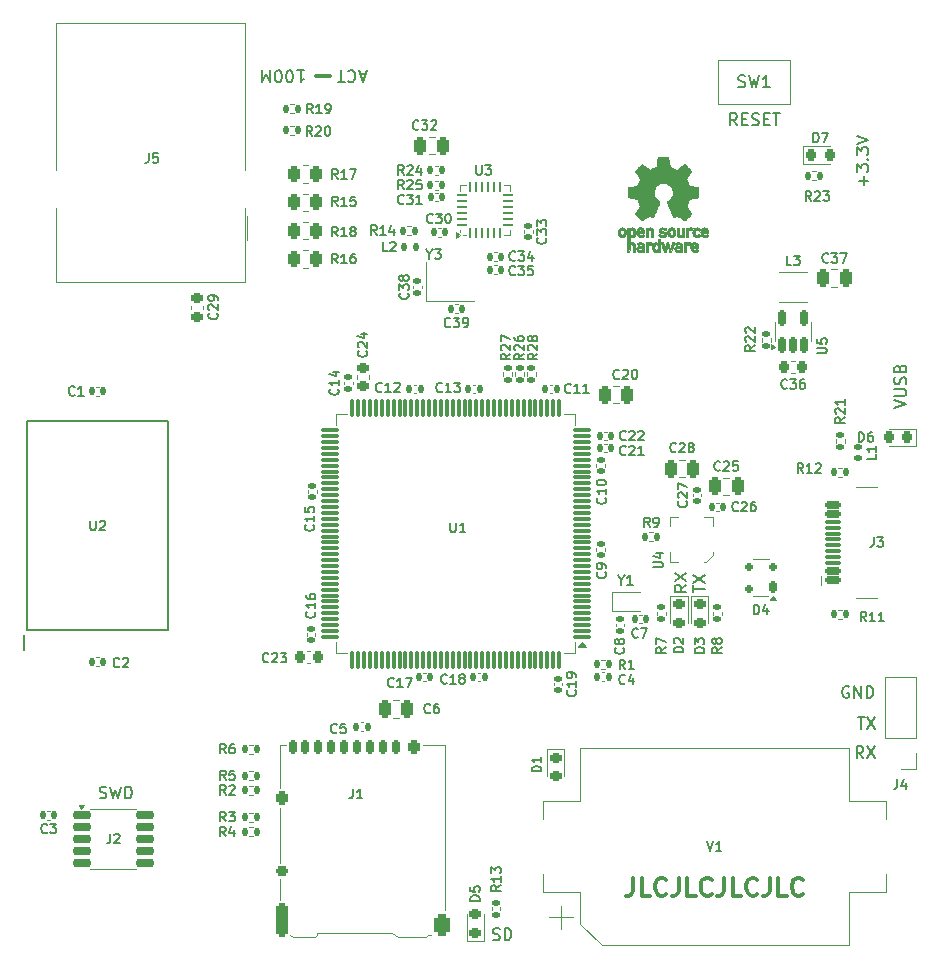
<source format=gto>
G04 #@! TF.GenerationSoftware,KiCad,Pcbnew,8.0.5-1.fc40*
G04 #@! TF.CreationDate,2024-10-08T11:32:39-07:00*
G04 #@! TF.ProjectId,stm32simh,73746d33-3273-4696-9d68-2e6b69636164,rev?*
G04 #@! TF.SameCoordinates,Original*
G04 #@! TF.FileFunction,Legend,Top*
G04 #@! TF.FilePolarity,Positive*
%FSLAX46Y46*%
G04 Gerber Fmt 4.6, Leading zero omitted, Abs format (unit mm)*
G04 Created by KiCad (PCBNEW 8.0.5-1.fc40) date 2024-10-08 11:32:39*
%MOMM*%
%LPD*%
G01*
G04 APERTURE LIST*
G04 Aperture macros list*
%AMRoundRect*
0 Rectangle with rounded corners*
0 $1 Rounding radius*
0 $2 $3 $4 $5 $6 $7 $8 $9 X,Y pos of 4 corners*
0 Add a 4 corners polygon primitive as box body*
4,1,4,$2,$3,$4,$5,$6,$7,$8,$9,$2,$3,0*
0 Add four circle primitives for the rounded corners*
1,1,$1+$1,$2,$3*
1,1,$1+$1,$4,$5*
1,1,$1+$1,$6,$7*
1,1,$1+$1,$8,$9*
0 Add four rect primitives between the rounded corners*
20,1,$1+$1,$2,$3,$4,$5,0*
20,1,$1+$1,$4,$5,$6,$7,0*
20,1,$1+$1,$6,$7,$8,$9,0*
20,1,$1+$1,$8,$9,$2,$3,0*%
G04 Aperture macros list end*
%ADD10C,0.350000*%
%ADD11C,0.150000*%
%ADD12C,0.300000*%
%ADD13C,0.120000*%
%ADD14C,0.200000*%
%ADD15C,0.010000*%
%ADD16RoundRect,0.135000X-0.185000X0.135000X-0.185000X-0.135000X0.185000X-0.135000X0.185000X0.135000X0*%
%ADD17RoundRect,0.225000X0.250000X-0.225000X0.250000X0.225000X-0.250000X0.225000X-0.250000X-0.225000X0*%
%ADD18RoundRect,0.218750X0.218750X0.256250X-0.218750X0.256250X-0.218750X-0.256250X0.218750X-0.256250X0*%
%ADD19RoundRect,0.135000X0.185000X-0.135000X0.185000X0.135000X-0.185000X0.135000X-0.185000X-0.135000X0*%
%ADD20RoundRect,0.140000X0.170000X-0.140000X0.170000X0.140000X-0.170000X0.140000X-0.170000X-0.140000X0*%
%ADD21C,3.800000*%
%ADD22RoundRect,0.135000X-0.135000X-0.185000X0.135000X-0.185000X0.135000X0.185000X-0.135000X0.185000X0*%
%ADD23RoundRect,0.140000X-0.140000X-0.170000X0.140000X-0.170000X0.140000X0.170000X-0.140000X0.170000X0*%
%ADD24RoundRect,0.250000X-0.262500X-0.450000X0.262500X-0.450000X0.262500X0.450000X-0.262500X0.450000X0*%
%ADD25R,1.700000X1.700000*%
%ADD26O,1.700000X1.700000*%
%ADD27RoundRect,0.250000X-0.250000X-0.475000X0.250000X-0.475000X0.250000X0.475000X-0.250000X0.475000X0*%
%ADD28RoundRect,0.140000X0.140000X0.170000X-0.140000X0.170000X-0.140000X-0.170000X0.140000X-0.170000X0*%
%ADD29RoundRect,0.250000X0.250000X0.475000X-0.250000X0.475000X-0.250000X-0.475000X0.250000X-0.475000X0*%
%ADD30RoundRect,0.175000X-0.175000X-0.425000X0.175000X-0.425000X0.175000X0.425000X-0.175000X0.425000X0*%
%ADD31RoundRect,0.200000X-0.300000X-0.200000X0.300000X-0.200000X0.300000X0.200000X-0.300000X0.200000X0*%
%ADD32RoundRect,0.250000X-0.250000X-0.350000X0.250000X-0.350000X0.250000X0.350000X-0.250000X0.350000X0*%
%ADD33RoundRect,0.250000X-0.250000X-1.150000X0.250000X-1.150000X0.250000X1.150000X-0.250000X1.150000X0*%
%ADD34RoundRect,0.325000X-0.325000X-0.625000X0.325000X-0.625000X0.325000X0.625000X-0.325000X0.625000X0*%
%ADD35RoundRect,0.062500X0.062500X-0.375000X0.062500X0.375000X-0.062500X0.375000X-0.062500X-0.375000X0*%
%ADD36RoundRect,0.062500X0.375000X-0.062500X0.375000X0.062500X-0.375000X0.062500X-0.375000X-0.062500X0*%
%ADD37R,2.500000X2.500000*%
%ADD38RoundRect,0.140000X-0.170000X0.140000X-0.170000X-0.140000X0.170000X-0.140000X0.170000X0.140000X0*%
%ADD39C,0.650000*%
%ADD40RoundRect,0.150000X0.500000X-0.150000X0.500000X0.150000X-0.500000X0.150000X-0.500000X-0.150000X0*%
%ADD41RoundRect,0.075000X0.575000X-0.075000X0.575000X0.075000X-0.575000X0.075000X-0.575000X-0.075000X0*%
%ADD42O,2.100000X1.000000*%
%ADD43O,1.600000X1.000000*%
%ADD44RoundRect,0.225000X-0.225000X-0.250000X0.225000X-0.250000X0.225000X0.250000X-0.225000X0.250000X0*%
%ADD45RoundRect,0.150000X-0.637500X-0.150000X0.637500X-0.150000X0.637500X0.150000X-0.637500X0.150000X0*%
%ADD46R,2.600000X3.600000*%
%ADD47C,3.250000*%
%ADD48C,1.890000*%
%ADD49R,1.900000X1.900000*%
%ADD50C,1.900000*%
%ADD51C,2.600000*%
%ADD52RoundRect,0.147500X-0.147500X-0.172500X0.147500X-0.172500X0.147500X0.172500X-0.147500X0.172500X0*%
%ADD53RoundRect,0.218750X-0.256250X0.218750X-0.256250X-0.218750X0.256250X-0.218750X0.256250X0.218750X0*%
%ADD54RoundRect,0.175000X0.175000X0.325000X-0.175000X0.325000X-0.175000X-0.325000X0.175000X-0.325000X0*%
%ADD55RoundRect,0.150000X0.200000X0.150000X-0.200000X0.150000X-0.200000X-0.150000X0.200000X-0.150000X0*%
%ADD56RoundRect,0.075000X0.662500X0.075000X-0.662500X0.075000X-0.662500X-0.075000X0.662500X-0.075000X0*%
%ADD57RoundRect,0.075000X0.075000X0.662500X-0.075000X0.662500X-0.075000X-0.662500X0.075000X-0.662500X0*%
%ADD58R,0.600000X1.100000*%
%ADD59R,1.800000X1.800000*%
%ADD60R,0.300000X0.300000*%
%ADD61R,0.900000X0.300000*%
%ADD62R,0.300000X0.900000*%
%ADD63RoundRect,0.147500X-0.172500X0.147500X-0.172500X-0.147500X0.172500X-0.147500X0.172500X0.147500X0*%
%ADD64R,1.500000X1.500000*%
%ADD65RoundRect,0.135000X0.135000X0.185000X-0.135000X0.185000X-0.135000X-0.185000X0.135000X-0.185000X0*%
%ADD66RoundRect,0.225000X-0.250000X0.225000X-0.250000X-0.225000X0.250000X-0.225000X0.250000X0.225000X0*%
%ADD67R,0.300000X1.300000*%
%ADD68RoundRect,0.218750X-0.218750X-0.256250X0.218750X-0.256250X0.218750X0.256250X-0.218750X0.256250X0*%
%ADD69R,1.400000X1.200000*%
%ADD70R,0.700000X2.000000*%
%ADD71RoundRect,0.150000X0.150000X-0.512500X0.150000X0.512500X-0.150000X0.512500X-0.150000X-0.512500X0*%
%ADD72RoundRect,0.225000X0.225000X0.250000X-0.225000X0.250000X-0.225000X-0.250000X0.225000X-0.250000X0*%
%ADD73RoundRect,0.218750X0.256250X-0.218750X0.256250X0.218750X-0.256250X0.218750X-0.256250X-0.218750X0*%
G04 APERTURE END LIST*
D10*
X137000000Y-31000000D02*
X138200000Y-31000000D01*
D11*
X183358458Y-88769819D02*
X183025125Y-88293628D01*
X182787030Y-88769819D02*
X182787030Y-87769819D01*
X182787030Y-87769819D02*
X183167982Y-87769819D01*
X183167982Y-87769819D02*
X183263220Y-87817438D01*
X183263220Y-87817438D02*
X183310839Y-87865057D01*
X183310839Y-87865057D02*
X183358458Y-87960295D01*
X183358458Y-87960295D02*
X183358458Y-88103152D01*
X183358458Y-88103152D02*
X183310839Y-88198390D01*
X183310839Y-88198390D02*
X183263220Y-88246009D01*
X183263220Y-88246009D02*
X183167982Y-88293628D01*
X183167982Y-88293628D02*
X182787030Y-88293628D01*
X183691792Y-87769819D02*
X184358458Y-88769819D01*
X184358458Y-87769819D02*
X183691792Y-88769819D01*
X168369819Y-74091792D02*
X167893628Y-74425125D01*
X168369819Y-74663220D02*
X167369819Y-74663220D01*
X167369819Y-74663220D02*
X167369819Y-74282268D01*
X167369819Y-74282268D02*
X167417438Y-74187030D01*
X167417438Y-74187030D02*
X167465057Y-74139411D01*
X167465057Y-74139411D02*
X167560295Y-74091792D01*
X167560295Y-74091792D02*
X167703152Y-74091792D01*
X167703152Y-74091792D02*
X167798390Y-74139411D01*
X167798390Y-74139411D02*
X167846009Y-74187030D01*
X167846009Y-74187030D02*
X167893628Y-74282268D01*
X167893628Y-74282268D02*
X167893628Y-74663220D01*
X167369819Y-73758458D02*
X168369819Y-73091792D01*
X167369819Y-73091792D02*
X168369819Y-73758458D01*
X185969819Y-59106077D02*
X186969819Y-58772744D01*
X186969819Y-58772744D02*
X185969819Y-58439411D01*
X185969819Y-58106077D02*
X186779342Y-58106077D01*
X186779342Y-58106077D02*
X186874580Y-58058458D01*
X186874580Y-58058458D02*
X186922200Y-58010839D01*
X186922200Y-58010839D02*
X186969819Y-57915601D01*
X186969819Y-57915601D02*
X186969819Y-57725125D01*
X186969819Y-57725125D02*
X186922200Y-57629887D01*
X186922200Y-57629887D02*
X186874580Y-57582268D01*
X186874580Y-57582268D02*
X186779342Y-57534649D01*
X186779342Y-57534649D02*
X185969819Y-57534649D01*
X186922200Y-57106077D02*
X186969819Y-56963220D01*
X186969819Y-56963220D02*
X186969819Y-56725125D01*
X186969819Y-56725125D02*
X186922200Y-56629887D01*
X186922200Y-56629887D02*
X186874580Y-56582268D01*
X186874580Y-56582268D02*
X186779342Y-56534649D01*
X186779342Y-56534649D02*
X186684104Y-56534649D01*
X186684104Y-56534649D02*
X186588866Y-56582268D01*
X186588866Y-56582268D02*
X186541247Y-56629887D01*
X186541247Y-56629887D02*
X186493628Y-56725125D01*
X186493628Y-56725125D02*
X186446009Y-56915601D01*
X186446009Y-56915601D02*
X186398390Y-57010839D01*
X186398390Y-57010839D02*
X186350771Y-57058458D01*
X186350771Y-57058458D02*
X186255533Y-57106077D01*
X186255533Y-57106077D02*
X186160295Y-57106077D01*
X186160295Y-57106077D02*
X186065057Y-57058458D01*
X186065057Y-57058458D02*
X186017438Y-57010839D01*
X186017438Y-57010839D02*
X185969819Y-56915601D01*
X185969819Y-56915601D02*
X185969819Y-56677506D01*
X185969819Y-56677506D02*
X186017438Y-56534649D01*
X186446009Y-55772744D02*
X186493628Y-55629887D01*
X186493628Y-55629887D02*
X186541247Y-55582268D01*
X186541247Y-55582268D02*
X186636485Y-55534649D01*
X186636485Y-55534649D02*
X186779342Y-55534649D01*
X186779342Y-55534649D02*
X186874580Y-55582268D01*
X186874580Y-55582268D02*
X186922200Y-55629887D01*
X186922200Y-55629887D02*
X186969819Y-55725125D01*
X186969819Y-55725125D02*
X186969819Y-56106077D01*
X186969819Y-56106077D02*
X185969819Y-56106077D01*
X185969819Y-56106077D02*
X185969819Y-55772744D01*
X185969819Y-55772744D02*
X186017438Y-55677506D01*
X186017438Y-55677506D02*
X186065057Y-55629887D01*
X186065057Y-55629887D02*
X186160295Y-55582268D01*
X186160295Y-55582268D02*
X186255533Y-55582268D01*
X186255533Y-55582268D02*
X186350771Y-55629887D01*
X186350771Y-55629887D02*
X186398390Y-55677506D01*
X186398390Y-55677506D02*
X186446009Y-55772744D01*
X186446009Y-55772744D02*
X186446009Y-56106077D01*
X182115601Y-82717438D02*
X182020363Y-82669819D01*
X182020363Y-82669819D02*
X181877506Y-82669819D01*
X181877506Y-82669819D02*
X181734649Y-82717438D01*
X181734649Y-82717438D02*
X181639411Y-82812676D01*
X181639411Y-82812676D02*
X181591792Y-82907914D01*
X181591792Y-82907914D02*
X181544173Y-83098390D01*
X181544173Y-83098390D02*
X181544173Y-83241247D01*
X181544173Y-83241247D02*
X181591792Y-83431723D01*
X181591792Y-83431723D02*
X181639411Y-83526961D01*
X181639411Y-83526961D02*
X181734649Y-83622200D01*
X181734649Y-83622200D02*
X181877506Y-83669819D01*
X181877506Y-83669819D02*
X181972744Y-83669819D01*
X181972744Y-83669819D02*
X182115601Y-83622200D01*
X182115601Y-83622200D02*
X182163220Y-83574580D01*
X182163220Y-83574580D02*
X182163220Y-83241247D01*
X182163220Y-83241247D02*
X181972744Y-83241247D01*
X182591792Y-83669819D02*
X182591792Y-82669819D01*
X182591792Y-82669819D02*
X183163220Y-83669819D01*
X183163220Y-83669819D02*
X183163220Y-82669819D01*
X183639411Y-83669819D02*
X183639411Y-82669819D01*
X183639411Y-82669819D02*
X183877506Y-82669819D01*
X183877506Y-82669819D02*
X184020363Y-82717438D01*
X184020363Y-82717438D02*
X184115601Y-82812676D01*
X184115601Y-82812676D02*
X184163220Y-82907914D01*
X184163220Y-82907914D02*
X184210839Y-83098390D01*
X184210839Y-83098390D02*
X184210839Y-83241247D01*
X184210839Y-83241247D02*
X184163220Y-83431723D01*
X184163220Y-83431723D02*
X184115601Y-83526961D01*
X184115601Y-83526961D02*
X184020363Y-83622200D01*
X184020363Y-83622200D02*
X183877506Y-83669819D01*
X183877506Y-83669819D02*
X183639411Y-83669819D01*
D12*
X163859774Y-98900828D02*
X163859774Y-99972257D01*
X163859774Y-99972257D02*
X163788345Y-100186542D01*
X163788345Y-100186542D02*
X163645488Y-100329400D01*
X163645488Y-100329400D02*
X163431202Y-100400828D01*
X163431202Y-100400828D02*
X163288345Y-100400828D01*
X165288345Y-100400828D02*
X164574059Y-100400828D01*
X164574059Y-100400828D02*
X164574059Y-98900828D01*
X166645488Y-100257971D02*
X166574060Y-100329400D01*
X166574060Y-100329400D02*
X166359774Y-100400828D01*
X166359774Y-100400828D02*
X166216917Y-100400828D01*
X166216917Y-100400828D02*
X166002631Y-100329400D01*
X166002631Y-100329400D02*
X165859774Y-100186542D01*
X165859774Y-100186542D02*
X165788345Y-100043685D01*
X165788345Y-100043685D02*
X165716917Y-99757971D01*
X165716917Y-99757971D02*
X165716917Y-99543685D01*
X165716917Y-99543685D02*
X165788345Y-99257971D01*
X165788345Y-99257971D02*
X165859774Y-99115114D01*
X165859774Y-99115114D02*
X166002631Y-98972257D01*
X166002631Y-98972257D02*
X166216917Y-98900828D01*
X166216917Y-98900828D02*
X166359774Y-98900828D01*
X166359774Y-98900828D02*
X166574060Y-98972257D01*
X166574060Y-98972257D02*
X166645488Y-99043685D01*
X167716917Y-98900828D02*
X167716917Y-99972257D01*
X167716917Y-99972257D02*
X167645488Y-100186542D01*
X167645488Y-100186542D02*
X167502631Y-100329400D01*
X167502631Y-100329400D02*
X167288345Y-100400828D01*
X167288345Y-100400828D02*
X167145488Y-100400828D01*
X169145488Y-100400828D02*
X168431202Y-100400828D01*
X168431202Y-100400828D02*
X168431202Y-98900828D01*
X170502631Y-100257971D02*
X170431203Y-100329400D01*
X170431203Y-100329400D02*
X170216917Y-100400828D01*
X170216917Y-100400828D02*
X170074060Y-100400828D01*
X170074060Y-100400828D02*
X169859774Y-100329400D01*
X169859774Y-100329400D02*
X169716917Y-100186542D01*
X169716917Y-100186542D02*
X169645488Y-100043685D01*
X169645488Y-100043685D02*
X169574060Y-99757971D01*
X169574060Y-99757971D02*
X169574060Y-99543685D01*
X169574060Y-99543685D02*
X169645488Y-99257971D01*
X169645488Y-99257971D02*
X169716917Y-99115114D01*
X169716917Y-99115114D02*
X169859774Y-98972257D01*
X169859774Y-98972257D02*
X170074060Y-98900828D01*
X170074060Y-98900828D02*
X170216917Y-98900828D01*
X170216917Y-98900828D02*
X170431203Y-98972257D01*
X170431203Y-98972257D02*
X170502631Y-99043685D01*
X171574060Y-98900828D02*
X171574060Y-99972257D01*
X171574060Y-99972257D02*
X171502631Y-100186542D01*
X171502631Y-100186542D02*
X171359774Y-100329400D01*
X171359774Y-100329400D02*
X171145488Y-100400828D01*
X171145488Y-100400828D02*
X171002631Y-100400828D01*
X173002631Y-100400828D02*
X172288345Y-100400828D01*
X172288345Y-100400828D02*
X172288345Y-98900828D01*
X174359774Y-100257971D02*
X174288346Y-100329400D01*
X174288346Y-100329400D02*
X174074060Y-100400828D01*
X174074060Y-100400828D02*
X173931203Y-100400828D01*
X173931203Y-100400828D02*
X173716917Y-100329400D01*
X173716917Y-100329400D02*
X173574060Y-100186542D01*
X173574060Y-100186542D02*
X173502631Y-100043685D01*
X173502631Y-100043685D02*
X173431203Y-99757971D01*
X173431203Y-99757971D02*
X173431203Y-99543685D01*
X173431203Y-99543685D02*
X173502631Y-99257971D01*
X173502631Y-99257971D02*
X173574060Y-99115114D01*
X173574060Y-99115114D02*
X173716917Y-98972257D01*
X173716917Y-98972257D02*
X173931203Y-98900828D01*
X173931203Y-98900828D02*
X174074060Y-98900828D01*
X174074060Y-98900828D02*
X174288346Y-98972257D01*
X174288346Y-98972257D02*
X174359774Y-99043685D01*
X175431203Y-98900828D02*
X175431203Y-99972257D01*
X175431203Y-99972257D02*
X175359774Y-100186542D01*
X175359774Y-100186542D02*
X175216917Y-100329400D01*
X175216917Y-100329400D02*
X175002631Y-100400828D01*
X175002631Y-100400828D02*
X174859774Y-100400828D01*
X176859774Y-100400828D02*
X176145488Y-100400828D01*
X176145488Y-100400828D02*
X176145488Y-98900828D01*
X178216917Y-100257971D02*
X178145489Y-100329400D01*
X178145489Y-100329400D02*
X177931203Y-100400828D01*
X177931203Y-100400828D02*
X177788346Y-100400828D01*
X177788346Y-100400828D02*
X177574060Y-100329400D01*
X177574060Y-100329400D02*
X177431203Y-100186542D01*
X177431203Y-100186542D02*
X177359774Y-100043685D01*
X177359774Y-100043685D02*
X177288346Y-99757971D01*
X177288346Y-99757971D02*
X177288346Y-99543685D01*
X177288346Y-99543685D02*
X177359774Y-99257971D01*
X177359774Y-99257971D02*
X177431203Y-99115114D01*
X177431203Y-99115114D02*
X177574060Y-98972257D01*
X177574060Y-98972257D02*
X177788346Y-98900828D01*
X177788346Y-98900828D02*
X177931203Y-98900828D01*
X177931203Y-98900828D02*
X178145489Y-98972257D01*
X178145489Y-98972257D02*
X178216917Y-99043685D01*
D11*
X118696554Y-92122200D02*
X118839411Y-92169819D01*
X118839411Y-92169819D02*
X119077506Y-92169819D01*
X119077506Y-92169819D02*
X119172744Y-92122200D01*
X119172744Y-92122200D02*
X119220363Y-92074580D01*
X119220363Y-92074580D02*
X119267982Y-91979342D01*
X119267982Y-91979342D02*
X119267982Y-91884104D01*
X119267982Y-91884104D02*
X119220363Y-91788866D01*
X119220363Y-91788866D02*
X119172744Y-91741247D01*
X119172744Y-91741247D02*
X119077506Y-91693628D01*
X119077506Y-91693628D02*
X118887030Y-91646009D01*
X118887030Y-91646009D02*
X118791792Y-91598390D01*
X118791792Y-91598390D02*
X118744173Y-91550771D01*
X118744173Y-91550771D02*
X118696554Y-91455533D01*
X118696554Y-91455533D02*
X118696554Y-91360295D01*
X118696554Y-91360295D02*
X118744173Y-91265057D01*
X118744173Y-91265057D02*
X118791792Y-91217438D01*
X118791792Y-91217438D02*
X118887030Y-91169819D01*
X118887030Y-91169819D02*
X119125125Y-91169819D01*
X119125125Y-91169819D02*
X119267982Y-91217438D01*
X119601316Y-91169819D02*
X119839411Y-92169819D01*
X119839411Y-92169819D02*
X120029887Y-91455533D01*
X120029887Y-91455533D02*
X120220363Y-92169819D01*
X120220363Y-92169819D02*
X120458459Y-91169819D01*
X120839411Y-92169819D02*
X120839411Y-91169819D01*
X120839411Y-91169819D02*
X121077506Y-91169819D01*
X121077506Y-91169819D02*
X121220363Y-91217438D01*
X121220363Y-91217438D02*
X121315601Y-91312676D01*
X121315601Y-91312676D02*
X121363220Y-91407914D01*
X121363220Y-91407914D02*
X121410839Y-91598390D01*
X121410839Y-91598390D02*
X121410839Y-91741247D01*
X121410839Y-91741247D02*
X121363220Y-91931723D01*
X121363220Y-91931723D02*
X121315601Y-92026961D01*
X121315601Y-92026961D02*
X121220363Y-92122200D01*
X121220363Y-92122200D02*
X121077506Y-92169819D01*
X121077506Y-92169819D02*
X120839411Y-92169819D01*
X172647618Y-35169819D02*
X172314285Y-34693628D01*
X172076190Y-35169819D02*
X172076190Y-34169819D01*
X172076190Y-34169819D02*
X172457142Y-34169819D01*
X172457142Y-34169819D02*
X172552380Y-34217438D01*
X172552380Y-34217438D02*
X172599999Y-34265057D01*
X172599999Y-34265057D02*
X172647618Y-34360295D01*
X172647618Y-34360295D02*
X172647618Y-34503152D01*
X172647618Y-34503152D02*
X172599999Y-34598390D01*
X172599999Y-34598390D02*
X172552380Y-34646009D01*
X172552380Y-34646009D02*
X172457142Y-34693628D01*
X172457142Y-34693628D02*
X172076190Y-34693628D01*
X173076190Y-34646009D02*
X173409523Y-34646009D01*
X173552380Y-35169819D02*
X173076190Y-35169819D01*
X173076190Y-35169819D02*
X173076190Y-34169819D01*
X173076190Y-34169819D02*
X173552380Y-34169819D01*
X173933333Y-35122200D02*
X174076190Y-35169819D01*
X174076190Y-35169819D02*
X174314285Y-35169819D01*
X174314285Y-35169819D02*
X174409523Y-35122200D01*
X174409523Y-35122200D02*
X174457142Y-35074580D01*
X174457142Y-35074580D02*
X174504761Y-34979342D01*
X174504761Y-34979342D02*
X174504761Y-34884104D01*
X174504761Y-34884104D02*
X174457142Y-34788866D01*
X174457142Y-34788866D02*
X174409523Y-34741247D01*
X174409523Y-34741247D02*
X174314285Y-34693628D01*
X174314285Y-34693628D02*
X174123809Y-34646009D01*
X174123809Y-34646009D02*
X174028571Y-34598390D01*
X174028571Y-34598390D02*
X173980952Y-34550771D01*
X173980952Y-34550771D02*
X173933333Y-34455533D01*
X173933333Y-34455533D02*
X173933333Y-34360295D01*
X173933333Y-34360295D02*
X173980952Y-34265057D01*
X173980952Y-34265057D02*
X174028571Y-34217438D01*
X174028571Y-34217438D02*
X174123809Y-34169819D01*
X174123809Y-34169819D02*
X174361904Y-34169819D01*
X174361904Y-34169819D02*
X174504761Y-34217438D01*
X174933333Y-34646009D02*
X175266666Y-34646009D01*
X175409523Y-35169819D02*
X174933333Y-35169819D01*
X174933333Y-35169819D02*
X174933333Y-34169819D01*
X174933333Y-34169819D02*
X175409523Y-34169819D01*
X175695238Y-34169819D02*
X176266666Y-34169819D01*
X175980952Y-35169819D02*
X175980952Y-34169819D01*
X151989160Y-104122200D02*
X152132017Y-104169819D01*
X152132017Y-104169819D02*
X152370112Y-104169819D01*
X152370112Y-104169819D02*
X152465350Y-104122200D01*
X152465350Y-104122200D02*
X152512969Y-104074580D01*
X152512969Y-104074580D02*
X152560588Y-103979342D01*
X152560588Y-103979342D02*
X152560588Y-103884104D01*
X152560588Y-103884104D02*
X152512969Y-103788866D01*
X152512969Y-103788866D02*
X152465350Y-103741247D01*
X152465350Y-103741247D02*
X152370112Y-103693628D01*
X152370112Y-103693628D02*
X152179636Y-103646009D01*
X152179636Y-103646009D02*
X152084398Y-103598390D01*
X152084398Y-103598390D02*
X152036779Y-103550771D01*
X152036779Y-103550771D02*
X151989160Y-103455533D01*
X151989160Y-103455533D02*
X151989160Y-103360295D01*
X151989160Y-103360295D02*
X152036779Y-103265057D01*
X152036779Y-103265057D02*
X152084398Y-103217438D01*
X152084398Y-103217438D02*
X152179636Y-103169819D01*
X152179636Y-103169819D02*
X152417731Y-103169819D01*
X152417731Y-103169819D02*
X152560588Y-103217438D01*
X152989160Y-104169819D02*
X152989160Y-103169819D01*
X152989160Y-103169819D02*
X153227255Y-103169819D01*
X153227255Y-103169819D02*
X153370112Y-103217438D01*
X153370112Y-103217438D02*
X153465350Y-103312676D01*
X153465350Y-103312676D02*
X153512969Y-103407914D01*
X153512969Y-103407914D02*
X153560588Y-103598390D01*
X153560588Y-103598390D02*
X153560588Y-103741247D01*
X153560588Y-103741247D02*
X153512969Y-103931723D01*
X153512969Y-103931723D02*
X153465350Y-104026961D01*
X153465350Y-104026961D02*
X153370112Y-104122200D01*
X153370112Y-104122200D02*
X153227255Y-104169819D01*
X153227255Y-104169819D02*
X152989160Y-104169819D01*
X141210839Y-30814145D02*
X140734649Y-30814145D01*
X141306077Y-30528430D02*
X140972744Y-31528430D01*
X140972744Y-31528430D02*
X140639411Y-30528430D01*
X139734649Y-30623669D02*
X139782268Y-30576050D01*
X139782268Y-30576050D02*
X139925125Y-30528430D01*
X139925125Y-30528430D02*
X140020363Y-30528430D01*
X140020363Y-30528430D02*
X140163220Y-30576050D01*
X140163220Y-30576050D02*
X140258458Y-30671288D01*
X140258458Y-30671288D02*
X140306077Y-30766526D01*
X140306077Y-30766526D02*
X140353696Y-30957002D01*
X140353696Y-30957002D02*
X140353696Y-31099859D01*
X140353696Y-31099859D02*
X140306077Y-31290335D01*
X140306077Y-31290335D02*
X140258458Y-31385573D01*
X140258458Y-31385573D02*
X140163220Y-31480811D01*
X140163220Y-31480811D02*
X140020363Y-31528430D01*
X140020363Y-31528430D02*
X139925125Y-31528430D01*
X139925125Y-31528430D02*
X139782268Y-31480811D01*
X139782268Y-31480811D02*
X139734649Y-31433192D01*
X139448934Y-31528430D02*
X138877506Y-31528430D01*
X139163220Y-30528430D02*
X139163220Y-31528430D01*
X183398866Y-40249999D02*
X183398866Y-39488095D01*
X183779819Y-39869047D02*
X183017914Y-39869047D01*
X182779819Y-39107142D02*
X182779819Y-38488095D01*
X182779819Y-38488095D02*
X183160771Y-38821428D01*
X183160771Y-38821428D02*
X183160771Y-38678571D01*
X183160771Y-38678571D02*
X183208390Y-38583333D01*
X183208390Y-38583333D02*
X183256009Y-38535714D01*
X183256009Y-38535714D02*
X183351247Y-38488095D01*
X183351247Y-38488095D02*
X183589342Y-38488095D01*
X183589342Y-38488095D02*
X183684580Y-38535714D01*
X183684580Y-38535714D02*
X183732200Y-38583333D01*
X183732200Y-38583333D02*
X183779819Y-38678571D01*
X183779819Y-38678571D02*
X183779819Y-38964285D01*
X183779819Y-38964285D02*
X183732200Y-39059523D01*
X183732200Y-39059523D02*
X183684580Y-39107142D01*
X183684580Y-38059523D02*
X183732200Y-38011904D01*
X183732200Y-38011904D02*
X183779819Y-38059523D01*
X183779819Y-38059523D02*
X183732200Y-38107142D01*
X183732200Y-38107142D02*
X183684580Y-38059523D01*
X183684580Y-38059523D02*
X183779819Y-38059523D01*
X182779819Y-37678571D02*
X182779819Y-37059524D01*
X182779819Y-37059524D02*
X183160771Y-37392857D01*
X183160771Y-37392857D02*
X183160771Y-37250000D01*
X183160771Y-37250000D02*
X183208390Y-37154762D01*
X183208390Y-37154762D02*
X183256009Y-37107143D01*
X183256009Y-37107143D02*
X183351247Y-37059524D01*
X183351247Y-37059524D02*
X183589342Y-37059524D01*
X183589342Y-37059524D02*
X183684580Y-37107143D01*
X183684580Y-37107143D02*
X183732200Y-37154762D01*
X183732200Y-37154762D02*
X183779819Y-37250000D01*
X183779819Y-37250000D02*
X183779819Y-37535714D01*
X183779819Y-37535714D02*
X183732200Y-37630952D01*
X183732200Y-37630952D02*
X183684580Y-37678571D01*
X182779819Y-36773809D02*
X183779819Y-36440476D01*
X183779819Y-36440476D02*
X182779819Y-36107143D01*
X135436779Y-30528430D02*
X136008207Y-30528430D01*
X135722493Y-30528430D02*
X135722493Y-31528430D01*
X135722493Y-31528430D02*
X135817731Y-31385573D01*
X135817731Y-31385573D02*
X135912969Y-31290335D01*
X135912969Y-31290335D02*
X136008207Y-31242716D01*
X134817731Y-31528430D02*
X134722493Y-31528430D01*
X134722493Y-31528430D02*
X134627255Y-31480811D01*
X134627255Y-31480811D02*
X134579636Y-31433192D01*
X134579636Y-31433192D02*
X134532017Y-31337954D01*
X134532017Y-31337954D02*
X134484398Y-31147478D01*
X134484398Y-31147478D02*
X134484398Y-30909383D01*
X134484398Y-30909383D02*
X134532017Y-30718907D01*
X134532017Y-30718907D02*
X134579636Y-30623669D01*
X134579636Y-30623669D02*
X134627255Y-30576050D01*
X134627255Y-30576050D02*
X134722493Y-30528430D01*
X134722493Y-30528430D02*
X134817731Y-30528430D01*
X134817731Y-30528430D02*
X134912969Y-30576050D01*
X134912969Y-30576050D02*
X134960588Y-30623669D01*
X134960588Y-30623669D02*
X135008207Y-30718907D01*
X135008207Y-30718907D02*
X135055826Y-30909383D01*
X135055826Y-30909383D02*
X135055826Y-31147478D01*
X135055826Y-31147478D02*
X135008207Y-31337954D01*
X135008207Y-31337954D02*
X134960588Y-31433192D01*
X134960588Y-31433192D02*
X134912969Y-31480811D01*
X134912969Y-31480811D02*
X134817731Y-31528430D01*
X133865350Y-31528430D02*
X133770112Y-31528430D01*
X133770112Y-31528430D02*
X133674874Y-31480811D01*
X133674874Y-31480811D02*
X133627255Y-31433192D01*
X133627255Y-31433192D02*
X133579636Y-31337954D01*
X133579636Y-31337954D02*
X133532017Y-31147478D01*
X133532017Y-31147478D02*
X133532017Y-30909383D01*
X133532017Y-30909383D02*
X133579636Y-30718907D01*
X133579636Y-30718907D02*
X133627255Y-30623669D01*
X133627255Y-30623669D02*
X133674874Y-30576050D01*
X133674874Y-30576050D02*
X133770112Y-30528430D01*
X133770112Y-30528430D02*
X133865350Y-30528430D01*
X133865350Y-30528430D02*
X133960588Y-30576050D01*
X133960588Y-30576050D02*
X134008207Y-30623669D01*
X134008207Y-30623669D02*
X134055826Y-30718907D01*
X134055826Y-30718907D02*
X134103445Y-30909383D01*
X134103445Y-30909383D02*
X134103445Y-31147478D01*
X134103445Y-31147478D02*
X134055826Y-31337954D01*
X134055826Y-31337954D02*
X134008207Y-31433192D01*
X134008207Y-31433192D02*
X133960588Y-31480811D01*
X133960588Y-31480811D02*
X133865350Y-31528430D01*
X133103445Y-30528430D02*
X133103445Y-31528430D01*
X133103445Y-31528430D02*
X132770112Y-30814145D01*
X132770112Y-30814145D02*
X132436779Y-31528430D01*
X132436779Y-31528430D02*
X132436779Y-30528430D01*
X168969819Y-74706077D02*
X168969819Y-74134649D01*
X169969819Y-74420363D02*
X168969819Y-74420363D01*
X168969819Y-73896553D02*
X169969819Y-73229887D01*
X168969819Y-73229887D02*
X169969819Y-73896553D01*
X182882268Y-85269819D02*
X183453696Y-85269819D01*
X183167982Y-86269819D02*
X183167982Y-85269819D01*
X183691792Y-85269819D02*
X184358458Y-86269819D01*
X184358458Y-85269819D02*
X183691792Y-86269819D01*
X174162295Y-53814285D02*
X173781342Y-54080952D01*
X174162295Y-54271428D02*
X173362295Y-54271428D01*
X173362295Y-54271428D02*
X173362295Y-53966666D01*
X173362295Y-53966666D02*
X173400390Y-53890476D01*
X173400390Y-53890476D02*
X173438485Y-53852381D01*
X173438485Y-53852381D02*
X173514676Y-53814285D01*
X173514676Y-53814285D02*
X173628961Y-53814285D01*
X173628961Y-53814285D02*
X173705152Y-53852381D01*
X173705152Y-53852381D02*
X173743247Y-53890476D01*
X173743247Y-53890476D02*
X173781342Y-53966666D01*
X173781342Y-53966666D02*
X173781342Y-54271428D01*
X173438485Y-53509524D02*
X173400390Y-53471428D01*
X173400390Y-53471428D02*
X173362295Y-53395238D01*
X173362295Y-53395238D02*
X173362295Y-53204762D01*
X173362295Y-53204762D02*
X173400390Y-53128571D01*
X173400390Y-53128571D02*
X173438485Y-53090476D01*
X173438485Y-53090476D02*
X173514676Y-53052381D01*
X173514676Y-53052381D02*
X173590866Y-53052381D01*
X173590866Y-53052381D02*
X173705152Y-53090476D01*
X173705152Y-53090476D02*
X174162295Y-53547619D01*
X174162295Y-53547619D02*
X174162295Y-53052381D01*
X173438485Y-52747619D02*
X173400390Y-52709523D01*
X173400390Y-52709523D02*
X173362295Y-52633333D01*
X173362295Y-52633333D02*
X173362295Y-52442857D01*
X173362295Y-52442857D02*
X173400390Y-52366666D01*
X173400390Y-52366666D02*
X173438485Y-52328571D01*
X173438485Y-52328571D02*
X173514676Y-52290476D01*
X173514676Y-52290476D02*
X173590866Y-52290476D01*
X173590866Y-52290476D02*
X173705152Y-52328571D01*
X173705152Y-52328571D02*
X174162295Y-52785714D01*
X174162295Y-52785714D02*
X174162295Y-52290476D01*
X141286104Y-54264285D02*
X141324200Y-54302381D01*
X141324200Y-54302381D02*
X141362295Y-54416666D01*
X141362295Y-54416666D02*
X141362295Y-54492857D01*
X141362295Y-54492857D02*
X141324200Y-54607143D01*
X141324200Y-54607143D02*
X141248009Y-54683333D01*
X141248009Y-54683333D02*
X141171819Y-54721428D01*
X141171819Y-54721428D02*
X141019438Y-54759524D01*
X141019438Y-54759524D02*
X140905152Y-54759524D01*
X140905152Y-54759524D02*
X140752771Y-54721428D01*
X140752771Y-54721428D02*
X140676580Y-54683333D01*
X140676580Y-54683333D02*
X140600390Y-54607143D01*
X140600390Y-54607143D02*
X140562295Y-54492857D01*
X140562295Y-54492857D02*
X140562295Y-54416666D01*
X140562295Y-54416666D02*
X140600390Y-54302381D01*
X140600390Y-54302381D02*
X140638485Y-54264285D01*
X140638485Y-53959524D02*
X140600390Y-53921428D01*
X140600390Y-53921428D02*
X140562295Y-53845238D01*
X140562295Y-53845238D02*
X140562295Y-53654762D01*
X140562295Y-53654762D02*
X140600390Y-53578571D01*
X140600390Y-53578571D02*
X140638485Y-53540476D01*
X140638485Y-53540476D02*
X140714676Y-53502381D01*
X140714676Y-53502381D02*
X140790866Y-53502381D01*
X140790866Y-53502381D02*
X140905152Y-53540476D01*
X140905152Y-53540476D02*
X141362295Y-53997619D01*
X141362295Y-53997619D02*
X141362295Y-53502381D01*
X140828961Y-52816666D02*
X141362295Y-52816666D01*
X140524200Y-53007142D02*
X141095628Y-53197619D01*
X141095628Y-53197619D02*
X141095628Y-52702380D01*
X182959524Y-61962295D02*
X182959524Y-61162295D01*
X182959524Y-61162295D02*
X183150000Y-61162295D01*
X183150000Y-61162295D02*
X183264286Y-61200390D01*
X183264286Y-61200390D02*
X183340476Y-61276580D01*
X183340476Y-61276580D02*
X183378571Y-61352771D01*
X183378571Y-61352771D02*
X183416667Y-61505152D01*
X183416667Y-61505152D02*
X183416667Y-61619438D01*
X183416667Y-61619438D02*
X183378571Y-61771819D01*
X183378571Y-61771819D02*
X183340476Y-61848009D01*
X183340476Y-61848009D02*
X183264286Y-61924200D01*
X183264286Y-61924200D02*
X183150000Y-61962295D01*
X183150000Y-61962295D02*
X182959524Y-61962295D01*
X184102381Y-61162295D02*
X183950000Y-61162295D01*
X183950000Y-61162295D02*
X183873809Y-61200390D01*
X183873809Y-61200390D02*
X183835714Y-61238485D01*
X183835714Y-61238485D02*
X183759524Y-61352771D01*
X183759524Y-61352771D02*
X183721428Y-61505152D01*
X183721428Y-61505152D02*
X183721428Y-61809914D01*
X183721428Y-61809914D02*
X183759524Y-61886104D01*
X183759524Y-61886104D02*
X183797619Y-61924200D01*
X183797619Y-61924200D02*
X183873809Y-61962295D01*
X183873809Y-61962295D02*
X184026190Y-61962295D01*
X184026190Y-61962295D02*
X184102381Y-61924200D01*
X184102381Y-61924200D02*
X184140476Y-61886104D01*
X184140476Y-61886104D02*
X184178571Y-61809914D01*
X184178571Y-61809914D02*
X184178571Y-61619438D01*
X184178571Y-61619438D02*
X184140476Y-61543247D01*
X184140476Y-61543247D02*
X184102381Y-61505152D01*
X184102381Y-61505152D02*
X184026190Y-61467057D01*
X184026190Y-61467057D02*
X183873809Y-61467057D01*
X183873809Y-61467057D02*
X183797619Y-61505152D01*
X183797619Y-61505152D02*
X183759524Y-61543247D01*
X183759524Y-61543247D02*
X183721428Y-61619438D01*
X181762295Y-59914285D02*
X181381342Y-60180952D01*
X181762295Y-60371428D02*
X180962295Y-60371428D01*
X180962295Y-60371428D02*
X180962295Y-60066666D01*
X180962295Y-60066666D02*
X181000390Y-59990476D01*
X181000390Y-59990476D02*
X181038485Y-59952381D01*
X181038485Y-59952381D02*
X181114676Y-59914285D01*
X181114676Y-59914285D02*
X181228961Y-59914285D01*
X181228961Y-59914285D02*
X181305152Y-59952381D01*
X181305152Y-59952381D02*
X181343247Y-59990476D01*
X181343247Y-59990476D02*
X181381342Y-60066666D01*
X181381342Y-60066666D02*
X181381342Y-60371428D01*
X181038485Y-59609524D02*
X181000390Y-59571428D01*
X181000390Y-59571428D02*
X180962295Y-59495238D01*
X180962295Y-59495238D02*
X180962295Y-59304762D01*
X180962295Y-59304762D02*
X181000390Y-59228571D01*
X181000390Y-59228571D02*
X181038485Y-59190476D01*
X181038485Y-59190476D02*
X181114676Y-59152381D01*
X181114676Y-59152381D02*
X181190866Y-59152381D01*
X181190866Y-59152381D02*
X181305152Y-59190476D01*
X181305152Y-59190476D02*
X181762295Y-59647619D01*
X181762295Y-59647619D02*
X181762295Y-59152381D01*
X181762295Y-58390476D02*
X181762295Y-58847619D01*
X181762295Y-58619047D02*
X180962295Y-58619047D01*
X180962295Y-58619047D02*
X181076580Y-58695238D01*
X181076580Y-58695238D02*
X181152771Y-58771428D01*
X181152771Y-58771428D02*
X181190866Y-58847619D01*
X168376104Y-67014285D02*
X168414200Y-67052381D01*
X168414200Y-67052381D02*
X168452295Y-67166666D01*
X168452295Y-67166666D02*
X168452295Y-67242857D01*
X168452295Y-67242857D02*
X168414200Y-67357143D01*
X168414200Y-67357143D02*
X168338009Y-67433333D01*
X168338009Y-67433333D02*
X168261819Y-67471428D01*
X168261819Y-67471428D02*
X168109438Y-67509524D01*
X168109438Y-67509524D02*
X167995152Y-67509524D01*
X167995152Y-67509524D02*
X167842771Y-67471428D01*
X167842771Y-67471428D02*
X167766580Y-67433333D01*
X167766580Y-67433333D02*
X167690390Y-67357143D01*
X167690390Y-67357143D02*
X167652295Y-67242857D01*
X167652295Y-67242857D02*
X167652295Y-67166666D01*
X167652295Y-67166666D02*
X167690390Y-67052381D01*
X167690390Y-67052381D02*
X167728485Y-67014285D01*
X167728485Y-66709524D02*
X167690390Y-66671428D01*
X167690390Y-66671428D02*
X167652295Y-66595238D01*
X167652295Y-66595238D02*
X167652295Y-66404762D01*
X167652295Y-66404762D02*
X167690390Y-66328571D01*
X167690390Y-66328571D02*
X167728485Y-66290476D01*
X167728485Y-66290476D02*
X167804676Y-66252381D01*
X167804676Y-66252381D02*
X167880866Y-66252381D01*
X167880866Y-66252381D02*
X167995152Y-66290476D01*
X167995152Y-66290476D02*
X168452295Y-66747619D01*
X168452295Y-66747619D02*
X168452295Y-66252381D01*
X167652295Y-65985714D02*
X167652295Y-65452380D01*
X167652295Y-65452380D02*
X168452295Y-65795238D01*
X178235714Y-64612295D02*
X177969047Y-64231342D01*
X177778571Y-64612295D02*
X177778571Y-63812295D01*
X177778571Y-63812295D02*
X178083333Y-63812295D01*
X178083333Y-63812295D02*
X178159523Y-63850390D01*
X178159523Y-63850390D02*
X178197618Y-63888485D01*
X178197618Y-63888485D02*
X178235714Y-63964676D01*
X178235714Y-63964676D02*
X178235714Y-64078961D01*
X178235714Y-64078961D02*
X178197618Y-64155152D01*
X178197618Y-64155152D02*
X178159523Y-64193247D01*
X178159523Y-64193247D02*
X178083333Y-64231342D01*
X178083333Y-64231342D02*
X177778571Y-64231342D01*
X178997618Y-64612295D02*
X178540475Y-64612295D01*
X178769047Y-64612295D02*
X178769047Y-63812295D01*
X178769047Y-63812295D02*
X178692856Y-63926580D01*
X178692856Y-63926580D02*
X178616666Y-64002771D01*
X178616666Y-64002771D02*
X178540475Y-64040866D01*
X179302380Y-63888485D02*
X179340476Y-63850390D01*
X179340476Y-63850390D02*
X179416666Y-63812295D01*
X179416666Y-63812295D02*
X179607142Y-63812295D01*
X179607142Y-63812295D02*
X179683333Y-63850390D01*
X179683333Y-63850390D02*
X179721428Y-63888485D01*
X179721428Y-63888485D02*
X179759523Y-63964676D01*
X179759523Y-63964676D02*
X179759523Y-64040866D01*
X179759523Y-64040866D02*
X179721428Y-64155152D01*
X179721428Y-64155152D02*
X179264285Y-64612295D01*
X179264285Y-64612295D02*
X179759523Y-64612295D01*
X172735714Y-67786104D02*
X172697618Y-67824200D01*
X172697618Y-67824200D02*
X172583333Y-67862295D01*
X172583333Y-67862295D02*
X172507142Y-67862295D01*
X172507142Y-67862295D02*
X172392856Y-67824200D01*
X172392856Y-67824200D02*
X172316666Y-67748009D01*
X172316666Y-67748009D02*
X172278571Y-67671819D01*
X172278571Y-67671819D02*
X172240475Y-67519438D01*
X172240475Y-67519438D02*
X172240475Y-67405152D01*
X172240475Y-67405152D02*
X172278571Y-67252771D01*
X172278571Y-67252771D02*
X172316666Y-67176580D01*
X172316666Y-67176580D02*
X172392856Y-67100390D01*
X172392856Y-67100390D02*
X172507142Y-67062295D01*
X172507142Y-67062295D02*
X172583333Y-67062295D01*
X172583333Y-67062295D02*
X172697618Y-67100390D01*
X172697618Y-67100390D02*
X172735714Y-67138485D01*
X173040475Y-67138485D02*
X173078571Y-67100390D01*
X173078571Y-67100390D02*
X173154761Y-67062295D01*
X173154761Y-67062295D02*
X173345237Y-67062295D01*
X173345237Y-67062295D02*
X173421428Y-67100390D01*
X173421428Y-67100390D02*
X173459523Y-67138485D01*
X173459523Y-67138485D02*
X173497618Y-67214676D01*
X173497618Y-67214676D02*
X173497618Y-67290866D01*
X173497618Y-67290866D02*
X173459523Y-67405152D01*
X173459523Y-67405152D02*
X173002380Y-67862295D01*
X173002380Y-67862295D02*
X173497618Y-67862295D01*
X174183333Y-67062295D02*
X174030952Y-67062295D01*
X174030952Y-67062295D02*
X173954761Y-67100390D01*
X173954761Y-67100390D02*
X173916666Y-67138485D01*
X173916666Y-67138485D02*
X173840476Y-67252771D01*
X173840476Y-67252771D02*
X173802380Y-67405152D01*
X173802380Y-67405152D02*
X173802380Y-67709914D01*
X173802380Y-67709914D02*
X173840476Y-67786104D01*
X173840476Y-67786104D02*
X173878571Y-67824200D01*
X173878571Y-67824200D02*
X173954761Y-67862295D01*
X173954761Y-67862295D02*
X174107142Y-67862295D01*
X174107142Y-67862295D02*
X174183333Y-67824200D01*
X174183333Y-67824200D02*
X174221428Y-67786104D01*
X174221428Y-67786104D02*
X174259523Y-67709914D01*
X174259523Y-67709914D02*
X174259523Y-67519438D01*
X174259523Y-67519438D02*
X174221428Y-67443247D01*
X174221428Y-67443247D02*
X174183333Y-67405152D01*
X174183333Y-67405152D02*
X174107142Y-67367057D01*
X174107142Y-67367057D02*
X173954761Y-67367057D01*
X173954761Y-67367057D02*
X173878571Y-67405152D01*
X173878571Y-67405152D02*
X173840476Y-67443247D01*
X173840476Y-67443247D02*
X173802380Y-67519438D01*
X155762295Y-54514285D02*
X155381342Y-54780952D01*
X155762295Y-54971428D02*
X154962295Y-54971428D01*
X154962295Y-54971428D02*
X154962295Y-54666666D01*
X154962295Y-54666666D02*
X155000390Y-54590476D01*
X155000390Y-54590476D02*
X155038485Y-54552381D01*
X155038485Y-54552381D02*
X155114676Y-54514285D01*
X155114676Y-54514285D02*
X155228961Y-54514285D01*
X155228961Y-54514285D02*
X155305152Y-54552381D01*
X155305152Y-54552381D02*
X155343247Y-54590476D01*
X155343247Y-54590476D02*
X155381342Y-54666666D01*
X155381342Y-54666666D02*
X155381342Y-54971428D01*
X155038485Y-54209524D02*
X155000390Y-54171428D01*
X155000390Y-54171428D02*
X154962295Y-54095238D01*
X154962295Y-54095238D02*
X154962295Y-53904762D01*
X154962295Y-53904762D02*
X155000390Y-53828571D01*
X155000390Y-53828571D02*
X155038485Y-53790476D01*
X155038485Y-53790476D02*
X155114676Y-53752381D01*
X155114676Y-53752381D02*
X155190866Y-53752381D01*
X155190866Y-53752381D02*
X155305152Y-53790476D01*
X155305152Y-53790476D02*
X155762295Y-54247619D01*
X155762295Y-54247619D02*
X155762295Y-53752381D01*
X155305152Y-53295238D02*
X155267057Y-53371428D01*
X155267057Y-53371428D02*
X155228961Y-53409523D01*
X155228961Y-53409523D02*
X155152771Y-53447619D01*
X155152771Y-53447619D02*
X155114676Y-53447619D01*
X155114676Y-53447619D02*
X155038485Y-53409523D01*
X155038485Y-53409523D02*
X155000390Y-53371428D01*
X155000390Y-53371428D02*
X154962295Y-53295238D01*
X154962295Y-53295238D02*
X154962295Y-53142857D01*
X154962295Y-53142857D02*
X155000390Y-53066666D01*
X155000390Y-53066666D02*
X155038485Y-53028571D01*
X155038485Y-53028571D02*
X155114676Y-52990476D01*
X155114676Y-52990476D02*
X155152771Y-52990476D01*
X155152771Y-52990476D02*
X155228961Y-53028571D01*
X155228961Y-53028571D02*
X155267057Y-53066666D01*
X155267057Y-53066666D02*
X155305152Y-53142857D01*
X155305152Y-53142857D02*
X155305152Y-53295238D01*
X155305152Y-53295238D02*
X155343247Y-53371428D01*
X155343247Y-53371428D02*
X155381342Y-53409523D01*
X155381342Y-53409523D02*
X155457533Y-53447619D01*
X155457533Y-53447619D02*
X155609914Y-53447619D01*
X155609914Y-53447619D02*
X155686104Y-53409523D01*
X155686104Y-53409523D02*
X155724200Y-53371428D01*
X155724200Y-53371428D02*
X155762295Y-53295238D01*
X155762295Y-53295238D02*
X155762295Y-53142857D01*
X155762295Y-53142857D02*
X155724200Y-53066666D01*
X155724200Y-53066666D02*
X155686104Y-53028571D01*
X155686104Y-53028571D02*
X155609914Y-52990476D01*
X155609914Y-52990476D02*
X155457533Y-52990476D01*
X155457533Y-52990476D02*
X155381342Y-53028571D01*
X155381342Y-53028571D02*
X155343247Y-53066666D01*
X155343247Y-53066666D02*
X155305152Y-53142857D01*
X138835714Y-44562295D02*
X138569047Y-44181342D01*
X138378571Y-44562295D02*
X138378571Y-43762295D01*
X138378571Y-43762295D02*
X138683333Y-43762295D01*
X138683333Y-43762295D02*
X138759523Y-43800390D01*
X138759523Y-43800390D02*
X138797618Y-43838485D01*
X138797618Y-43838485D02*
X138835714Y-43914676D01*
X138835714Y-43914676D02*
X138835714Y-44028961D01*
X138835714Y-44028961D02*
X138797618Y-44105152D01*
X138797618Y-44105152D02*
X138759523Y-44143247D01*
X138759523Y-44143247D02*
X138683333Y-44181342D01*
X138683333Y-44181342D02*
X138378571Y-44181342D01*
X139597618Y-44562295D02*
X139140475Y-44562295D01*
X139369047Y-44562295D02*
X139369047Y-43762295D01*
X139369047Y-43762295D02*
X139292856Y-43876580D01*
X139292856Y-43876580D02*
X139216666Y-43952771D01*
X139216666Y-43952771D02*
X139140475Y-43990866D01*
X140054761Y-44105152D02*
X139978571Y-44067057D01*
X139978571Y-44067057D02*
X139940476Y-44028961D01*
X139940476Y-44028961D02*
X139902380Y-43952771D01*
X139902380Y-43952771D02*
X139902380Y-43914676D01*
X139902380Y-43914676D02*
X139940476Y-43838485D01*
X139940476Y-43838485D02*
X139978571Y-43800390D01*
X139978571Y-43800390D02*
X140054761Y-43762295D01*
X140054761Y-43762295D02*
X140207142Y-43762295D01*
X140207142Y-43762295D02*
X140283333Y-43800390D01*
X140283333Y-43800390D02*
X140321428Y-43838485D01*
X140321428Y-43838485D02*
X140359523Y-43914676D01*
X140359523Y-43914676D02*
X140359523Y-43952771D01*
X140359523Y-43952771D02*
X140321428Y-44028961D01*
X140321428Y-44028961D02*
X140283333Y-44067057D01*
X140283333Y-44067057D02*
X140207142Y-44105152D01*
X140207142Y-44105152D02*
X140054761Y-44105152D01*
X140054761Y-44105152D02*
X139978571Y-44143247D01*
X139978571Y-44143247D02*
X139940476Y-44181342D01*
X139940476Y-44181342D02*
X139902380Y-44257533D01*
X139902380Y-44257533D02*
X139902380Y-44409914D01*
X139902380Y-44409914D02*
X139940476Y-44486104D01*
X139940476Y-44486104D02*
X139978571Y-44524200D01*
X139978571Y-44524200D02*
X140054761Y-44562295D01*
X140054761Y-44562295D02*
X140207142Y-44562295D01*
X140207142Y-44562295D02*
X140283333Y-44524200D01*
X140283333Y-44524200D02*
X140321428Y-44486104D01*
X140321428Y-44486104D02*
X140359523Y-44409914D01*
X140359523Y-44409914D02*
X140359523Y-44257533D01*
X140359523Y-44257533D02*
X140321428Y-44181342D01*
X140321428Y-44181342D02*
X140283333Y-44143247D01*
X140283333Y-44143247D02*
X140207142Y-44105152D01*
X186233333Y-90562295D02*
X186233333Y-91133723D01*
X186233333Y-91133723D02*
X186195238Y-91248009D01*
X186195238Y-91248009D02*
X186119047Y-91324200D01*
X186119047Y-91324200D02*
X186004762Y-91362295D01*
X186004762Y-91362295D02*
X185928571Y-91362295D01*
X186957143Y-90828961D02*
X186957143Y-91362295D01*
X186766667Y-90524200D02*
X186576190Y-91095628D01*
X186576190Y-91095628D02*
X187071429Y-91095628D01*
X136886104Y-76364285D02*
X136924200Y-76402381D01*
X136924200Y-76402381D02*
X136962295Y-76516666D01*
X136962295Y-76516666D02*
X136962295Y-76592857D01*
X136962295Y-76592857D02*
X136924200Y-76707143D01*
X136924200Y-76707143D02*
X136848009Y-76783333D01*
X136848009Y-76783333D02*
X136771819Y-76821428D01*
X136771819Y-76821428D02*
X136619438Y-76859524D01*
X136619438Y-76859524D02*
X136505152Y-76859524D01*
X136505152Y-76859524D02*
X136352771Y-76821428D01*
X136352771Y-76821428D02*
X136276580Y-76783333D01*
X136276580Y-76783333D02*
X136200390Y-76707143D01*
X136200390Y-76707143D02*
X136162295Y-76592857D01*
X136162295Y-76592857D02*
X136162295Y-76516666D01*
X136162295Y-76516666D02*
X136200390Y-76402381D01*
X136200390Y-76402381D02*
X136238485Y-76364285D01*
X136962295Y-75602381D02*
X136962295Y-76059524D01*
X136962295Y-75830952D02*
X136162295Y-75830952D01*
X136162295Y-75830952D02*
X136276580Y-75907143D01*
X136276580Y-75907143D02*
X136352771Y-75983333D01*
X136352771Y-75983333D02*
X136390866Y-76059524D01*
X136162295Y-74916666D02*
X136162295Y-75069047D01*
X136162295Y-75069047D02*
X136200390Y-75145238D01*
X136200390Y-75145238D02*
X136238485Y-75183333D01*
X136238485Y-75183333D02*
X136352771Y-75259523D01*
X136352771Y-75259523D02*
X136505152Y-75297619D01*
X136505152Y-75297619D02*
X136809914Y-75297619D01*
X136809914Y-75297619D02*
X136886104Y-75259523D01*
X136886104Y-75259523D02*
X136924200Y-75221428D01*
X136924200Y-75221428D02*
X136962295Y-75145238D01*
X136962295Y-75145238D02*
X136962295Y-74992857D01*
X136962295Y-74992857D02*
X136924200Y-74916666D01*
X136924200Y-74916666D02*
X136886104Y-74878571D01*
X136886104Y-74878571D02*
X136809914Y-74840476D01*
X136809914Y-74840476D02*
X136619438Y-74840476D01*
X136619438Y-74840476D02*
X136543247Y-74878571D01*
X136543247Y-74878571D02*
X136505152Y-74916666D01*
X136505152Y-74916666D02*
X136467057Y-74992857D01*
X136467057Y-74992857D02*
X136467057Y-75145238D01*
X136467057Y-75145238D02*
X136505152Y-75221428D01*
X136505152Y-75221428D02*
X136543247Y-75259523D01*
X136543247Y-75259523D02*
X136619438Y-75297619D01*
X171235714Y-64356104D02*
X171197618Y-64394200D01*
X171197618Y-64394200D02*
X171083333Y-64432295D01*
X171083333Y-64432295D02*
X171007142Y-64432295D01*
X171007142Y-64432295D02*
X170892856Y-64394200D01*
X170892856Y-64394200D02*
X170816666Y-64318009D01*
X170816666Y-64318009D02*
X170778571Y-64241819D01*
X170778571Y-64241819D02*
X170740475Y-64089438D01*
X170740475Y-64089438D02*
X170740475Y-63975152D01*
X170740475Y-63975152D02*
X170778571Y-63822771D01*
X170778571Y-63822771D02*
X170816666Y-63746580D01*
X170816666Y-63746580D02*
X170892856Y-63670390D01*
X170892856Y-63670390D02*
X171007142Y-63632295D01*
X171007142Y-63632295D02*
X171083333Y-63632295D01*
X171083333Y-63632295D02*
X171197618Y-63670390D01*
X171197618Y-63670390D02*
X171235714Y-63708485D01*
X171540475Y-63708485D02*
X171578571Y-63670390D01*
X171578571Y-63670390D02*
X171654761Y-63632295D01*
X171654761Y-63632295D02*
X171845237Y-63632295D01*
X171845237Y-63632295D02*
X171921428Y-63670390D01*
X171921428Y-63670390D02*
X171959523Y-63708485D01*
X171959523Y-63708485D02*
X171997618Y-63784676D01*
X171997618Y-63784676D02*
X171997618Y-63860866D01*
X171997618Y-63860866D02*
X171959523Y-63975152D01*
X171959523Y-63975152D02*
X171502380Y-64432295D01*
X171502380Y-64432295D02*
X171997618Y-64432295D01*
X172721428Y-63632295D02*
X172340476Y-63632295D01*
X172340476Y-63632295D02*
X172302380Y-64013247D01*
X172302380Y-64013247D02*
X172340476Y-63975152D01*
X172340476Y-63975152D02*
X172416666Y-63937057D01*
X172416666Y-63937057D02*
X172607142Y-63937057D01*
X172607142Y-63937057D02*
X172683333Y-63975152D01*
X172683333Y-63975152D02*
X172721428Y-64013247D01*
X172721428Y-64013247D02*
X172759523Y-64089438D01*
X172759523Y-64089438D02*
X172759523Y-64279914D01*
X172759523Y-64279914D02*
X172721428Y-64356104D01*
X172721428Y-64356104D02*
X172683333Y-64394200D01*
X172683333Y-64394200D02*
X172607142Y-64432295D01*
X172607142Y-64432295D02*
X172416666Y-64432295D01*
X172416666Y-64432295D02*
X172340476Y-64394200D01*
X172340476Y-64394200D02*
X172302380Y-64356104D01*
X144435714Y-41786104D02*
X144397618Y-41824200D01*
X144397618Y-41824200D02*
X144283333Y-41862295D01*
X144283333Y-41862295D02*
X144207142Y-41862295D01*
X144207142Y-41862295D02*
X144092856Y-41824200D01*
X144092856Y-41824200D02*
X144016666Y-41748009D01*
X144016666Y-41748009D02*
X143978571Y-41671819D01*
X143978571Y-41671819D02*
X143940475Y-41519438D01*
X143940475Y-41519438D02*
X143940475Y-41405152D01*
X143940475Y-41405152D02*
X143978571Y-41252771D01*
X143978571Y-41252771D02*
X144016666Y-41176580D01*
X144016666Y-41176580D02*
X144092856Y-41100390D01*
X144092856Y-41100390D02*
X144207142Y-41062295D01*
X144207142Y-41062295D02*
X144283333Y-41062295D01*
X144283333Y-41062295D02*
X144397618Y-41100390D01*
X144397618Y-41100390D02*
X144435714Y-41138485D01*
X144702380Y-41062295D02*
X145197618Y-41062295D01*
X145197618Y-41062295D02*
X144930952Y-41367057D01*
X144930952Y-41367057D02*
X145045237Y-41367057D01*
X145045237Y-41367057D02*
X145121428Y-41405152D01*
X145121428Y-41405152D02*
X145159523Y-41443247D01*
X145159523Y-41443247D02*
X145197618Y-41519438D01*
X145197618Y-41519438D02*
X145197618Y-41709914D01*
X145197618Y-41709914D02*
X145159523Y-41786104D01*
X145159523Y-41786104D02*
X145121428Y-41824200D01*
X145121428Y-41824200D02*
X145045237Y-41862295D01*
X145045237Y-41862295D02*
X144816666Y-41862295D01*
X144816666Y-41862295D02*
X144740475Y-41824200D01*
X144740475Y-41824200D02*
X144702380Y-41786104D01*
X145959523Y-41862295D02*
X145502380Y-41862295D01*
X145730952Y-41862295D02*
X145730952Y-41062295D01*
X145730952Y-41062295D02*
X145654761Y-41176580D01*
X145654761Y-41176580D02*
X145578571Y-41252771D01*
X145578571Y-41252771D02*
X145502380Y-41290866D01*
X167485714Y-62786104D02*
X167447618Y-62824200D01*
X167447618Y-62824200D02*
X167333333Y-62862295D01*
X167333333Y-62862295D02*
X167257142Y-62862295D01*
X167257142Y-62862295D02*
X167142856Y-62824200D01*
X167142856Y-62824200D02*
X167066666Y-62748009D01*
X167066666Y-62748009D02*
X167028571Y-62671819D01*
X167028571Y-62671819D02*
X166990475Y-62519438D01*
X166990475Y-62519438D02*
X166990475Y-62405152D01*
X166990475Y-62405152D02*
X167028571Y-62252771D01*
X167028571Y-62252771D02*
X167066666Y-62176580D01*
X167066666Y-62176580D02*
X167142856Y-62100390D01*
X167142856Y-62100390D02*
X167257142Y-62062295D01*
X167257142Y-62062295D02*
X167333333Y-62062295D01*
X167333333Y-62062295D02*
X167447618Y-62100390D01*
X167447618Y-62100390D02*
X167485714Y-62138485D01*
X167790475Y-62138485D02*
X167828571Y-62100390D01*
X167828571Y-62100390D02*
X167904761Y-62062295D01*
X167904761Y-62062295D02*
X168095237Y-62062295D01*
X168095237Y-62062295D02*
X168171428Y-62100390D01*
X168171428Y-62100390D02*
X168209523Y-62138485D01*
X168209523Y-62138485D02*
X168247618Y-62214676D01*
X168247618Y-62214676D02*
X168247618Y-62290866D01*
X168247618Y-62290866D02*
X168209523Y-62405152D01*
X168209523Y-62405152D02*
X167752380Y-62862295D01*
X167752380Y-62862295D02*
X168247618Y-62862295D01*
X168704761Y-62405152D02*
X168628571Y-62367057D01*
X168628571Y-62367057D02*
X168590476Y-62328961D01*
X168590476Y-62328961D02*
X168552380Y-62252771D01*
X168552380Y-62252771D02*
X168552380Y-62214676D01*
X168552380Y-62214676D02*
X168590476Y-62138485D01*
X168590476Y-62138485D02*
X168628571Y-62100390D01*
X168628571Y-62100390D02*
X168704761Y-62062295D01*
X168704761Y-62062295D02*
X168857142Y-62062295D01*
X168857142Y-62062295D02*
X168933333Y-62100390D01*
X168933333Y-62100390D02*
X168971428Y-62138485D01*
X168971428Y-62138485D02*
X169009523Y-62214676D01*
X169009523Y-62214676D02*
X169009523Y-62252771D01*
X169009523Y-62252771D02*
X168971428Y-62328961D01*
X168971428Y-62328961D02*
X168933333Y-62367057D01*
X168933333Y-62367057D02*
X168857142Y-62405152D01*
X168857142Y-62405152D02*
X168704761Y-62405152D01*
X168704761Y-62405152D02*
X168628571Y-62443247D01*
X168628571Y-62443247D02*
X168590476Y-62481342D01*
X168590476Y-62481342D02*
X168552380Y-62557533D01*
X168552380Y-62557533D02*
X168552380Y-62709914D01*
X168552380Y-62709914D02*
X168590476Y-62786104D01*
X168590476Y-62786104D02*
X168628571Y-62824200D01*
X168628571Y-62824200D02*
X168704761Y-62862295D01*
X168704761Y-62862295D02*
X168857142Y-62862295D01*
X168857142Y-62862295D02*
X168933333Y-62824200D01*
X168933333Y-62824200D02*
X168971428Y-62786104D01*
X168971428Y-62786104D02*
X169009523Y-62709914D01*
X169009523Y-62709914D02*
X169009523Y-62557533D01*
X169009523Y-62557533D02*
X168971428Y-62481342D01*
X168971428Y-62481342D02*
X168933333Y-62443247D01*
X168933333Y-62443247D02*
X168857142Y-62405152D01*
X152662295Y-99514285D02*
X152281342Y-99780952D01*
X152662295Y-99971428D02*
X151862295Y-99971428D01*
X151862295Y-99971428D02*
X151862295Y-99666666D01*
X151862295Y-99666666D02*
X151900390Y-99590476D01*
X151900390Y-99590476D02*
X151938485Y-99552381D01*
X151938485Y-99552381D02*
X152014676Y-99514285D01*
X152014676Y-99514285D02*
X152128961Y-99514285D01*
X152128961Y-99514285D02*
X152205152Y-99552381D01*
X152205152Y-99552381D02*
X152243247Y-99590476D01*
X152243247Y-99590476D02*
X152281342Y-99666666D01*
X152281342Y-99666666D02*
X152281342Y-99971428D01*
X152662295Y-98752381D02*
X152662295Y-99209524D01*
X152662295Y-98980952D02*
X151862295Y-98980952D01*
X151862295Y-98980952D02*
X151976580Y-99057143D01*
X151976580Y-99057143D02*
X152052771Y-99133333D01*
X152052771Y-99133333D02*
X152090866Y-99209524D01*
X151862295Y-98485714D02*
X151862295Y-97990476D01*
X151862295Y-97990476D02*
X152167057Y-98257142D01*
X152167057Y-98257142D02*
X152167057Y-98142857D01*
X152167057Y-98142857D02*
X152205152Y-98066666D01*
X152205152Y-98066666D02*
X152243247Y-98028571D01*
X152243247Y-98028571D02*
X152319438Y-97990476D01*
X152319438Y-97990476D02*
X152509914Y-97990476D01*
X152509914Y-97990476D02*
X152586104Y-98028571D01*
X152586104Y-98028571D02*
X152624200Y-98066666D01*
X152624200Y-98066666D02*
X152662295Y-98142857D01*
X152662295Y-98142857D02*
X152662295Y-98371428D01*
X152662295Y-98371428D02*
X152624200Y-98447619D01*
X152624200Y-98447619D02*
X152586104Y-98485714D01*
X145685714Y-35486104D02*
X145647618Y-35524200D01*
X145647618Y-35524200D02*
X145533333Y-35562295D01*
X145533333Y-35562295D02*
X145457142Y-35562295D01*
X145457142Y-35562295D02*
X145342856Y-35524200D01*
X145342856Y-35524200D02*
X145266666Y-35448009D01*
X145266666Y-35448009D02*
X145228571Y-35371819D01*
X145228571Y-35371819D02*
X145190475Y-35219438D01*
X145190475Y-35219438D02*
X145190475Y-35105152D01*
X145190475Y-35105152D02*
X145228571Y-34952771D01*
X145228571Y-34952771D02*
X145266666Y-34876580D01*
X145266666Y-34876580D02*
X145342856Y-34800390D01*
X145342856Y-34800390D02*
X145457142Y-34762295D01*
X145457142Y-34762295D02*
X145533333Y-34762295D01*
X145533333Y-34762295D02*
X145647618Y-34800390D01*
X145647618Y-34800390D02*
X145685714Y-34838485D01*
X145952380Y-34762295D02*
X146447618Y-34762295D01*
X146447618Y-34762295D02*
X146180952Y-35067057D01*
X146180952Y-35067057D02*
X146295237Y-35067057D01*
X146295237Y-35067057D02*
X146371428Y-35105152D01*
X146371428Y-35105152D02*
X146409523Y-35143247D01*
X146409523Y-35143247D02*
X146447618Y-35219438D01*
X146447618Y-35219438D02*
X146447618Y-35409914D01*
X146447618Y-35409914D02*
X146409523Y-35486104D01*
X146409523Y-35486104D02*
X146371428Y-35524200D01*
X146371428Y-35524200D02*
X146295237Y-35562295D01*
X146295237Y-35562295D02*
X146066666Y-35562295D01*
X146066666Y-35562295D02*
X145990475Y-35524200D01*
X145990475Y-35524200D02*
X145952380Y-35486104D01*
X146752380Y-34838485D02*
X146790476Y-34800390D01*
X146790476Y-34800390D02*
X146866666Y-34762295D01*
X146866666Y-34762295D02*
X147057142Y-34762295D01*
X147057142Y-34762295D02*
X147133333Y-34800390D01*
X147133333Y-34800390D02*
X147171428Y-34838485D01*
X147171428Y-34838485D02*
X147209523Y-34914676D01*
X147209523Y-34914676D02*
X147209523Y-34990866D01*
X147209523Y-34990866D02*
X147171428Y-35105152D01*
X147171428Y-35105152D02*
X146714285Y-35562295D01*
X146714285Y-35562295D02*
X147209523Y-35562295D01*
X140133333Y-91362295D02*
X140133333Y-91933723D01*
X140133333Y-91933723D02*
X140095238Y-92048009D01*
X140095238Y-92048009D02*
X140019047Y-92124200D01*
X140019047Y-92124200D02*
X139904762Y-92162295D01*
X139904762Y-92162295D02*
X139828571Y-92162295D01*
X140933333Y-92162295D02*
X140476190Y-92162295D01*
X140704762Y-92162295D02*
X140704762Y-91362295D01*
X140704762Y-91362295D02*
X140628571Y-91476580D01*
X140628571Y-91476580D02*
X140552381Y-91552771D01*
X140552381Y-91552771D02*
X140476190Y-91590866D01*
X165266667Y-69192295D02*
X165000000Y-68811342D01*
X164809524Y-69192295D02*
X164809524Y-68392295D01*
X164809524Y-68392295D02*
X165114286Y-68392295D01*
X165114286Y-68392295D02*
X165190476Y-68430390D01*
X165190476Y-68430390D02*
X165228571Y-68468485D01*
X165228571Y-68468485D02*
X165266667Y-68544676D01*
X165266667Y-68544676D02*
X165266667Y-68658961D01*
X165266667Y-68658961D02*
X165228571Y-68735152D01*
X165228571Y-68735152D02*
X165190476Y-68773247D01*
X165190476Y-68773247D02*
X165114286Y-68811342D01*
X165114286Y-68811342D02*
X164809524Y-68811342D01*
X165647619Y-69192295D02*
X165800000Y-69192295D01*
X165800000Y-69192295D02*
X165876190Y-69154200D01*
X165876190Y-69154200D02*
X165914286Y-69116104D01*
X165914286Y-69116104D02*
X165990476Y-69001819D01*
X165990476Y-69001819D02*
X166028571Y-68849438D01*
X166028571Y-68849438D02*
X166028571Y-68544676D01*
X166028571Y-68544676D02*
X165990476Y-68468485D01*
X165990476Y-68468485D02*
X165952381Y-68430390D01*
X165952381Y-68430390D02*
X165876190Y-68392295D01*
X165876190Y-68392295D02*
X165723809Y-68392295D01*
X165723809Y-68392295D02*
X165647619Y-68430390D01*
X165647619Y-68430390D02*
X165609524Y-68468485D01*
X165609524Y-68468485D02*
X165571428Y-68544676D01*
X165571428Y-68544676D02*
X165571428Y-68735152D01*
X165571428Y-68735152D02*
X165609524Y-68811342D01*
X165609524Y-68811342D02*
X165647619Y-68849438D01*
X165647619Y-68849438D02*
X165723809Y-68887533D01*
X165723809Y-68887533D02*
X165876190Y-68887533D01*
X165876190Y-68887533D02*
X165952381Y-68849438D01*
X165952381Y-68849438D02*
X165990476Y-68811342D01*
X165990476Y-68811342D02*
X166028571Y-68735152D01*
X150590476Y-38562295D02*
X150590476Y-39209914D01*
X150590476Y-39209914D02*
X150628571Y-39286104D01*
X150628571Y-39286104D02*
X150666666Y-39324200D01*
X150666666Y-39324200D02*
X150742857Y-39362295D01*
X150742857Y-39362295D02*
X150895238Y-39362295D01*
X150895238Y-39362295D02*
X150971428Y-39324200D01*
X150971428Y-39324200D02*
X151009523Y-39286104D01*
X151009523Y-39286104D02*
X151047619Y-39209914D01*
X151047619Y-39209914D02*
X151047619Y-38562295D01*
X151352380Y-38562295D02*
X151847618Y-38562295D01*
X151847618Y-38562295D02*
X151580952Y-38867057D01*
X151580952Y-38867057D02*
X151695237Y-38867057D01*
X151695237Y-38867057D02*
X151771428Y-38905152D01*
X151771428Y-38905152D02*
X151809523Y-38943247D01*
X151809523Y-38943247D02*
X151847618Y-39019438D01*
X151847618Y-39019438D02*
X151847618Y-39209914D01*
X151847618Y-39209914D02*
X151809523Y-39286104D01*
X151809523Y-39286104D02*
X151771428Y-39324200D01*
X151771428Y-39324200D02*
X151695237Y-39362295D01*
X151695237Y-39362295D02*
X151466666Y-39362295D01*
X151466666Y-39362295D02*
X151390475Y-39324200D01*
X151390475Y-39324200D02*
X151352380Y-39286104D01*
X180385714Y-46725104D02*
X180347618Y-46763200D01*
X180347618Y-46763200D02*
X180233333Y-46801295D01*
X180233333Y-46801295D02*
X180157142Y-46801295D01*
X180157142Y-46801295D02*
X180042856Y-46763200D01*
X180042856Y-46763200D02*
X179966666Y-46687009D01*
X179966666Y-46687009D02*
X179928571Y-46610819D01*
X179928571Y-46610819D02*
X179890475Y-46458438D01*
X179890475Y-46458438D02*
X179890475Y-46344152D01*
X179890475Y-46344152D02*
X179928571Y-46191771D01*
X179928571Y-46191771D02*
X179966666Y-46115580D01*
X179966666Y-46115580D02*
X180042856Y-46039390D01*
X180042856Y-46039390D02*
X180157142Y-46001295D01*
X180157142Y-46001295D02*
X180233333Y-46001295D01*
X180233333Y-46001295D02*
X180347618Y-46039390D01*
X180347618Y-46039390D02*
X180385714Y-46077485D01*
X180652380Y-46001295D02*
X181147618Y-46001295D01*
X181147618Y-46001295D02*
X180880952Y-46306057D01*
X180880952Y-46306057D02*
X180995237Y-46306057D01*
X180995237Y-46306057D02*
X181071428Y-46344152D01*
X181071428Y-46344152D02*
X181109523Y-46382247D01*
X181109523Y-46382247D02*
X181147618Y-46458438D01*
X181147618Y-46458438D02*
X181147618Y-46648914D01*
X181147618Y-46648914D02*
X181109523Y-46725104D01*
X181109523Y-46725104D02*
X181071428Y-46763200D01*
X181071428Y-46763200D02*
X180995237Y-46801295D01*
X180995237Y-46801295D02*
X180766666Y-46801295D01*
X180766666Y-46801295D02*
X180690475Y-46763200D01*
X180690475Y-46763200D02*
X180652380Y-46725104D01*
X181414285Y-46001295D02*
X181947619Y-46001295D01*
X181947619Y-46001295D02*
X181604761Y-46801295D01*
X148385714Y-52186104D02*
X148347618Y-52224200D01*
X148347618Y-52224200D02*
X148233333Y-52262295D01*
X148233333Y-52262295D02*
X148157142Y-52262295D01*
X148157142Y-52262295D02*
X148042856Y-52224200D01*
X148042856Y-52224200D02*
X147966666Y-52148009D01*
X147966666Y-52148009D02*
X147928571Y-52071819D01*
X147928571Y-52071819D02*
X147890475Y-51919438D01*
X147890475Y-51919438D02*
X147890475Y-51805152D01*
X147890475Y-51805152D02*
X147928571Y-51652771D01*
X147928571Y-51652771D02*
X147966666Y-51576580D01*
X147966666Y-51576580D02*
X148042856Y-51500390D01*
X148042856Y-51500390D02*
X148157142Y-51462295D01*
X148157142Y-51462295D02*
X148233333Y-51462295D01*
X148233333Y-51462295D02*
X148347618Y-51500390D01*
X148347618Y-51500390D02*
X148385714Y-51538485D01*
X148652380Y-51462295D02*
X149147618Y-51462295D01*
X149147618Y-51462295D02*
X148880952Y-51767057D01*
X148880952Y-51767057D02*
X148995237Y-51767057D01*
X148995237Y-51767057D02*
X149071428Y-51805152D01*
X149071428Y-51805152D02*
X149109523Y-51843247D01*
X149109523Y-51843247D02*
X149147618Y-51919438D01*
X149147618Y-51919438D02*
X149147618Y-52109914D01*
X149147618Y-52109914D02*
X149109523Y-52186104D01*
X149109523Y-52186104D02*
X149071428Y-52224200D01*
X149071428Y-52224200D02*
X148995237Y-52262295D01*
X148995237Y-52262295D02*
X148766666Y-52262295D01*
X148766666Y-52262295D02*
X148690475Y-52224200D01*
X148690475Y-52224200D02*
X148652380Y-52186104D01*
X149528571Y-52262295D02*
X149680952Y-52262295D01*
X149680952Y-52262295D02*
X149757142Y-52224200D01*
X149757142Y-52224200D02*
X149795238Y-52186104D01*
X149795238Y-52186104D02*
X149871428Y-52071819D01*
X149871428Y-52071819D02*
X149909523Y-51919438D01*
X149909523Y-51919438D02*
X149909523Y-51614676D01*
X149909523Y-51614676D02*
X149871428Y-51538485D01*
X149871428Y-51538485D02*
X149833333Y-51500390D01*
X149833333Y-51500390D02*
X149757142Y-51462295D01*
X149757142Y-51462295D02*
X149604761Y-51462295D01*
X149604761Y-51462295D02*
X149528571Y-51500390D01*
X149528571Y-51500390D02*
X149490476Y-51538485D01*
X149490476Y-51538485D02*
X149452380Y-51614676D01*
X149452380Y-51614676D02*
X149452380Y-51805152D01*
X149452380Y-51805152D02*
X149490476Y-51881342D01*
X149490476Y-51881342D02*
X149528571Y-51919438D01*
X149528571Y-51919438D02*
X149604761Y-51957533D01*
X149604761Y-51957533D02*
X149757142Y-51957533D01*
X149757142Y-51957533D02*
X149833333Y-51919438D01*
X149833333Y-51919438D02*
X149871428Y-51881342D01*
X149871428Y-51881342D02*
X149909523Y-51805152D01*
X142585714Y-57686104D02*
X142547618Y-57724200D01*
X142547618Y-57724200D02*
X142433333Y-57762295D01*
X142433333Y-57762295D02*
X142357142Y-57762295D01*
X142357142Y-57762295D02*
X142242856Y-57724200D01*
X142242856Y-57724200D02*
X142166666Y-57648009D01*
X142166666Y-57648009D02*
X142128571Y-57571819D01*
X142128571Y-57571819D02*
X142090475Y-57419438D01*
X142090475Y-57419438D02*
X142090475Y-57305152D01*
X142090475Y-57305152D02*
X142128571Y-57152771D01*
X142128571Y-57152771D02*
X142166666Y-57076580D01*
X142166666Y-57076580D02*
X142242856Y-57000390D01*
X142242856Y-57000390D02*
X142357142Y-56962295D01*
X142357142Y-56962295D02*
X142433333Y-56962295D01*
X142433333Y-56962295D02*
X142547618Y-57000390D01*
X142547618Y-57000390D02*
X142585714Y-57038485D01*
X143347618Y-57762295D02*
X142890475Y-57762295D01*
X143119047Y-57762295D02*
X143119047Y-56962295D01*
X143119047Y-56962295D02*
X143042856Y-57076580D01*
X143042856Y-57076580D02*
X142966666Y-57152771D01*
X142966666Y-57152771D02*
X142890475Y-57190866D01*
X143652380Y-57038485D02*
X143690476Y-57000390D01*
X143690476Y-57000390D02*
X143766666Y-56962295D01*
X143766666Y-56962295D02*
X143957142Y-56962295D01*
X143957142Y-56962295D02*
X144033333Y-57000390D01*
X144033333Y-57000390D02*
X144071428Y-57038485D01*
X144071428Y-57038485D02*
X144109523Y-57114676D01*
X144109523Y-57114676D02*
X144109523Y-57190866D01*
X144109523Y-57190866D02*
X144071428Y-57305152D01*
X144071428Y-57305152D02*
X143614285Y-57762295D01*
X143614285Y-57762295D02*
X144109523Y-57762295D01*
X161486104Y-73033332D02*
X161524200Y-73071428D01*
X161524200Y-73071428D02*
X161562295Y-73185713D01*
X161562295Y-73185713D02*
X161562295Y-73261904D01*
X161562295Y-73261904D02*
X161524200Y-73376190D01*
X161524200Y-73376190D02*
X161448009Y-73452380D01*
X161448009Y-73452380D02*
X161371819Y-73490475D01*
X161371819Y-73490475D02*
X161219438Y-73528571D01*
X161219438Y-73528571D02*
X161105152Y-73528571D01*
X161105152Y-73528571D02*
X160952771Y-73490475D01*
X160952771Y-73490475D02*
X160876580Y-73452380D01*
X160876580Y-73452380D02*
X160800390Y-73376190D01*
X160800390Y-73376190D02*
X160762295Y-73261904D01*
X160762295Y-73261904D02*
X160762295Y-73185713D01*
X160762295Y-73185713D02*
X160800390Y-73071428D01*
X160800390Y-73071428D02*
X160838485Y-73033332D01*
X161562295Y-72652380D02*
X161562295Y-72499999D01*
X161562295Y-72499999D02*
X161524200Y-72423809D01*
X161524200Y-72423809D02*
X161486104Y-72385713D01*
X161486104Y-72385713D02*
X161371819Y-72309523D01*
X161371819Y-72309523D02*
X161219438Y-72271428D01*
X161219438Y-72271428D02*
X160914676Y-72271428D01*
X160914676Y-72271428D02*
X160838485Y-72309523D01*
X160838485Y-72309523D02*
X160800390Y-72347618D01*
X160800390Y-72347618D02*
X160762295Y-72423809D01*
X160762295Y-72423809D02*
X160762295Y-72576190D01*
X160762295Y-72576190D02*
X160800390Y-72652380D01*
X160800390Y-72652380D02*
X160838485Y-72690475D01*
X160838485Y-72690475D02*
X160914676Y-72728571D01*
X160914676Y-72728571D02*
X161105152Y-72728571D01*
X161105152Y-72728571D02*
X161181342Y-72690475D01*
X161181342Y-72690475D02*
X161219438Y-72652380D01*
X161219438Y-72652380D02*
X161257533Y-72576190D01*
X161257533Y-72576190D02*
X161257533Y-72423809D01*
X161257533Y-72423809D02*
X161219438Y-72347618D01*
X161219438Y-72347618D02*
X161181342Y-72309523D01*
X161181342Y-72309523D02*
X161105152Y-72271428D01*
X161486104Y-66714285D02*
X161524200Y-66752381D01*
X161524200Y-66752381D02*
X161562295Y-66866666D01*
X161562295Y-66866666D02*
X161562295Y-66942857D01*
X161562295Y-66942857D02*
X161524200Y-67057143D01*
X161524200Y-67057143D02*
X161448009Y-67133333D01*
X161448009Y-67133333D02*
X161371819Y-67171428D01*
X161371819Y-67171428D02*
X161219438Y-67209524D01*
X161219438Y-67209524D02*
X161105152Y-67209524D01*
X161105152Y-67209524D02*
X160952771Y-67171428D01*
X160952771Y-67171428D02*
X160876580Y-67133333D01*
X160876580Y-67133333D02*
X160800390Y-67057143D01*
X160800390Y-67057143D02*
X160762295Y-66942857D01*
X160762295Y-66942857D02*
X160762295Y-66866666D01*
X160762295Y-66866666D02*
X160800390Y-66752381D01*
X160800390Y-66752381D02*
X160838485Y-66714285D01*
X161562295Y-65952381D02*
X161562295Y-66409524D01*
X161562295Y-66180952D02*
X160762295Y-66180952D01*
X160762295Y-66180952D02*
X160876580Y-66257143D01*
X160876580Y-66257143D02*
X160952771Y-66333333D01*
X160952771Y-66333333D02*
X160990866Y-66409524D01*
X160762295Y-65457142D02*
X160762295Y-65380952D01*
X160762295Y-65380952D02*
X160800390Y-65304761D01*
X160800390Y-65304761D02*
X160838485Y-65266666D01*
X160838485Y-65266666D02*
X160914676Y-65228571D01*
X160914676Y-65228571D02*
X161067057Y-65190476D01*
X161067057Y-65190476D02*
X161257533Y-65190476D01*
X161257533Y-65190476D02*
X161409914Y-65228571D01*
X161409914Y-65228571D02*
X161486104Y-65266666D01*
X161486104Y-65266666D02*
X161524200Y-65304761D01*
X161524200Y-65304761D02*
X161562295Y-65380952D01*
X161562295Y-65380952D02*
X161562295Y-65457142D01*
X161562295Y-65457142D02*
X161524200Y-65533333D01*
X161524200Y-65533333D02*
X161486104Y-65571428D01*
X161486104Y-65571428D02*
X161409914Y-65609523D01*
X161409914Y-65609523D02*
X161257533Y-65647619D01*
X161257533Y-65647619D02*
X161067057Y-65647619D01*
X161067057Y-65647619D02*
X160914676Y-65609523D01*
X160914676Y-65609523D02*
X160838485Y-65571428D01*
X160838485Y-65571428D02*
X160800390Y-65533333D01*
X160800390Y-65533333D02*
X160762295Y-65457142D01*
X184233333Y-70062295D02*
X184233333Y-70633723D01*
X184233333Y-70633723D02*
X184195238Y-70748009D01*
X184195238Y-70748009D02*
X184119047Y-70824200D01*
X184119047Y-70824200D02*
X184004762Y-70862295D01*
X184004762Y-70862295D02*
X183928571Y-70862295D01*
X184538095Y-70062295D02*
X185033333Y-70062295D01*
X185033333Y-70062295D02*
X184766667Y-70367057D01*
X184766667Y-70367057D02*
X184880952Y-70367057D01*
X184880952Y-70367057D02*
X184957143Y-70405152D01*
X184957143Y-70405152D02*
X184995238Y-70443247D01*
X184995238Y-70443247D02*
X185033333Y-70519438D01*
X185033333Y-70519438D02*
X185033333Y-70709914D01*
X185033333Y-70709914D02*
X184995238Y-70786104D01*
X184995238Y-70786104D02*
X184957143Y-70824200D01*
X184957143Y-70824200D02*
X184880952Y-70862295D01*
X184880952Y-70862295D02*
X184652381Y-70862295D01*
X184652381Y-70862295D02*
X184576190Y-70824200D01*
X184576190Y-70824200D02*
X184538095Y-70786104D01*
X178935714Y-41562295D02*
X178669047Y-41181342D01*
X178478571Y-41562295D02*
X178478571Y-40762295D01*
X178478571Y-40762295D02*
X178783333Y-40762295D01*
X178783333Y-40762295D02*
X178859523Y-40800390D01*
X178859523Y-40800390D02*
X178897618Y-40838485D01*
X178897618Y-40838485D02*
X178935714Y-40914676D01*
X178935714Y-40914676D02*
X178935714Y-41028961D01*
X178935714Y-41028961D02*
X178897618Y-41105152D01*
X178897618Y-41105152D02*
X178859523Y-41143247D01*
X178859523Y-41143247D02*
X178783333Y-41181342D01*
X178783333Y-41181342D02*
X178478571Y-41181342D01*
X179240475Y-40838485D02*
X179278571Y-40800390D01*
X179278571Y-40800390D02*
X179354761Y-40762295D01*
X179354761Y-40762295D02*
X179545237Y-40762295D01*
X179545237Y-40762295D02*
X179621428Y-40800390D01*
X179621428Y-40800390D02*
X179659523Y-40838485D01*
X179659523Y-40838485D02*
X179697618Y-40914676D01*
X179697618Y-40914676D02*
X179697618Y-40990866D01*
X179697618Y-40990866D02*
X179659523Y-41105152D01*
X179659523Y-41105152D02*
X179202380Y-41562295D01*
X179202380Y-41562295D02*
X179697618Y-41562295D01*
X179964285Y-40762295D02*
X180459523Y-40762295D01*
X180459523Y-40762295D02*
X180192857Y-41067057D01*
X180192857Y-41067057D02*
X180307142Y-41067057D01*
X180307142Y-41067057D02*
X180383333Y-41105152D01*
X180383333Y-41105152D02*
X180421428Y-41143247D01*
X180421428Y-41143247D02*
X180459523Y-41219438D01*
X180459523Y-41219438D02*
X180459523Y-41409914D01*
X180459523Y-41409914D02*
X180421428Y-41486104D01*
X180421428Y-41486104D02*
X180383333Y-41524200D01*
X180383333Y-41524200D02*
X180307142Y-41562295D01*
X180307142Y-41562295D02*
X180078571Y-41562295D01*
X180078571Y-41562295D02*
X180002380Y-41524200D01*
X180002380Y-41524200D02*
X179964285Y-41486104D01*
X176885714Y-57405104D02*
X176847618Y-57443200D01*
X176847618Y-57443200D02*
X176733333Y-57481295D01*
X176733333Y-57481295D02*
X176657142Y-57481295D01*
X176657142Y-57481295D02*
X176542856Y-57443200D01*
X176542856Y-57443200D02*
X176466666Y-57367009D01*
X176466666Y-57367009D02*
X176428571Y-57290819D01*
X176428571Y-57290819D02*
X176390475Y-57138438D01*
X176390475Y-57138438D02*
X176390475Y-57024152D01*
X176390475Y-57024152D02*
X176428571Y-56871771D01*
X176428571Y-56871771D02*
X176466666Y-56795580D01*
X176466666Y-56795580D02*
X176542856Y-56719390D01*
X176542856Y-56719390D02*
X176657142Y-56681295D01*
X176657142Y-56681295D02*
X176733333Y-56681295D01*
X176733333Y-56681295D02*
X176847618Y-56719390D01*
X176847618Y-56719390D02*
X176885714Y-56757485D01*
X177152380Y-56681295D02*
X177647618Y-56681295D01*
X177647618Y-56681295D02*
X177380952Y-56986057D01*
X177380952Y-56986057D02*
X177495237Y-56986057D01*
X177495237Y-56986057D02*
X177571428Y-57024152D01*
X177571428Y-57024152D02*
X177609523Y-57062247D01*
X177609523Y-57062247D02*
X177647618Y-57138438D01*
X177647618Y-57138438D02*
X177647618Y-57328914D01*
X177647618Y-57328914D02*
X177609523Y-57405104D01*
X177609523Y-57405104D02*
X177571428Y-57443200D01*
X177571428Y-57443200D02*
X177495237Y-57481295D01*
X177495237Y-57481295D02*
X177266666Y-57481295D01*
X177266666Y-57481295D02*
X177190475Y-57443200D01*
X177190475Y-57443200D02*
X177152380Y-57405104D01*
X178333333Y-56681295D02*
X178180952Y-56681295D01*
X178180952Y-56681295D02*
X178104761Y-56719390D01*
X178104761Y-56719390D02*
X178066666Y-56757485D01*
X178066666Y-56757485D02*
X177990476Y-56871771D01*
X177990476Y-56871771D02*
X177952380Y-57024152D01*
X177952380Y-57024152D02*
X177952380Y-57328914D01*
X177952380Y-57328914D02*
X177990476Y-57405104D01*
X177990476Y-57405104D02*
X178028571Y-57443200D01*
X178028571Y-57443200D02*
X178104761Y-57481295D01*
X178104761Y-57481295D02*
X178257142Y-57481295D01*
X178257142Y-57481295D02*
X178333333Y-57443200D01*
X178333333Y-57443200D02*
X178371428Y-57405104D01*
X178371428Y-57405104D02*
X178409523Y-57328914D01*
X178409523Y-57328914D02*
X178409523Y-57138438D01*
X178409523Y-57138438D02*
X178371428Y-57062247D01*
X178371428Y-57062247D02*
X178333333Y-57024152D01*
X178333333Y-57024152D02*
X178257142Y-56986057D01*
X178257142Y-56986057D02*
X178104761Y-56986057D01*
X178104761Y-56986057D02*
X178028571Y-57024152D01*
X178028571Y-57024152D02*
X177990476Y-57062247D01*
X177990476Y-57062247D02*
X177952380Y-57138438D01*
X129366667Y-91862295D02*
X129100000Y-91481342D01*
X128909524Y-91862295D02*
X128909524Y-91062295D01*
X128909524Y-91062295D02*
X129214286Y-91062295D01*
X129214286Y-91062295D02*
X129290476Y-91100390D01*
X129290476Y-91100390D02*
X129328571Y-91138485D01*
X129328571Y-91138485D02*
X129366667Y-91214676D01*
X129366667Y-91214676D02*
X129366667Y-91328961D01*
X129366667Y-91328961D02*
X129328571Y-91405152D01*
X129328571Y-91405152D02*
X129290476Y-91443247D01*
X129290476Y-91443247D02*
X129214286Y-91481342D01*
X129214286Y-91481342D02*
X128909524Y-91481342D01*
X129671428Y-91138485D02*
X129709524Y-91100390D01*
X129709524Y-91100390D02*
X129785714Y-91062295D01*
X129785714Y-91062295D02*
X129976190Y-91062295D01*
X129976190Y-91062295D02*
X130052381Y-91100390D01*
X130052381Y-91100390D02*
X130090476Y-91138485D01*
X130090476Y-91138485D02*
X130128571Y-91214676D01*
X130128571Y-91214676D02*
X130128571Y-91290866D01*
X130128571Y-91290866D02*
X130090476Y-91405152D01*
X130090476Y-91405152D02*
X129633333Y-91862295D01*
X129633333Y-91862295D02*
X130128571Y-91862295D01*
X138835714Y-46862295D02*
X138569047Y-46481342D01*
X138378571Y-46862295D02*
X138378571Y-46062295D01*
X138378571Y-46062295D02*
X138683333Y-46062295D01*
X138683333Y-46062295D02*
X138759523Y-46100390D01*
X138759523Y-46100390D02*
X138797618Y-46138485D01*
X138797618Y-46138485D02*
X138835714Y-46214676D01*
X138835714Y-46214676D02*
X138835714Y-46328961D01*
X138835714Y-46328961D02*
X138797618Y-46405152D01*
X138797618Y-46405152D02*
X138759523Y-46443247D01*
X138759523Y-46443247D02*
X138683333Y-46481342D01*
X138683333Y-46481342D02*
X138378571Y-46481342D01*
X139597618Y-46862295D02*
X139140475Y-46862295D01*
X139369047Y-46862295D02*
X139369047Y-46062295D01*
X139369047Y-46062295D02*
X139292856Y-46176580D01*
X139292856Y-46176580D02*
X139216666Y-46252771D01*
X139216666Y-46252771D02*
X139140475Y-46290866D01*
X140283333Y-46062295D02*
X140130952Y-46062295D01*
X140130952Y-46062295D02*
X140054761Y-46100390D01*
X140054761Y-46100390D02*
X140016666Y-46138485D01*
X140016666Y-46138485D02*
X139940476Y-46252771D01*
X139940476Y-46252771D02*
X139902380Y-46405152D01*
X139902380Y-46405152D02*
X139902380Y-46709914D01*
X139902380Y-46709914D02*
X139940476Y-46786104D01*
X139940476Y-46786104D02*
X139978571Y-46824200D01*
X139978571Y-46824200D02*
X140054761Y-46862295D01*
X140054761Y-46862295D02*
X140207142Y-46862295D01*
X140207142Y-46862295D02*
X140283333Y-46824200D01*
X140283333Y-46824200D02*
X140321428Y-46786104D01*
X140321428Y-46786104D02*
X140359523Y-46709914D01*
X140359523Y-46709914D02*
X140359523Y-46519438D01*
X140359523Y-46519438D02*
X140321428Y-46443247D01*
X140321428Y-46443247D02*
X140283333Y-46405152D01*
X140283333Y-46405152D02*
X140207142Y-46367057D01*
X140207142Y-46367057D02*
X140054761Y-46367057D01*
X140054761Y-46367057D02*
X139978571Y-46405152D01*
X139978571Y-46405152D02*
X139940476Y-46443247D01*
X139940476Y-46443247D02*
X139902380Y-46519438D01*
X119583333Y-95162295D02*
X119583333Y-95733723D01*
X119583333Y-95733723D02*
X119545238Y-95848009D01*
X119545238Y-95848009D02*
X119469047Y-95924200D01*
X119469047Y-95924200D02*
X119354762Y-95962295D01*
X119354762Y-95962295D02*
X119278571Y-95962295D01*
X119926190Y-95238485D02*
X119964286Y-95200390D01*
X119964286Y-95200390D02*
X120040476Y-95162295D01*
X120040476Y-95162295D02*
X120230952Y-95162295D01*
X120230952Y-95162295D02*
X120307143Y-95200390D01*
X120307143Y-95200390D02*
X120345238Y-95238485D01*
X120345238Y-95238485D02*
X120383333Y-95314676D01*
X120383333Y-95314676D02*
X120383333Y-95390866D01*
X120383333Y-95390866D02*
X120345238Y-95505152D01*
X120345238Y-95505152D02*
X119888095Y-95962295D01*
X119888095Y-95962295D02*
X120383333Y-95962295D01*
X170102381Y-95812295D02*
X170369048Y-96612295D01*
X170369048Y-96612295D02*
X170635714Y-95812295D01*
X171321428Y-96612295D02*
X170864285Y-96612295D01*
X171092857Y-96612295D02*
X171092857Y-95812295D01*
X171092857Y-95812295D02*
X171016666Y-95926580D01*
X171016666Y-95926580D02*
X170940476Y-96002771D01*
X170940476Y-96002771D02*
X170864285Y-96040866D01*
X122833333Y-37562295D02*
X122833333Y-38133723D01*
X122833333Y-38133723D02*
X122795238Y-38248009D01*
X122795238Y-38248009D02*
X122719047Y-38324200D01*
X122719047Y-38324200D02*
X122604762Y-38362295D01*
X122604762Y-38362295D02*
X122528571Y-38362295D01*
X123595238Y-37562295D02*
X123214286Y-37562295D01*
X123214286Y-37562295D02*
X123176190Y-37943247D01*
X123176190Y-37943247D02*
X123214286Y-37905152D01*
X123214286Y-37905152D02*
X123290476Y-37867057D01*
X123290476Y-37867057D02*
X123480952Y-37867057D01*
X123480952Y-37867057D02*
X123557143Y-37905152D01*
X123557143Y-37905152D02*
X123595238Y-37943247D01*
X123595238Y-37943247D02*
X123633333Y-38019438D01*
X123633333Y-38019438D02*
X123633333Y-38209914D01*
X123633333Y-38209914D02*
X123595238Y-38286104D01*
X123595238Y-38286104D02*
X123557143Y-38324200D01*
X123557143Y-38324200D02*
X123480952Y-38362295D01*
X123480952Y-38362295D02*
X123290476Y-38362295D01*
X123290476Y-38362295D02*
X123214286Y-38324200D01*
X123214286Y-38324200D02*
X123176190Y-38286104D01*
X146666667Y-84886104D02*
X146628571Y-84924200D01*
X146628571Y-84924200D02*
X146514286Y-84962295D01*
X146514286Y-84962295D02*
X146438095Y-84962295D01*
X146438095Y-84962295D02*
X146323809Y-84924200D01*
X146323809Y-84924200D02*
X146247619Y-84848009D01*
X146247619Y-84848009D02*
X146209524Y-84771819D01*
X146209524Y-84771819D02*
X146171428Y-84619438D01*
X146171428Y-84619438D02*
X146171428Y-84505152D01*
X146171428Y-84505152D02*
X146209524Y-84352771D01*
X146209524Y-84352771D02*
X146247619Y-84276580D01*
X146247619Y-84276580D02*
X146323809Y-84200390D01*
X146323809Y-84200390D02*
X146438095Y-84162295D01*
X146438095Y-84162295D02*
X146514286Y-84162295D01*
X146514286Y-84162295D02*
X146628571Y-84200390D01*
X146628571Y-84200390D02*
X146666667Y-84238485D01*
X147352381Y-84162295D02*
X147200000Y-84162295D01*
X147200000Y-84162295D02*
X147123809Y-84200390D01*
X147123809Y-84200390D02*
X147085714Y-84238485D01*
X147085714Y-84238485D02*
X147009524Y-84352771D01*
X147009524Y-84352771D02*
X146971428Y-84505152D01*
X146971428Y-84505152D02*
X146971428Y-84809914D01*
X146971428Y-84809914D02*
X147009524Y-84886104D01*
X147009524Y-84886104D02*
X147047619Y-84924200D01*
X147047619Y-84924200D02*
X147123809Y-84962295D01*
X147123809Y-84962295D02*
X147276190Y-84962295D01*
X147276190Y-84962295D02*
X147352381Y-84924200D01*
X147352381Y-84924200D02*
X147390476Y-84886104D01*
X147390476Y-84886104D02*
X147428571Y-84809914D01*
X147428571Y-84809914D02*
X147428571Y-84619438D01*
X147428571Y-84619438D02*
X147390476Y-84543247D01*
X147390476Y-84543247D02*
X147352381Y-84505152D01*
X147352381Y-84505152D02*
X147276190Y-84467057D01*
X147276190Y-84467057D02*
X147123809Y-84467057D01*
X147123809Y-84467057D02*
X147047619Y-84505152D01*
X147047619Y-84505152D02*
X147009524Y-84543247D01*
X147009524Y-84543247D02*
X146971428Y-84619438D01*
X143066666Y-45862295D02*
X142685714Y-45862295D01*
X142685714Y-45862295D02*
X142685714Y-45062295D01*
X143295237Y-45138485D02*
X143333333Y-45100390D01*
X143333333Y-45100390D02*
X143409523Y-45062295D01*
X143409523Y-45062295D02*
X143599999Y-45062295D01*
X143599999Y-45062295D02*
X143676190Y-45100390D01*
X143676190Y-45100390D02*
X143714285Y-45138485D01*
X143714285Y-45138485D02*
X143752380Y-45214676D01*
X143752380Y-45214676D02*
X143752380Y-45290866D01*
X143752380Y-45290866D02*
X143714285Y-45405152D01*
X143714285Y-45405152D02*
X143257142Y-45862295D01*
X143257142Y-45862295D02*
X143752380Y-45862295D01*
X169862295Y-79850475D02*
X169062295Y-79850475D01*
X169062295Y-79850475D02*
X169062295Y-79659999D01*
X169062295Y-79659999D02*
X169100390Y-79545713D01*
X169100390Y-79545713D02*
X169176580Y-79469523D01*
X169176580Y-79469523D02*
X169252771Y-79431428D01*
X169252771Y-79431428D02*
X169405152Y-79393332D01*
X169405152Y-79393332D02*
X169519438Y-79393332D01*
X169519438Y-79393332D02*
X169671819Y-79431428D01*
X169671819Y-79431428D02*
X169748009Y-79469523D01*
X169748009Y-79469523D02*
X169824200Y-79545713D01*
X169824200Y-79545713D02*
X169862295Y-79659999D01*
X169862295Y-79659999D02*
X169862295Y-79850475D01*
X169062295Y-79126666D02*
X169062295Y-78631428D01*
X169062295Y-78631428D02*
X169367057Y-78898094D01*
X169367057Y-78898094D02*
X169367057Y-78783809D01*
X169367057Y-78783809D02*
X169405152Y-78707618D01*
X169405152Y-78707618D02*
X169443247Y-78669523D01*
X169443247Y-78669523D02*
X169519438Y-78631428D01*
X169519438Y-78631428D02*
X169709914Y-78631428D01*
X169709914Y-78631428D02*
X169786104Y-78669523D01*
X169786104Y-78669523D02*
X169824200Y-78707618D01*
X169824200Y-78707618D02*
X169862295Y-78783809D01*
X169862295Y-78783809D02*
X169862295Y-79012380D01*
X169862295Y-79012380D02*
X169824200Y-79088571D01*
X169824200Y-79088571D02*
X169786104Y-79126666D01*
X163235714Y-63036104D02*
X163197618Y-63074200D01*
X163197618Y-63074200D02*
X163083333Y-63112295D01*
X163083333Y-63112295D02*
X163007142Y-63112295D01*
X163007142Y-63112295D02*
X162892856Y-63074200D01*
X162892856Y-63074200D02*
X162816666Y-62998009D01*
X162816666Y-62998009D02*
X162778571Y-62921819D01*
X162778571Y-62921819D02*
X162740475Y-62769438D01*
X162740475Y-62769438D02*
X162740475Y-62655152D01*
X162740475Y-62655152D02*
X162778571Y-62502771D01*
X162778571Y-62502771D02*
X162816666Y-62426580D01*
X162816666Y-62426580D02*
X162892856Y-62350390D01*
X162892856Y-62350390D02*
X163007142Y-62312295D01*
X163007142Y-62312295D02*
X163083333Y-62312295D01*
X163083333Y-62312295D02*
X163197618Y-62350390D01*
X163197618Y-62350390D02*
X163235714Y-62388485D01*
X163540475Y-62388485D02*
X163578571Y-62350390D01*
X163578571Y-62350390D02*
X163654761Y-62312295D01*
X163654761Y-62312295D02*
X163845237Y-62312295D01*
X163845237Y-62312295D02*
X163921428Y-62350390D01*
X163921428Y-62350390D02*
X163959523Y-62388485D01*
X163959523Y-62388485D02*
X163997618Y-62464676D01*
X163997618Y-62464676D02*
X163997618Y-62540866D01*
X163997618Y-62540866D02*
X163959523Y-62655152D01*
X163959523Y-62655152D02*
X163502380Y-63112295D01*
X163502380Y-63112295D02*
X163997618Y-63112295D01*
X164759523Y-63112295D02*
X164302380Y-63112295D01*
X164530952Y-63112295D02*
X164530952Y-62312295D01*
X164530952Y-62312295D02*
X164454761Y-62426580D01*
X164454761Y-62426580D02*
X164378571Y-62502771D01*
X164378571Y-62502771D02*
X164302380Y-62540866D01*
X174089524Y-76562295D02*
X174089524Y-75762295D01*
X174089524Y-75762295D02*
X174280000Y-75762295D01*
X174280000Y-75762295D02*
X174394286Y-75800390D01*
X174394286Y-75800390D02*
X174470476Y-75876580D01*
X174470476Y-75876580D02*
X174508571Y-75952771D01*
X174508571Y-75952771D02*
X174546667Y-76105152D01*
X174546667Y-76105152D02*
X174546667Y-76219438D01*
X174546667Y-76219438D02*
X174508571Y-76371819D01*
X174508571Y-76371819D02*
X174470476Y-76448009D01*
X174470476Y-76448009D02*
X174394286Y-76524200D01*
X174394286Y-76524200D02*
X174280000Y-76562295D01*
X174280000Y-76562295D02*
X174089524Y-76562295D01*
X175232381Y-76028961D02*
X175232381Y-76562295D01*
X175041905Y-75724200D02*
X174851428Y-76295628D01*
X174851428Y-76295628D02*
X175346667Y-76295628D01*
X129366667Y-90612295D02*
X129100000Y-90231342D01*
X128909524Y-90612295D02*
X128909524Y-89812295D01*
X128909524Y-89812295D02*
X129214286Y-89812295D01*
X129214286Y-89812295D02*
X129290476Y-89850390D01*
X129290476Y-89850390D02*
X129328571Y-89888485D01*
X129328571Y-89888485D02*
X129366667Y-89964676D01*
X129366667Y-89964676D02*
X129366667Y-90078961D01*
X129366667Y-90078961D02*
X129328571Y-90155152D01*
X129328571Y-90155152D02*
X129290476Y-90193247D01*
X129290476Y-90193247D02*
X129214286Y-90231342D01*
X129214286Y-90231342D02*
X128909524Y-90231342D01*
X130090476Y-89812295D02*
X129709524Y-89812295D01*
X129709524Y-89812295D02*
X129671428Y-90193247D01*
X129671428Y-90193247D02*
X129709524Y-90155152D01*
X129709524Y-90155152D02*
X129785714Y-90117057D01*
X129785714Y-90117057D02*
X129976190Y-90117057D01*
X129976190Y-90117057D02*
X130052381Y-90155152D01*
X130052381Y-90155152D02*
X130090476Y-90193247D01*
X130090476Y-90193247D02*
X130128571Y-90269438D01*
X130128571Y-90269438D02*
X130128571Y-90459914D01*
X130128571Y-90459914D02*
X130090476Y-90536104D01*
X130090476Y-90536104D02*
X130052381Y-90574200D01*
X130052381Y-90574200D02*
X129976190Y-90612295D01*
X129976190Y-90612295D02*
X129785714Y-90612295D01*
X129785714Y-90612295D02*
X129709524Y-90574200D01*
X129709524Y-90574200D02*
X129671428Y-90536104D01*
X120366667Y-80986104D02*
X120328571Y-81024200D01*
X120328571Y-81024200D02*
X120214286Y-81062295D01*
X120214286Y-81062295D02*
X120138095Y-81062295D01*
X120138095Y-81062295D02*
X120023809Y-81024200D01*
X120023809Y-81024200D02*
X119947619Y-80948009D01*
X119947619Y-80948009D02*
X119909524Y-80871819D01*
X119909524Y-80871819D02*
X119871428Y-80719438D01*
X119871428Y-80719438D02*
X119871428Y-80605152D01*
X119871428Y-80605152D02*
X119909524Y-80452771D01*
X119909524Y-80452771D02*
X119947619Y-80376580D01*
X119947619Y-80376580D02*
X120023809Y-80300390D01*
X120023809Y-80300390D02*
X120138095Y-80262295D01*
X120138095Y-80262295D02*
X120214286Y-80262295D01*
X120214286Y-80262295D02*
X120328571Y-80300390D01*
X120328571Y-80300390D02*
X120366667Y-80338485D01*
X120671428Y-80338485D02*
X120709524Y-80300390D01*
X120709524Y-80300390D02*
X120785714Y-80262295D01*
X120785714Y-80262295D02*
X120976190Y-80262295D01*
X120976190Y-80262295D02*
X121052381Y-80300390D01*
X121052381Y-80300390D02*
X121090476Y-80338485D01*
X121090476Y-80338485D02*
X121128571Y-80414676D01*
X121128571Y-80414676D02*
X121128571Y-80490866D01*
X121128571Y-80490866D02*
X121090476Y-80605152D01*
X121090476Y-80605152D02*
X120633333Y-81062295D01*
X120633333Y-81062295D02*
X121128571Y-81062295D01*
X148390476Y-68812295D02*
X148390476Y-69459914D01*
X148390476Y-69459914D02*
X148428571Y-69536104D01*
X148428571Y-69536104D02*
X148466666Y-69574200D01*
X148466666Y-69574200D02*
X148542857Y-69612295D01*
X148542857Y-69612295D02*
X148695238Y-69612295D01*
X148695238Y-69612295D02*
X148771428Y-69574200D01*
X148771428Y-69574200D02*
X148809523Y-69536104D01*
X148809523Y-69536104D02*
X148847619Y-69459914D01*
X148847619Y-69459914D02*
X148847619Y-68812295D01*
X149647618Y-69612295D02*
X149190475Y-69612295D01*
X149419047Y-69612295D02*
X149419047Y-68812295D01*
X149419047Y-68812295D02*
X149342856Y-68926580D01*
X149342856Y-68926580D02*
X149266666Y-69002771D01*
X149266666Y-69002771D02*
X149190475Y-69040866D01*
X154612295Y-54514285D02*
X154231342Y-54780952D01*
X154612295Y-54971428D02*
X153812295Y-54971428D01*
X153812295Y-54971428D02*
X153812295Y-54666666D01*
X153812295Y-54666666D02*
X153850390Y-54590476D01*
X153850390Y-54590476D02*
X153888485Y-54552381D01*
X153888485Y-54552381D02*
X153964676Y-54514285D01*
X153964676Y-54514285D02*
X154078961Y-54514285D01*
X154078961Y-54514285D02*
X154155152Y-54552381D01*
X154155152Y-54552381D02*
X154193247Y-54590476D01*
X154193247Y-54590476D02*
X154231342Y-54666666D01*
X154231342Y-54666666D02*
X154231342Y-54971428D01*
X153888485Y-54209524D02*
X153850390Y-54171428D01*
X153850390Y-54171428D02*
X153812295Y-54095238D01*
X153812295Y-54095238D02*
X153812295Y-53904762D01*
X153812295Y-53904762D02*
X153850390Y-53828571D01*
X153850390Y-53828571D02*
X153888485Y-53790476D01*
X153888485Y-53790476D02*
X153964676Y-53752381D01*
X153964676Y-53752381D02*
X154040866Y-53752381D01*
X154040866Y-53752381D02*
X154155152Y-53790476D01*
X154155152Y-53790476D02*
X154612295Y-54247619D01*
X154612295Y-54247619D02*
X154612295Y-53752381D01*
X153812295Y-53066666D02*
X153812295Y-53219047D01*
X153812295Y-53219047D02*
X153850390Y-53295238D01*
X153850390Y-53295238D02*
X153888485Y-53333333D01*
X153888485Y-53333333D02*
X154002771Y-53409523D01*
X154002771Y-53409523D02*
X154155152Y-53447619D01*
X154155152Y-53447619D02*
X154459914Y-53447619D01*
X154459914Y-53447619D02*
X154536104Y-53409523D01*
X154536104Y-53409523D02*
X154574200Y-53371428D01*
X154574200Y-53371428D02*
X154612295Y-53295238D01*
X154612295Y-53295238D02*
X154612295Y-53142857D01*
X154612295Y-53142857D02*
X154574200Y-53066666D01*
X154574200Y-53066666D02*
X154536104Y-53028571D01*
X154536104Y-53028571D02*
X154459914Y-52990476D01*
X154459914Y-52990476D02*
X154269438Y-52990476D01*
X154269438Y-52990476D02*
X154193247Y-53028571D01*
X154193247Y-53028571D02*
X154155152Y-53066666D01*
X154155152Y-53066666D02*
X154117057Y-53142857D01*
X154117057Y-53142857D02*
X154117057Y-53295238D01*
X154117057Y-53295238D02*
X154155152Y-53371428D01*
X154155152Y-53371428D02*
X154193247Y-53409523D01*
X154193247Y-53409523D02*
X154269438Y-53447619D01*
X162869048Y-73681342D02*
X162869048Y-74062295D01*
X162602381Y-73262295D02*
X162869048Y-73681342D01*
X162869048Y-73681342D02*
X163135714Y-73262295D01*
X163821428Y-74062295D02*
X163364285Y-74062295D01*
X163592857Y-74062295D02*
X163592857Y-73262295D01*
X163592857Y-73262295D02*
X163516666Y-73376580D01*
X163516666Y-73376580D02*
X163440476Y-73452771D01*
X163440476Y-73452771D02*
X163364285Y-73490866D01*
X165562295Y-72609523D02*
X166209914Y-72609523D01*
X166209914Y-72609523D02*
X166286104Y-72571428D01*
X166286104Y-72571428D02*
X166324200Y-72533333D01*
X166324200Y-72533333D02*
X166362295Y-72457142D01*
X166362295Y-72457142D02*
X166362295Y-72304761D01*
X166362295Y-72304761D02*
X166324200Y-72228571D01*
X166324200Y-72228571D02*
X166286104Y-72190476D01*
X166286104Y-72190476D02*
X166209914Y-72152380D01*
X166209914Y-72152380D02*
X165562295Y-72152380D01*
X165828961Y-71428571D02*
X166362295Y-71428571D01*
X165524200Y-71619047D02*
X166095628Y-71809524D01*
X166095628Y-71809524D02*
X166095628Y-71314285D01*
X136786104Y-69014285D02*
X136824200Y-69052381D01*
X136824200Y-69052381D02*
X136862295Y-69166666D01*
X136862295Y-69166666D02*
X136862295Y-69242857D01*
X136862295Y-69242857D02*
X136824200Y-69357143D01*
X136824200Y-69357143D02*
X136748009Y-69433333D01*
X136748009Y-69433333D02*
X136671819Y-69471428D01*
X136671819Y-69471428D02*
X136519438Y-69509524D01*
X136519438Y-69509524D02*
X136405152Y-69509524D01*
X136405152Y-69509524D02*
X136252771Y-69471428D01*
X136252771Y-69471428D02*
X136176580Y-69433333D01*
X136176580Y-69433333D02*
X136100390Y-69357143D01*
X136100390Y-69357143D02*
X136062295Y-69242857D01*
X136062295Y-69242857D02*
X136062295Y-69166666D01*
X136062295Y-69166666D02*
X136100390Y-69052381D01*
X136100390Y-69052381D02*
X136138485Y-69014285D01*
X136862295Y-68252381D02*
X136862295Y-68709524D01*
X136862295Y-68480952D02*
X136062295Y-68480952D01*
X136062295Y-68480952D02*
X136176580Y-68557143D01*
X136176580Y-68557143D02*
X136252771Y-68633333D01*
X136252771Y-68633333D02*
X136290866Y-68709524D01*
X136062295Y-67528571D02*
X136062295Y-67909523D01*
X136062295Y-67909523D02*
X136443247Y-67947619D01*
X136443247Y-67947619D02*
X136405152Y-67909523D01*
X136405152Y-67909523D02*
X136367057Y-67833333D01*
X136367057Y-67833333D02*
X136367057Y-67642857D01*
X136367057Y-67642857D02*
X136405152Y-67566666D01*
X136405152Y-67566666D02*
X136443247Y-67528571D01*
X136443247Y-67528571D02*
X136519438Y-67490476D01*
X136519438Y-67490476D02*
X136709914Y-67490476D01*
X136709914Y-67490476D02*
X136786104Y-67528571D01*
X136786104Y-67528571D02*
X136824200Y-67566666D01*
X136824200Y-67566666D02*
X136862295Y-67642857D01*
X136862295Y-67642857D02*
X136862295Y-67833333D01*
X136862295Y-67833333D02*
X136824200Y-67909523D01*
X136824200Y-67909523D02*
X136786104Y-67947619D01*
X138835714Y-42012295D02*
X138569047Y-41631342D01*
X138378571Y-42012295D02*
X138378571Y-41212295D01*
X138378571Y-41212295D02*
X138683333Y-41212295D01*
X138683333Y-41212295D02*
X138759523Y-41250390D01*
X138759523Y-41250390D02*
X138797618Y-41288485D01*
X138797618Y-41288485D02*
X138835714Y-41364676D01*
X138835714Y-41364676D02*
X138835714Y-41478961D01*
X138835714Y-41478961D02*
X138797618Y-41555152D01*
X138797618Y-41555152D02*
X138759523Y-41593247D01*
X138759523Y-41593247D02*
X138683333Y-41631342D01*
X138683333Y-41631342D02*
X138378571Y-41631342D01*
X139597618Y-42012295D02*
X139140475Y-42012295D01*
X139369047Y-42012295D02*
X139369047Y-41212295D01*
X139369047Y-41212295D02*
X139292856Y-41326580D01*
X139292856Y-41326580D02*
X139216666Y-41402771D01*
X139216666Y-41402771D02*
X139140475Y-41440866D01*
X140321428Y-41212295D02*
X139940476Y-41212295D01*
X139940476Y-41212295D02*
X139902380Y-41593247D01*
X139902380Y-41593247D02*
X139940476Y-41555152D01*
X139940476Y-41555152D02*
X140016666Y-41517057D01*
X140016666Y-41517057D02*
X140207142Y-41517057D01*
X140207142Y-41517057D02*
X140283333Y-41555152D01*
X140283333Y-41555152D02*
X140321428Y-41593247D01*
X140321428Y-41593247D02*
X140359523Y-41669438D01*
X140359523Y-41669438D02*
X140359523Y-41859914D01*
X140359523Y-41859914D02*
X140321428Y-41936104D01*
X140321428Y-41936104D02*
X140283333Y-41974200D01*
X140283333Y-41974200D02*
X140207142Y-42012295D01*
X140207142Y-42012295D02*
X140016666Y-42012295D01*
X140016666Y-42012295D02*
X139940476Y-41974200D01*
X139940476Y-41974200D02*
X139902380Y-41936104D01*
X166612295Y-79393332D02*
X166231342Y-79659999D01*
X166612295Y-79850475D02*
X165812295Y-79850475D01*
X165812295Y-79850475D02*
X165812295Y-79545713D01*
X165812295Y-79545713D02*
X165850390Y-79469523D01*
X165850390Y-79469523D02*
X165888485Y-79431428D01*
X165888485Y-79431428D02*
X165964676Y-79393332D01*
X165964676Y-79393332D02*
X166078961Y-79393332D01*
X166078961Y-79393332D02*
X166155152Y-79431428D01*
X166155152Y-79431428D02*
X166193247Y-79469523D01*
X166193247Y-79469523D02*
X166231342Y-79545713D01*
X166231342Y-79545713D02*
X166231342Y-79850475D01*
X165812295Y-79126666D02*
X165812295Y-78593332D01*
X165812295Y-78593332D02*
X166612295Y-78936190D01*
X156446104Y-44694285D02*
X156484200Y-44732381D01*
X156484200Y-44732381D02*
X156522295Y-44846666D01*
X156522295Y-44846666D02*
X156522295Y-44922857D01*
X156522295Y-44922857D02*
X156484200Y-45037143D01*
X156484200Y-45037143D02*
X156408009Y-45113333D01*
X156408009Y-45113333D02*
X156331819Y-45151428D01*
X156331819Y-45151428D02*
X156179438Y-45189524D01*
X156179438Y-45189524D02*
X156065152Y-45189524D01*
X156065152Y-45189524D02*
X155912771Y-45151428D01*
X155912771Y-45151428D02*
X155836580Y-45113333D01*
X155836580Y-45113333D02*
X155760390Y-45037143D01*
X155760390Y-45037143D02*
X155722295Y-44922857D01*
X155722295Y-44922857D02*
X155722295Y-44846666D01*
X155722295Y-44846666D02*
X155760390Y-44732381D01*
X155760390Y-44732381D02*
X155798485Y-44694285D01*
X155722295Y-44427619D02*
X155722295Y-43932381D01*
X155722295Y-43932381D02*
X156027057Y-44199047D01*
X156027057Y-44199047D02*
X156027057Y-44084762D01*
X156027057Y-44084762D02*
X156065152Y-44008571D01*
X156065152Y-44008571D02*
X156103247Y-43970476D01*
X156103247Y-43970476D02*
X156179438Y-43932381D01*
X156179438Y-43932381D02*
X156369914Y-43932381D01*
X156369914Y-43932381D02*
X156446104Y-43970476D01*
X156446104Y-43970476D02*
X156484200Y-44008571D01*
X156484200Y-44008571D02*
X156522295Y-44084762D01*
X156522295Y-44084762D02*
X156522295Y-44313333D01*
X156522295Y-44313333D02*
X156484200Y-44389524D01*
X156484200Y-44389524D02*
X156446104Y-44427619D01*
X155722295Y-43665714D02*
X155722295Y-43170476D01*
X155722295Y-43170476D02*
X156027057Y-43437142D01*
X156027057Y-43437142D02*
X156027057Y-43322857D01*
X156027057Y-43322857D02*
X156065152Y-43246666D01*
X156065152Y-43246666D02*
X156103247Y-43208571D01*
X156103247Y-43208571D02*
X156179438Y-43170476D01*
X156179438Y-43170476D02*
X156369914Y-43170476D01*
X156369914Y-43170476D02*
X156446104Y-43208571D01*
X156446104Y-43208571D02*
X156484200Y-43246666D01*
X156484200Y-43246666D02*
X156522295Y-43322857D01*
X156522295Y-43322857D02*
X156522295Y-43551428D01*
X156522295Y-43551428D02*
X156484200Y-43627619D01*
X156484200Y-43627619D02*
X156446104Y-43665714D01*
X184432295Y-63033333D02*
X184432295Y-63414285D01*
X184432295Y-63414285D02*
X183632295Y-63414285D01*
X184432295Y-62347619D02*
X184432295Y-62804762D01*
X184432295Y-62576190D02*
X183632295Y-62576190D01*
X183632295Y-62576190D02*
X183746580Y-62652381D01*
X183746580Y-62652381D02*
X183822771Y-62728571D01*
X183822771Y-62728571D02*
X183860866Y-62804762D01*
X172766667Y-31907200D02*
X172909524Y-31954819D01*
X172909524Y-31954819D02*
X173147619Y-31954819D01*
X173147619Y-31954819D02*
X173242857Y-31907200D01*
X173242857Y-31907200D02*
X173290476Y-31859580D01*
X173290476Y-31859580D02*
X173338095Y-31764342D01*
X173338095Y-31764342D02*
X173338095Y-31669104D01*
X173338095Y-31669104D02*
X173290476Y-31573866D01*
X173290476Y-31573866D02*
X173242857Y-31526247D01*
X173242857Y-31526247D02*
X173147619Y-31478628D01*
X173147619Y-31478628D02*
X172957143Y-31431009D01*
X172957143Y-31431009D02*
X172861905Y-31383390D01*
X172861905Y-31383390D02*
X172814286Y-31335771D01*
X172814286Y-31335771D02*
X172766667Y-31240533D01*
X172766667Y-31240533D02*
X172766667Y-31145295D01*
X172766667Y-31145295D02*
X172814286Y-31050057D01*
X172814286Y-31050057D02*
X172861905Y-31002438D01*
X172861905Y-31002438D02*
X172957143Y-30954819D01*
X172957143Y-30954819D02*
X173195238Y-30954819D01*
X173195238Y-30954819D02*
X173338095Y-31002438D01*
X173671429Y-30954819D02*
X173909524Y-31954819D01*
X173909524Y-31954819D02*
X174100000Y-31240533D01*
X174100000Y-31240533D02*
X174290476Y-31954819D01*
X174290476Y-31954819D02*
X174528572Y-30954819D01*
X175433333Y-31954819D02*
X174861905Y-31954819D01*
X175147619Y-31954819D02*
X175147619Y-30954819D01*
X175147619Y-30954819D02*
X175052381Y-31097676D01*
X175052381Y-31097676D02*
X174957143Y-31192914D01*
X174957143Y-31192914D02*
X174861905Y-31240533D01*
X136685714Y-36062295D02*
X136419047Y-35681342D01*
X136228571Y-36062295D02*
X136228571Y-35262295D01*
X136228571Y-35262295D02*
X136533333Y-35262295D01*
X136533333Y-35262295D02*
X136609523Y-35300390D01*
X136609523Y-35300390D02*
X136647618Y-35338485D01*
X136647618Y-35338485D02*
X136685714Y-35414676D01*
X136685714Y-35414676D02*
X136685714Y-35528961D01*
X136685714Y-35528961D02*
X136647618Y-35605152D01*
X136647618Y-35605152D02*
X136609523Y-35643247D01*
X136609523Y-35643247D02*
X136533333Y-35681342D01*
X136533333Y-35681342D02*
X136228571Y-35681342D01*
X136990475Y-35338485D02*
X137028571Y-35300390D01*
X137028571Y-35300390D02*
X137104761Y-35262295D01*
X137104761Y-35262295D02*
X137295237Y-35262295D01*
X137295237Y-35262295D02*
X137371428Y-35300390D01*
X137371428Y-35300390D02*
X137409523Y-35338485D01*
X137409523Y-35338485D02*
X137447618Y-35414676D01*
X137447618Y-35414676D02*
X137447618Y-35490866D01*
X137447618Y-35490866D02*
X137409523Y-35605152D01*
X137409523Y-35605152D02*
X136952380Y-36062295D01*
X136952380Y-36062295D02*
X137447618Y-36062295D01*
X137942857Y-35262295D02*
X138019047Y-35262295D01*
X138019047Y-35262295D02*
X138095238Y-35300390D01*
X138095238Y-35300390D02*
X138133333Y-35338485D01*
X138133333Y-35338485D02*
X138171428Y-35414676D01*
X138171428Y-35414676D02*
X138209523Y-35567057D01*
X138209523Y-35567057D02*
X138209523Y-35757533D01*
X138209523Y-35757533D02*
X138171428Y-35909914D01*
X138171428Y-35909914D02*
X138133333Y-35986104D01*
X138133333Y-35986104D02*
X138095238Y-36024200D01*
X138095238Y-36024200D02*
X138019047Y-36062295D01*
X138019047Y-36062295D02*
X137942857Y-36062295D01*
X137942857Y-36062295D02*
X137866666Y-36024200D01*
X137866666Y-36024200D02*
X137828571Y-35986104D01*
X137828571Y-35986104D02*
X137790476Y-35909914D01*
X137790476Y-35909914D02*
X137752380Y-35757533D01*
X137752380Y-35757533D02*
X137752380Y-35567057D01*
X137752380Y-35567057D02*
X137790476Y-35414676D01*
X137790476Y-35414676D02*
X137828571Y-35338485D01*
X137828571Y-35338485D02*
X137866666Y-35300390D01*
X137866666Y-35300390D02*
X137942857Y-35262295D01*
X129356667Y-94122295D02*
X129090000Y-93741342D01*
X128899524Y-94122295D02*
X128899524Y-93322295D01*
X128899524Y-93322295D02*
X129204286Y-93322295D01*
X129204286Y-93322295D02*
X129280476Y-93360390D01*
X129280476Y-93360390D02*
X129318571Y-93398485D01*
X129318571Y-93398485D02*
X129356667Y-93474676D01*
X129356667Y-93474676D02*
X129356667Y-93588961D01*
X129356667Y-93588961D02*
X129318571Y-93665152D01*
X129318571Y-93665152D02*
X129280476Y-93703247D01*
X129280476Y-93703247D02*
X129204286Y-93741342D01*
X129204286Y-93741342D02*
X128899524Y-93741342D01*
X129623333Y-93322295D02*
X130118571Y-93322295D01*
X130118571Y-93322295D02*
X129851905Y-93627057D01*
X129851905Y-93627057D02*
X129966190Y-93627057D01*
X129966190Y-93627057D02*
X130042381Y-93665152D01*
X130042381Y-93665152D02*
X130080476Y-93703247D01*
X130080476Y-93703247D02*
X130118571Y-93779438D01*
X130118571Y-93779438D02*
X130118571Y-93969914D01*
X130118571Y-93969914D02*
X130080476Y-94046104D01*
X130080476Y-94046104D02*
X130042381Y-94084200D01*
X130042381Y-94084200D02*
X129966190Y-94122295D01*
X129966190Y-94122295D02*
X129737619Y-94122295D01*
X129737619Y-94122295D02*
X129661428Y-94084200D01*
X129661428Y-94084200D02*
X129623333Y-94046104D01*
X144786104Y-49414285D02*
X144824200Y-49452381D01*
X144824200Y-49452381D02*
X144862295Y-49566666D01*
X144862295Y-49566666D02*
X144862295Y-49642857D01*
X144862295Y-49642857D02*
X144824200Y-49757143D01*
X144824200Y-49757143D02*
X144748009Y-49833333D01*
X144748009Y-49833333D02*
X144671819Y-49871428D01*
X144671819Y-49871428D02*
X144519438Y-49909524D01*
X144519438Y-49909524D02*
X144405152Y-49909524D01*
X144405152Y-49909524D02*
X144252771Y-49871428D01*
X144252771Y-49871428D02*
X144176580Y-49833333D01*
X144176580Y-49833333D02*
X144100390Y-49757143D01*
X144100390Y-49757143D02*
X144062295Y-49642857D01*
X144062295Y-49642857D02*
X144062295Y-49566666D01*
X144062295Y-49566666D02*
X144100390Y-49452381D01*
X144100390Y-49452381D02*
X144138485Y-49414285D01*
X144062295Y-49147619D02*
X144062295Y-48652381D01*
X144062295Y-48652381D02*
X144367057Y-48919047D01*
X144367057Y-48919047D02*
X144367057Y-48804762D01*
X144367057Y-48804762D02*
X144405152Y-48728571D01*
X144405152Y-48728571D02*
X144443247Y-48690476D01*
X144443247Y-48690476D02*
X144519438Y-48652381D01*
X144519438Y-48652381D02*
X144709914Y-48652381D01*
X144709914Y-48652381D02*
X144786104Y-48690476D01*
X144786104Y-48690476D02*
X144824200Y-48728571D01*
X144824200Y-48728571D02*
X144862295Y-48804762D01*
X144862295Y-48804762D02*
X144862295Y-49033333D01*
X144862295Y-49033333D02*
X144824200Y-49109524D01*
X144824200Y-49109524D02*
X144786104Y-49147619D01*
X144405152Y-48195238D02*
X144367057Y-48271428D01*
X144367057Y-48271428D02*
X144328961Y-48309523D01*
X144328961Y-48309523D02*
X144252771Y-48347619D01*
X144252771Y-48347619D02*
X144214676Y-48347619D01*
X144214676Y-48347619D02*
X144138485Y-48309523D01*
X144138485Y-48309523D02*
X144100390Y-48271428D01*
X144100390Y-48271428D02*
X144062295Y-48195238D01*
X144062295Y-48195238D02*
X144062295Y-48042857D01*
X144062295Y-48042857D02*
X144100390Y-47966666D01*
X144100390Y-47966666D02*
X144138485Y-47928571D01*
X144138485Y-47928571D02*
X144214676Y-47890476D01*
X144214676Y-47890476D02*
X144252771Y-47890476D01*
X144252771Y-47890476D02*
X144328961Y-47928571D01*
X144328961Y-47928571D02*
X144367057Y-47966666D01*
X144367057Y-47966666D02*
X144405152Y-48042857D01*
X144405152Y-48042857D02*
X144405152Y-48195238D01*
X144405152Y-48195238D02*
X144443247Y-48271428D01*
X144443247Y-48271428D02*
X144481342Y-48309523D01*
X144481342Y-48309523D02*
X144557533Y-48347619D01*
X144557533Y-48347619D02*
X144709914Y-48347619D01*
X144709914Y-48347619D02*
X144786104Y-48309523D01*
X144786104Y-48309523D02*
X144824200Y-48271428D01*
X144824200Y-48271428D02*
X144862295Y-48195238D01*
X144862295Y-48195238D02*
X144862295Y-48042857D01*
X144862295Y-48042857D02*
X144824200Y-47966666D01*
X144824200Y-47966666D02*
X144786104Y-47928571D01*
X144786104Y-47928571D02*
X144709914Y-47890476D01*
X144709914Y-47890476D02*
X144557533Y-47890476D01*
X144557533Y-47890476D02*
X144481342Y-47928571D01*
X144481342Y-47928571D02*
X144443247Y-47966666D01*
X144443247Y-47966666D02*
X144405152Y-48042857D01*
X183590714Y-77182295D02*
X183324047Y-76801342D01*
X183133571Y-77182295D02*
X183133571Y-76382295D01*
X183133571Y-76382295D02*
X183438333Y-76382295D01*
X183438333Y-76382295D02*
X183514523Y-76420390D01*
X183514523Y-76420390D02*
X183552618Y-76458485D01*
X183552618Y-76458485D02*
X183590714Y-76534676D01*
X183590714Y-76534676D02*
X183590714Y-76648961D01*
X183590714Y-76648961D02*
X183552618Y-76725152D01*
X183552618Y-76725152D02*
X183514523Y-76763247D01*
X183514523Y-76763247D02*
X183438333Y-76801342D01*
X183438333Y-76801342D02*
X183133571Y-76801342D01*
X184352618Y-77182295D02*
X183895475Y-77182295D01*
X184124047Y-77182295D02*
X184124047Y-76382295D01*
X184124047Y-76382295D02*
X184047856Y-76496580D01*
X184047856Y-76496580D02*
X183971666Y-76572771D01*
X183971666Y-76572771D02*
X183895475Y-76610866D01*
X185114523Y-77182295D02*
X184657380Y-77182295D01*
X184885952Y-77182295D02*
X184885952Y-76382295D01*
X184885952Y-76382295D02*
X184809761Y-76496580D01*
X184809761Y-76496580D02*
X184733571Y-76572771D01*
X184733571Y-76572771D02*
X184657380Y-76610866D01*
X146885714Y-43386104D02*
X146847618Y-43424200D01*
X146847618Y-43424200D02*
X146733333Y-43462295D01*
X146733333Y-43462295D02*
X146657142Y-43462295D01*
X146657142Y-43462295D02*
X146542856Y-43424200D01*
X146542856Y-43424200D02*
X146466666Y-43348009D01*
X146466666Y-43348009D02*
X146428571Y-43271819D01*
X146428571Y-43271819D02*
X146390475Y-43119438D01*
X146390475Y-43119438D02*
X146390475Y-43005152D01*
X146390475Y-43005152D02*
X146428571Y-42852771D01*
X146428571Y-42852771D02*
X146466666Y-42776580D01*
X146466666Y-42776580D02*
X146542856Y-42700390D01*
X146542856Y-42700390D02*
X146657142Y-42662295D01*
X146657142Y-42662295D02*
X146733333Y-42662295D01*
X146733333Y-42662295D02*
X146847618Y-42700390D01*
X146847618Y-42700390D02*
X146885714Y-42738485D01*
X147152380Y-42662295D02*
X147647618Y-42662295D01*
X147647618Y-42662295D02*
X147380952Y-42967057D01*
X147380952Y-42967057D02*
X147495237Y-42967057D01*
X147495237Y-42967057D02*
X147571428Y-43005152D01*
X147571428Y-43005152D02*
X147609523Y-43043247D01*
X147609523Y-43043247D02*
X147647618Y-43119438D01*
X147647618Y-43119438D02*
X147647618Y-43309914D01*
X147647618Y-43309914D02*
X147609523Y-43386104D01*
X147609523Y-43386104D02*
X147571428Y-43424200D01*
X147571428Y-43424200D02*
X147495237Y-43462295D01*
X147495237Y-43462295D02*
X147266666Y-43462295D01*
X147266666Y-43462295D02*
X147190475Y-43424200D01*
X147190475Y-43424200D02*
X147152380Y-43386104D01*
X148142857Y-42662295D02*
X148219047Y-42662295D01*
X148219047Y-42662295D02*
X148295238Y-42700390D01*
X148295238Y-42700390D02*
X148333333Y-42738485D01*
X148333333Y-42738485D02*
X148371428Y-42814676D01*
X148371428Y-42814676D02*
X148409523Y-42967057D01*
X148409523Y-42967057D02*
X148409523Y-43157533D01*
X148409523Y-43157533D02*
X148371428Y-43309914D01*
X148371428Y-43309914D02*
X148333333Y-43386104D01*
X148333333Y-43386104D02*
X148295238Y-43424200D01*
X148295238Y-43424200D02*
X148219047Y-43462295D01*
X148219047Y-43462295D02*
X148142857Y-43462295D01*
X148142857Y-43462295D02*
X148066666Y-43424200D01*
X148066666Y-43424200D02*
X148028571Y-43386104D01*
X148028571Y-43386104D02*
X147990476Y-43309914D01*
X147990476Y-43309914D02*
X147952380Y-43157533D01*
X147952380Y-43157533D02*
X147952380Y-42967057D01*
X147952380Y-42967057D02*
X147990476Y-42814676D01*
X147990476Y-42814676D02*
X148028571Y-42738485D01*
X148028571Y-42738485D02*
X148066666Y-42700390D01*
X148066666Y-42700390D02*
X148142857Y-42662295D01*
X168112295Y-79812975D02*
X167312295Y-79812975D01*
X167312295Y-79812975D02*
X167312295Y-79622499D01*
X167312295Y-79622499D02*
X167350390Y-79508213D01*
X167350390Y-79508213D02*
X167426580Y-79432023D01*
X167426580Y-79432023D02*
X167502771Y-79393928D01*
X167502771Y-79393928D02*
X167655152Y-79355832D01*
X167655152Y-79355832D02*
X167769438Y-79355832D01*
X167769438Y-79355832D02*
X167921819Y-79393928D01*
X167921819Y-79393928D02*
X167998009Y-79432023D01*
X167998009Y-79432023D02*
X168074200Y-79508213D01*
X168074200Y-79508213D02*
X168112295Y-79622499D01*
X168112295Y-79622499D02*
X168112295Y-79812975D01*
X167388485Y-79051071D02*
X167350390Y-79012975D01*
X167350390Y-79012975D02*
X167312295Y-78936785D01*
X167312295Y-78936785D02*
X167312295Y-78746309D01*
X167312295Y-78746309D02*
X167350390Y-78670118D01*
X167350390Y-78670118D02*
X167388485Y-78632023D01*
X167388485Y-78632023D02*
X167464676Y-78593928D01*
X167464676Y-78593928D02*
X167540866Y-78593928D01*
X167540866Y-78593928D02*
X167655152Y-78632023D01*
X167655152Y-78632023D02*
X168112295Y-79089166D01*
X168112295Y-79089166D02*
X168112295Y-78593928D01*
X128616104Y-51114285D02*
X128654200Y-51152381D01*
X128654200Y-51152381D02*
X128692295Y-51266666D01*
X128692295Y-51266666D02*
X128692295Y-51342857D01*
X128692295Y-51342857D02*
X128654200Y-51457143D01*
X128654200Y-51457143D02*
X128578009Y-51533333D01*
X128578009Y-51533333D02*
X128501819Y-51571428D01*
X128501819Y-51571428D02*
X128349438Y-51609524D01*
X128349438Y-51609524D02*
X128235152Y-51609524D01*
X128235152Y-51609524D02*
X128082771Y-51571428D01*
X128082771Y-51571428D02*
X128006580Y-51533333D01*
X128006580Y-51533333D02*
X127930390Y-51457143D01*
X127930390Y-51457143D02*
X127892295Y-51342857D01*
X127892295Y-51342857D02*
X127892295Y-51266666D01*
X127892295Y-51266666D02*
X127930390Y-51152381D01*
X127930390Y-51152381D02*
X127968485Y-51114285D01*
X127968485Y-50809524D02*
X127930390Y-50771428D01*
X127930390Y-50771428D02*
X127892295Y-50695238D01*
X127892295Y-50695238D02*
X127892295Y-50504762D01*
X127892295Y-50504762D02*
X127930390Y-50428571D01*
X127930390Y-50428571D02*
X127968485Y-50390476D01*
X127968485Y-50390476D02*
X128044676Y-50352381D01*
X128044676Y-50352381D02*
X128120866Y-50352381D01*
X128120866Y-50352381D02*
X128235152Y-50390476D01*
X128235152Y-50390476D02*
X128692295Y-50847619D01*
X128692295Y-50847619D02*
X128692295Y-50352381D01*
X128692295Y-49971428D02*
X128692295Y-49819047D01*
X128692295Y-49819047D02*
X128654200Y-49742857D01*
X128654200Y-49742857D02*
X128616104Y-49704761D01*
X128616104Y-49704761D02*
X128501819Y-49628571D01*
X128501819Y-49628571D02*
X128349438Y-49590476D01*
X128349438Y-49590476D02*
X128044676Y-49590476D01*
X128044676Y-49590476D02*
X127968485Y-49628571D01*
X127968485Y-49628571D02*
X127930390Y-49666666D01*
X127930390Y-49666666D02*
X127892295Y-49742857D01*
X127892295Y-49742857D02*
X127892295Y-49895238D01*
X127892295Y-49895238D02*
X127930390Y-49971428D01*
X127930390Y-49971428D02*
X127968485Y-50009523D01*
X127968485Y-50009523D02*
X128044676Y-50047619D01*
X128044676Y-50047619D02*
X128235152Y-50047619D01*
X128235152Y-50047619D02*
X128311342Y-50009523D01*
X128311342Y-50009523D02*
X128349438Y-49971428D01*
X128349438Y-49971428D02*
X128387533Y-49895238D01*
X128387533Y-49895238D02*
X128387533Y-49742857D01*
X128387533Y-49742857D02*
X128349438Y-49666666D01*
X128349438Y-49666666D02*
X128311342Y-49628571D01*
X128311342Y-49628571D02*
X128235152Y-49590476D01*
X144435714Y-39362295D02*
X144169047Y-38981342D01*
X143978571Y-39362295D02*
X143978571Y-38562295D01*
X143978571Y-38562295D02*
X144283333Y-38562295D01*
X144283333Y-38562295D02*
X144359523Y-38600390D01*
X144359523Y-38600390D02*
X144397618Y-38638485D01*
X144397618Y-38638485D02*
X144435714Y-38714676D01*
X144435714Y-38714676D02*
X144435714Y-38828961D01*
X144435714Y-38828961D02*
X144397618Y-38905152D01*
X144397618Y-38905152D02*
X144359523Y-38943247D01*
X144359523Y-38943247D02*
X144283333Y-38981342D01*
X144283333Y-38981342D02*
X143978571Y-38981342D01*
X144740475Y-38638485D02*
X144778571Y-38600390D01*
X144778571Y-38600390D02*
X144854761Y-38562295D01*
X144854761Y-38562295D02*
X145045237Y-38562295D01*
X145045237Y-38562295D02*
X145121428Y-38600390D01*
X145121428Y-38600390D02*
X145159523Y-38638485D01*
X145159523Y-38638485D02*
X145197618Y-38714676D01*
X145197618Y-38714676D02*
X145197618Y-38790866D01*
X145197618Y-38790866D02*
X145159523Y-38905152D01*
X145159523Y-38905152D02*
X144702380Y-39362295D01*
X144702380Y-39362295D02*
X145197618Y-39362295D01*
X145883333Y-38828961D02*
X145883333Y-39362295D01*
X145692857Y-38524200D02*
X145502380Y-39095628D01*
X145502380Y-39095628D02*
X145997619Y-39095628D01*
X153885714Y-47786104D02*
X153847618Y-47824200D01*
X153847618Y-47824200D02*
X153733333Y-47862295D01*
X153733333Y-47862295D02*
X153657142Y-47862295D01*
X153657142Y-47862295D02*
X153542856Y-47824200D01*
X153542856Y-47824200D02*
X153466666Y-47748009D01*
X153466666Y-47748009D02*
X153428571Y-47671819D01*
X153428571Y-47671819D02*
X153390475Y-47519438D01*
X153390475Y-47519438D02*
X153390475Y-47405152D01*
X153390475Y-47405152D02*
X153428571Y-47252771D01*
X153428571Y-47252771D02*
X153466666Y-47176580D01*
X153466666Y-47176580D02*
X153542856Y-47100390D01*
X153542856Y-47100390D02*
X153657142Y-47062295D01*
X153657142Y-47062295D02*
X153733333Y-47062295D01*
X153733333Y-47062295D02*
X153847618Y-47100390D01*
X153847618Y-47100390D02*
X153885714Y-47138485D01*
X154152380Y-47062295D02*
X154647618Y-47062295D01*
X154647618Y-47062295D02*
X154380952Y-47367057D01*
X154380952Y-47367057D02*
X154495237Y-47367057D01*
X154495237Y-47367057D02*
X154571428Y-47405152D01*
X154571428Y-47405152D02*
X154609523Y-47443247D01*
X154609523Y-47443247D02*
X154647618Y-47519438D01*
X154647618Y-47519438D02*
X154647618Y-47709914D01*
X154647618Y-47709914D02*
X154609523Y-47786104D01*
X154609523Y-47786104D02*
X154571428Y-47824200D01*
X154571428Y-47824200D02*
X154495237Y-47862295D01*
X154495237Y-47862295D02*
X154266666Y-47862295D01*
X154266666Y-47862295D02*
X154190475Y-47824200D01*
X154190475Y-47824200D02*
X154152380Y-47786104D01*
X155371428Y-47062295D02*
X154990476Y-47062295D01*
X154990476Y-47062295D02*
X154952380Y-47443247D01*
X154952380Y-47443247D02*
X154990476Y-47405152D01*
X154990476Y-47405152D02*
X155066666Y-47367057D01*
X155066666Y-47367057D02*
X155257142Y-47367057D01*
X155257142Y-47367057D02*
X155333333Y-47405152D01*
X155333333Y-47405152D02*
X155371428Y-47443247D01*
X155371428Y-47443247D02*
X155409523Y-47519438D01*
X155409523Y-47519438D02*
X155409523Y-47709914D01*
X155409523Y-47709914D02*
X155371428Y-47786104D01*
X155371428Y-47786104D02*
X155333333Y-47824200D01*
X155333333Y-47824200D02*
X155257142Y-47862295D01*
X155257142Y-47862295D02*
X155066666Y-47862295D01*
X155066666Y-47862295D02*
X154990476Y-47824200D01*
X154990476Y-47824200D02*
X154952380Y-47786104D01*
X117890476Y-68662295D02*
X117890476Y-69309914D01*
X117890476Y-69309914D02*
X117928571Y-69386104D01*
X117928571Y-69386104D02*
X117966666Y-69424200D01*
X117966666Y-69424200D02*
X118042857Y-69462295D01*
X118042857Y-69462295D02*
X118195238Y-69462295D01*
X118195238Y-69462295D02*
X118271428Y-69424200D01*
X118271428Y-69424200D02*
X118309523Y-69386104D01*
X118309523Y-69386104D02*
X118347619Y-69309914D01*
X118347619Y-69309914D02*
X118347619Y-68662295D01*
X118690475Y-68738485D02*
X118728571Y-68700390D01*
X118728571Y-68700390D02*
X118804761Y-68662295D01*
X118804761Y-68662295D02*
X118995237Y-68662295D01*
X118995237Y-68662295D02*
X119071428Y-68700390D01*
X119071428Y-68700390D02*
X119109523Y-68738485D01*
X119109523Y-68738485D02*
X119147618Y-68814676D01*
X119147618Y-68814676D02*
X119147618Y-68890866D01*
X119147618Y-68890866D02*
X119109523Y-69005152D01*
X119109523Y-69005152D02*
X118652380Y-69462295D01*
X118652380Y-69462295D02*
X119147618Y-69462295D01*
X162685714Y-56586104D02*
X162647618Y-56624200D01*
X162647618Y-56624200D02*
X162533333Y-56662295D01*
X162533333Y-56662295D02*
X162457142Y-56662295D01*
X162457142Y-56662295D02*
X162342856Y-56624200D01*
X162342856Y-56624200D02*
X162266666Y-56548009D01*
X162266666Y-56548009D02*
X162228571Y-56471819D01*
X162228571Y-56471819D02*
X162190475Y-56319438D01*
X162190475Y-56319438D02*
X162190475Y-56205152D01*
X162190475Y-56205152D02*
X162228571Y-56052771D01*
X162228571Y-56052771D02*
X162266666Y-55976580D01*
X162266666Y-55976580D02*
X162342856Y-55900390D01*
X162342856Y-55900390D02*
X162457142Y-55862295D01*
X162457142Y-55862295D02*
X162533333Y-55862295D01*
X162533333Y-55862295D02*
X162647618Y-55900390D01*
X162647618Y-55900390D02*
X162685714Y-55938485D01*
X162990475Y-55938485D02*
X163028571Y-55900390D01*
X163028571Y-55900390D02*
X163104761Y-55862295D01*
X163104761Y-55862295D02*
X163295237Y-55862295D01*
X163295237Y-55862295D02*
X163371428Y-55900390D01*
X163371428Y-55900390D02*
X163409523Y-55938485D01*
X163409523Y-55938485D02*
X163447618Y-56014676D01*
X163447618Y-56014676D02*
X163447618Y-56090866D01*
X163447618Y-56090866D02*
X163409523Y-56205152D01*
X163409523Y-56205152D02*
X162952380Y-56662295D01*
X162952380Y-56662295D02*
X163447618Y-56662295D01*
X163942857Y-55862295D02*
X164019047Y-55862295D01*
X164019047Y-55862295D02*
X164095238Y-55900390D01*
X164095238Y-55900390D02*
X164133333Y-55938485D01*
X164133333Y-55938485D02*
X164171428Y-56014676D01*
X164171428Y-56014676D02*
X164209523Y-56167057D01*
X164209523Y-56167057D02*
X164209523Y-56357533D01*
X164209523Y-56357533D02*
X164171428Y-56509914D01*
X164171428Y-56509914D02*
X164133333Y-56586104D01*
X164133333Y-56586104D02*
X164095238Y-56624200D01*
X164095238Y-56624200D02*
X164019047Y-56662295D01*
X164019047Y-56662295D02*
X163942857Y-56662295D01*
X163942857Y-56662295D02*
X163866666Y-56624200D01*
X163866666Y-56624200D02*
X163828571Y-56586104D01*
X163828571Y-56586104D02*
X163790476Y-56509914D01*
X163790476Y-56509914D02*
X163752380Y-56357533D01*
X163752380Y-56357533D02*
X163752380Y-56167057D01*
X163752380Y-56167057D02*
X163790476Y-56014676D01*
X163790476Y-56014676D02*
X163828571Y-55938485D01*
X163828571Y-55938485D02*
X163866666Y-55900390D01*
X163866666Y-55900390D02*
X163942857Y-55862295D01*
X142135714Y-44462295D02*
X141869047Y-44081342D01*
X141678571Y-44462295D02*
X141678571Y-43662295D01*
X141678571Y-43662295D02*
X141983333Y-43662295D01*
X141983333Y-43662295D02*
X142059523Y-43700390D01*
X142059523Y-43700390D02*
X142097618Y-43738485D01*
X142097618Y-43738485D02*
X142135714Y-43814676D01*
X142135714Y-43814676D02*
X142135714Y-43928961D01*
X142135714Y-43928961D02*
X142097618Y-44005152D01*
X142097618Y-44005152D02*
X142059523Y-44043247D01*
X142059523Y-44043247D02*
X141983333Y-44081342D01*
X141983333Y-44081342D02*
X141678571Y-44081342D01*
X142897618Y-44462295D02*
X142440475Y-44462295D01*
X142669047Y-44462295D02*
X142669047Y-43662295D01*
X142669047Y-43662295D02*
X142592856Y-43776580D01*
X142592856Y-43776580D02*
X142516666Y-43852771D01*
X142516666Y-43852771D02*
X142440475Y-43890866D01*
X143583333Y-43928961D02*
X143583333Y-44462295D01*
X143392857Y-43624200D02*
X143202380Y-44195628D01*
X143202380Y-44195628D02*
X143697619Y-44195628D01*
X158946104Y-83014285D02*
X158984200Y-83052381D01*
X158984200Y-83052381D02*
X159022295Y-83166666D01*
X159022295Y-83166666D02*
X159022295Y-83242857D01*
X159022295Y-83242857D02*
X158984200Y-83357143D01*
X158984200Y-83357143D02*
X158908009Y-83433333D01*
X158908009Y-83433333D02*
X158831819Y-83471428D01*
X158831819Y-83471428D02*
X158679438Y-83509524D01*
X158679438Y-83509524D02*
X158565152Y-83509524D01*
X158565152Y-83509524D02*
X158412771Y-83471428D01*
X158412771Y-83471428D02*
X158336580Y-83433333D01*
X158336580Y-83433333D02*
X158260390Y-83357143D01*
X158260390Y-83357143D02*
X158222295Y-83242857D01*
X158222295Y-83242857D02*
X158222295Y-83166666D01*
X158222295Y-83166666D02*
X158260390Y-83052381D01*
X158260390Y-83052381D02*
X158298485Y-83014285D01*
X159022295Y-82252381D02*
X159022295Y-82709524D01*
X159022295Y-82480952D02*
X158222295Y-82480952D01*
X158222295Y-82480952D02*
X158336580Y-82557143D01*
X158336580Y-82557143D02*
X158412771Y-82633333D01*
X158412771Y-82633333D02*
X158450866Y-82709524D01*
X159022295Y-81871428D02*
X159022295Y-81719047D01*
X159022295Y-81719047D02*
X158984200Y-81642857D01*
X158984200Y-81642857D02*
X158946104Y-81604761D01*
X158946104Y-81604761D02*
X158831819Y-81528571D01*
X158831819Y-81528571D02*
X158679438Y-81490476D01*
X158679438Y-81490476D02*
X158374676Y-81490476D01*
X158374676Y-81490476D02*
X158298485Y-81528571D01*
X158298485Y-81528571D02*
X158260390Y-81566666D01*
X158260390Y-81566666D02*
X158222295Y-81642857D01*
X158222295Y-81642857D02*
X158222295Y-81795238D01*
X158222295Y-81795238D02*
X158260390Y-81871428D01*
X158260390Y-81871428D02*
X158298485Y-81909523D01*
X158298485Y-81909523D02*
X158374676Y-81947619D01*
X158374676Y-81947619D02*
X158565152Y-81947619D01*
X158565152Y-81947619D02*
X158641342Y-81909523D01*
X158641342Y-81909523D02*
X158679438Y-81871428D01*
X158679438Y-81871428D02*
X158717533Y-81795238D01*
X158717533Y-81795238D02*
X158717533Y-81642857D01*
X158717533Y-81642857D02*
X158679438Y-81566666D01*
X158679438Y-81566666D02*
X158641342Y-81528571D01*
X158641342Y-81528571D02*
X158565152Y-81490476D01*
X179109524Y-36632295D02*
X179109524Y-35832295D01*
X179109524Y-35832295D02*
X179300000Y-35832295D01*
X179300000Y-35832295D02*
X179414286Y-35870390D01*
X179414286Y-35870390D02*
X179490476Y-35946580D01*
X179490476Y-35946580D02*
X179528571Y-36022771D01*
X179528571Y-36022771D02*
X179566667Y-36175152D01*
X179566667Y-36175152D02*
X179566667Y-36289438D01*
X179566667Y-36289438D02*
X179528571Y-36441819D01*
X179528571Y-36441819D02*
X179490476Y-36518009D01*
X179490476Y-36518009D02*
X179414286Y-36594200D01*
X179414286Y-36594200D02*
X179300000Y-36632295D01*
X179300000Y-36632295D02*
X179109524Y-36632295D01*
X179833333Y-35832295D02*
X180366667Y-35832295D01*
X180366667Y-35832295D02*
X180023809Y-36632295D01*
X146619048Y-46081342D02*
X146619048Y-46462295D01*
X146352381Y-45662295D02*
X146619048Y-46081342D01*
X146619048Y-46081342D02*
X146885714Y-45662295D01*
X147076190Y-45662295D02*
X147571428Y-45662295D01*
X147571428Y-45662295D02*
X147304762Y-45967057D01*
X147304762Y-45967057D02*
X147419047Y-45967057D01*
X147419047Y-45967057D02*
X147495238Y-46005152D01*
X147495238Y-46005152D02*
X147533333Y-46043247D01*
X147533333Y-46043247D02*
X147571428Y-46119438D01*
X147571428Y-46119438D02*
X147571428Y-46309914D01*
X147571428Y-46309914D02*
X147533333Y-46386104D01*
X147533333Y-46386104D02*
X147495238Y-46424200D01*
X147495238Y-46424200D02*
X147419047Y-46462295D01*
X147419047Y-46462295D02*
X147190476Y-46462295D01*
X147190476Y-46462295D02*
X147114285Y-46424200D01*
X147114285Y-46424200D02*
X147076190Y-46386104D01*
X136735714Y-34162295D02*
X136469047Y-33781342D01*
X136278571Y-34162295D02*
X136278571Y-33362295D01*
X136278571Y-33362295D02*
X136583333Y-33362295D01*
X136583333Y-33362295D02*
X136659523Y-33400390D01*
X136659523Y-33400390D02*
X136697618Y-33438485D01*
X136697618Y-33438485D02*
X136735714Y-33514676D01*
X136735714Y-33514676D02*
X136735714Y-33628961D01*
X136735714Y-33628961D02*
X136697618Y-33705152D01*
X136697618Y-33705152D02*
X136659523Y-33743247D01*
X136659523Y-33743247D02*
X136583333Y-33781342D01*
X136583333Y-33781342D02*
X136278571Y-33781342D01*
X137497618Y-34162295D02*
X137040475Y-34162295D01*
X137269047Y-34162295D02*
X137269047Y-33362295D01*
X137269047Y-33362295D02*
X137192856Y-33476580D01*
X137192856Y-33476580D02*
X137116666Y-33552771D01*
X137116666Y-33552771D02*
X137040475Y-33590866D01*
X137878571Y-34162295D02*
X138030952Y-34162295D01*
X138030952Y-34162295D02*
X138107142Y-34124200D01*
X138107142Y-34124200D02*
X138145238Y-34086104D01*
X138145238Y-34086104D02*
X138221428Y-33971819D01*
X138221428Y-33971819D02*
X138259523Y-33819438D01*
X138259523Y-33819438D02*
X138259523Y-33514676D01*
X138259523Y-33514676D02*
X138221428Y-33438485D01*
X138221428Y-33438485D02*
X138183333Y-33400390D01*
X138183333Y-33400390D02*
X138107142Y-33362295D01*
X138107142Y-33362295D02*
X137954761Y-33362295D01*
X137954761Y-33362295D02*
X137878571Y-33400390D01*
X137878571Y-33400390D02*
X137840476Y-33438485D01*
X137840476Y-33438485D02*
X137802380Y-33514676D01*
X137802380Y-33514676D02*
X137802380Y-33705152D01*
X137802380Y-33705152D02*
X137840476Y-33781342D01*
X137840476Y-33781342D02*
X137878571Y-33819438D01*
X137878571Y-33819438D02*
X137954761Y-33857533D01*
X137954761Y-33857533D02*
X138107142Y-33857533D01*
X138107142Y-33857533D02*
X138183333Y-33819438D01*
X138183333Y-33819438D02*
X138221428Y-33781342D01*
X138221428Y-33781342D02*
X138259523Y-33705152D01*
X138876104Y-57514285D02*
X138914200Y-57552381D01*
X138914200Y-57552381D02*
X138952295Y-57666666D01*
X138952295Y-57666666D02*
X138952295Y-57742857D01*
X138952295Y-57742857D02*
X138914200Y-57857143D01*
X138914200Y-57857143D02*
X138838009Y-57933333D01*
X138838009Y-57933333D02*
X138761819Y-57971428D01*
X138761819Y-57971428D02*
X138609438Y-58009524D01*
X138609438Y-58009524D02*
X138495152Y-58009524D01*
X138495152Y-58009524D02*
X138342771Y-57971428D01*
X138342771Y-57971428D02*
X138266580Y-57933333D01*
X138266580Y-57933333D02*
X138190390Y-57857143D01*
X138190390Y-57857143D02*
X138152295Y-57742857D01*
X138152295Y-57742857D02*
X138152295Y-57666666D01*
X138152295Y-57666666D02*
X138190390Y-57552381D01*
X138190390Y-57552381D02*
X138228485Y-57514285D01*
X138952295Y-56752381D02*
X138952295Y-57209524D01*
X138952295Y-56980952D02*
X138152295Y-56980952D01*
X138152295Y-56980952D02*
X138266580Y-57057143D01*
X138266580Y-57057143D02*
X138342771Y-57133333D01*
X138342771Y-57133333D02*
X138380866Y-57209524D01*
X138418961Y-56066666D02*
X138952295Y-56066666D01*
X138114200Y-56257142D02*
X138685628Y-56447619D01*
X138685628Y-56447619D02*
X138685628Y-55952380D01*
X156062295Y-89890475D02*
X155262295Y-89890475D01*
X155262295Y-89890475D02*
X155262295Y-89699999D01*
X155262295Y-89699999D02*
X155300390Y-89585713D01*
X155300390Y-89585713D02*
X155376580Y-89509523D01*
X155376580Y-89509523D02*
X155452771Y-89471428D01*
X155452771Y-89471428D02*
X155605152Y-89433332D01*
X155605152Y-89433332D02*
X155719438Y-89433332D01*
X155719438Y-89433332D02*
X155871819Y-89471428D01*
X155871819Y-89471428D02*
X155948009Y-89509523D01*
X155948009Y-89509523D02*
X156024200Y-89585713D01*
X156024200Y-89585713D02*
X156062295Y-89699999D01*
X156062295Y-89699999D02*
X156062295Y-89890475D01*
X156062295Y-88671428D02*
X156062295Y-89128571D01*
X156062295Y-88899999D02*
X155262295Y-88899999D01*
X155262295Y-88899999D02*
X155376580Y-88976190D01*
X155376580Y-88976190D02*
X155452771Y-89052380D01*
X155452771Y-89052380D02*
X155490866Y-89128571D01*
X158585714Y-57786104D02*
X158547618Y-57824200D01*
X158547618Y-57824200D02*
X158433333Y-57862295D01*
X158433333Y-57862295D02*
X158357142Y-57862295D01*
X158357142Y-57862295D02*
X158242856Y-57824200D01*
X158242856Y-57824200D02*
X158166666Y-57748009D01*
X158166666Y-57748009D02*
X158128571Y-57671819D01*
X158128571Y-57671819D02*
X158090475Y-57519438D01*
X158090475Y-57519438D02*
X158090475Y-57405152D01*
X158090475Y-57405152D02*
X158128571Y-57252771D01*
X158128571Y-57252771D02*
X158166666Y-57176580D01*
X158166666Y-57176580D02*
X158242856Y-57100390D01*
X158242856Y-57100390D02*
X158357142Y-57062295D01*
X158357142Y-57062295D02*
X158433333Y-57062295D01*
X158433333Y-57062295D02*
X158547618Y-57100390D01*
X158547618Y-57100390D02*
X158585714Y-57138485D01*
X159347618Y-57862295D02*
X158890475Y-57862295D01*
X159119047Y-57862295D02*
X159119047Y-57062295D01*
X159119047Y-57062295D02*
X159042856Y-57176580D01*
X159042856Y-57176580D02*
X158966666Y-57252771D01*
X158966666Y-57252771D02*
X158890475Y-57290866D01*
X160109523Y-57862295D02*
X159652380Y-57862295D01*
X159880952Y-57862295D02*
X159880952Y-57062295D01*
X159880952Y-57062295D02*
X159804761Y-57176580D01*
X159804761Y-57176580D02*
X159728571Y-57252771D01*
X159728571Y-57252771D02*
X159652380Y-57290866D01*
X129356667Y-95382295D02*
X129090000Y-95001342D01*
X128899524Y-95382295D02*
X128899524Y-94582295D01*
X128899524Y-94582295D02*
X129204286Y-94582295D01*
X129204286Y-94582295D02*
X129280476Y-94620390D01*
X129280476Y-94620390D02*
X129318571Y-94658485D01*
X129318571Y-94658485D02*
X129356667Y-94734676D01*
X129356667Y-94734676D02*
X129356667Y-94848961D01*
X129356667Y-94848961D02*
X129318571Y-94925152D01*
X129318571Y-94925152D02*
X129280476Y-94963247D01*
X129280476Y-94963247D02*
X129204286Y-95001342D01*
X129204286Y-95001342D02*
X128899524Y-95001342D01*
X130042381Y-94848961D02*
X130042381Y-95382295D01*
X129851905Y-94544200D02*
X129661428Y-95115628D01*
X129661428Y-95115628D02*
X130156667Y-95115628D01*
X114236667Y-95046104D02*
X114198571Y-95084200D01*
X114198571Y-95084200D02*
X114084286Y-95122295D01*
X114084286Y-95122295D02*
X114008095Y-95122295D01*
X114008095Y-95122295D02*
X113893809Y-95084200D01*
X113893809Y-95084200D02*
X113817619Y-95008009D01*
X113817619Y-95008009D02*
X113779524Y-94931819D01*
X113779524Y-94931819D02*
X113741428Y-94779438D01*
X113741428Y-94779438D02*
X113741428Y-94665152D01*
X113741428Y-94665152D02*
X113779524Y-94512771D01*
X113779524Y-94512771D02*
X113817619Y-94436580D01*
X113817619Y-94436580D02*
X113893809Y-94360390D01*
X113893809Y-94360390D02*
X114008095Y-94322295D01*
X114008095Y-94322295D02*
X114084286Y-94322295D01*
X114084286Y-94322295D02*
X114198571Y-94360390D01*
X114198571Y-94360390D02*
X114236667Y-94398485D01*
X114503333Y-94322295D02*
X114998571Y-94322295D01*
X114998571Y-94322295D02*
X114731905Y-94627057D01*
X114731905Y-94627057D02*
X114846190Y-94627057D01*
X114846190Y-94627057D02*
X114922381Y-94665152D01*
X114922381Y-94665152D02*
X114960476Y-94703247D01*
X114960476Y-94703247D02*
X114998571Y-94779438D01*
X114998571Y-94779438D02*
X114998571Y-94969914D01*
X114998571Y-94969914D02*
X114960476Y-95046104D01*
X114960476Y-95046104D02*
X114922381Y-95084200D01*
X114922381Y-95084200D02*
X114846190Y-95122295D01*
X114846190Y-95122295D02*
X114617619Y-95122295D01*
X114617619Y-95122295D02*
X114541428Y-95084200D01*
X114541428Y-95084200D02*
X114503333Y-95046104D01*
X163166667Y-81232295D02*
X162900000Y-80851342D01*
X162709524Y-81232295D02*
X162709524Y-80432295D01*
X162709524Y-80432295D02*
X163014286Y-80432295D01*
X163014286Y-80432295D02*
X163090476Y-80470390D01*
X163090476Y-80470390D02*
X163128571Y-80508485D01*
X163128571Y-80508485D02*
X163166667Y-80584676D01*
X163166667Y-80584676D02*
X163166667Y-80698961D01*
X163166667Y-80698961D02*
X163128571Y-80775152D01*
X163128571Y-80775152D02*
X163090476Y-80813247D01*
X163090476Y-80813247D02*
X163014286Y-80851342D01*
X163014286Y-80851342D02*
X162709524Y-80851342D01*
X163928571Y-81232295D02*
X163471428Y-81232295D01*
X163700000Y-81232295D02*
X163700000Y-80432295D01*
X163700000Y-80432295D02*
X163623809Y-80546580D01*
X163623809Y-80546580D02*
X163547619Y-80622771D01*
X163547619Y-80622771D02*
X163471428Y-80660866D01*
X177266666Y-47031295D02*
X176885714Y-47031295D01*
X176885714Y-47031295D02*
X176885714Y-46231295D01*
X177457142Y-46231295D02*
X177952380Y-46231295D01*
X177952380Y-46231295D02*
X177685714Y-46536057D01*
X177685714Y-46536057D02*
X177799999Y-46536057D01*
X177799999Y-46536057D02*
X177876190Y-46574152D01*
X177876190Y-46574152D02*
X177914285Y-46612247D01*
X177914285Y-46612247D02*
X177952380Y-46688438D01*
X177952380Y-46688438D02*
X177952380Y-46878914D01*
X177952380Y-46878914D02*
X177914285Y-46955104D01*
X177914285Y-46955104D02*
X177876190Y-46993200D01*
X177876190Y-46993200D02*
X177799999Y-47031295D01*
X177799999Y-47031295D02*
X177571428Y-47031295D01*
X177571428Y-47031295D02*
X177495237Y-46993200D01*
X177495237Y-46993200D02*
X177457142Y-46955104D01*
X163166667Y-82406104D02*
X163128571Y-82444200D01*
X163128571Y-82444200D02*
X163014286Y-82482295D01*
X163014286Y-82482295D02*
X162938095Y-82482295D01*
X162938095Y-82482295D02*
X162823809Y-82444200D01*
X162823809Y-82444200D02*
X162747619Y-82368009D01*
X162747619Y-82368009D02*
X162709524Y-82291819D01*
X162709524Y-82291819D02*
X162671428Y-82139438D01*
X162671428Y-82139438D02*
X162671428Y-82025152D01*
X162671428Y-82025152D02*
X162709524Y-81872771D01*
X162709524Y-81872771D02*
X162747619Y-81796580D01*
X162747619Y-81796580D02*
X162823809Y-81720390D01*
X162823809Y-81720390D02*
X162938095Y-81682295D01*
X162938095Y-81682295D02*
X163014286Y-81682295D01*
X163014286Y-81682295D02*
X163128571Y-81720390D01*
X163128571Y-81720390D02*
X163166667Y-81758485D01*
X163852381Y-81948961D02*
X163852381Y-82482295D01*
X163661905Y-81644200D02*
X163471428Y-82215628D01*
X163471428Y-82215628D02*
X163966667Y-82215628D01*
X153885714Y-46586104D02*
X153847618Y-46624200D01*
X153847618Y-46624200D02*
X153733333Y-46662295D01*
X153733333Y-46662295D02*
X153657142Y-46662295D01*
X153657142Y-46662295D02*
X153542856Y-46624200D01*
X153542856Y-46624200D02*
X153466666Y-46548009D01*
X153466666Y-46548009D02*
X153428571Y-46471819D01*
X153428571Y-46471819D02*
X153390475Y-46319438D01*
X153390475Y-46319438D02*
X153390475Y-46205152D01*
X153390475Y-46205152D02*
X153428571Y-46052771D01*
X153428571Y-46052771D02*
X153466666Y-45976580D01*
X153466666Y-45976580D02*
X153542856Y-45900390D01*
X153542856Y-45900390D02*
X153657142Y-45862295D01*
X153657142Y-45862295D02*
X153733333Y-45862295D01*
X153733333Y-45862295D02*
X153847618Y-45900390D01*
X153847618Y-45900390D02*
X153885714Y-45938485D01*
X154152380Y-45862295D02*
X154647618Y-45862295D01*
X154647618Y-45862295D02*
X154380952Y-46167057D01*
X154380952Y-46167057D02*
X154495237Y-46167057D01*
X154495237Y-46167057D02*
X154571428Y-46205152D01*
X154571428Y-46205152D02*
X154609523Y-46243247D01*
X154609523Y-46243247D02*
X154647618Y-46319438D01*
X154647618Y-46319438D02*
X154647618Y-46509914D01*
X154647618Y-46509914D02*
X154609523Y-46586104D01*
X154609523Y-46586104D02*
X154571428Y-46624200D01*
X154571428Y-46624200D02*
X154495237Y-46662295D01*
X154495237Y-46662295D02*
X154266666Y-46662295D01*
X154266666Y-46662295D02*
X154190475Y-46624200D01*
X154190475Y-46624200D02*
X154152380Y-46586104D01*
X155333333Y-46128961D02*
X155333333Y-46662295D01*
X155142857Y-45824200D02*
X154952380Y-46395628D01*
X154952380Y-46395628D02*
X155447619Y-46395628D01*
X143585714Y-82686104D02*
X143547618Y-82724200D01*
X143547618Y-82724200D02*
X143433333Y-82762295D01*
X143433333Y-82762295D02*
X143357142Y-82762295D01*
X143357142Y-82762295D02*
X143242856Y-82724200D01*
X143242856Y-82724200D02*
X143166666Y-82648009D01*
X143166666Y-82648009D02*
X143128571Y-82571819D01*
X143128571Y-82571819D02*
X143090475Y-82419438D01*
X143090475Y-82419438D02*
X143090475Y-82305152D01*
X143090475Y-82305152D02*
X143128571Y-82152771D01*
X143128571Y-82152771D02*
X143166666Y-82076580D01*
X143166666Y-82076580D02*
X143242856Y-82000390D01*
X143242856Y-82000390D02*
X143357142Y-81962295D01*
X143357142Y-81962295D02*
X143433333Y-81962295D01*
X143433333Y-81962295D02*
X143547618Y-82000390D01*
X143547618Y-82000390D02*
X143585714Y-82038485D01*
X144347618Y-82762295D02*
X143890475Y-82762295D01*
X144119047Y-82762295D02*
X144119047Y-81962295D01*
X144119047Y-81962295D02*
X144042856Y-82076580D01*
X144042856Y-82076580D02*
X143966666Y-82152771D01*
X143966666Y-82152771D02*
X143890475Y-82190866D01*
X144614285Y-81962295D02*
X145147619Y-81962295D01*
X145147619Y-81962295D02*
X144804761Y-82762295D01*
X164266667Y-78486104D02*
X164228571Y-78524200D01*
X164228571Y-78524200D02*
X164114286Y-78562295D01*
X164114286Y-78562295D02*
X164038095Y-78562295D01*
X164038095Y-78562295D02*
X163923809Y-78524200D01*
X163923809Y-78524200D02*
X163847619Y-78448009D01*
X163847619Y-78448009D02*
X163809524Y-78371819D01*
X163809524Y-78371819D02*
X163771428Y-78219438D01*
X163771428Y-78219438D02*
X163771428Y-78105152D01*
X163771428Y-78105152D02*
X163809524Y-77952771D01*
X163809524Y-77952771D02*
X163847619Y-77876580D01*
X163847619Y-77876580D02*
X163923809Y-77800390D01*
X163923809Y-77800390D02*
X164038095Y-77762295D01*
X164038095Y-77762295D02*
X164114286Y-77762295D01*
X164114286Y-77762295D02*
X164228571Y-77800390D01*
X164228571Y-77800390D02*
X164266667Y-77838485D01*
X164533333Y-77762295D02*
X165066667Y-77762295D01*
X165066667Y-77762295D02*
X164723809Y-78562295D01*
X179462295Y-54478523D02*
X180109914Y-54478523D01*
X180109914Y-54478523D02*
X180186104Y-54440428D01*
X180186104Y-54440428D02*
X180224200Y-54402333D01*
X180224200Y-54402333D02*
X180262295Y-54326142D01*
X180262295Y-54326142D02*
X180262295Y-54173761D01*
X180262295Y-54173761D02*
X180224200Y-54097571D01*
X180224200Y-54097571D02*
X180186104Y-54059476D01*
X180186104Y-54059476D02*
X180109914Y-54021380D01*
X180109914Y-54021380D02*
X179462295Y-54021380D01*
X179462295Y-53259476D02*
X179462295Y-53640428D01*
X179462295Y-53640428D02*
X179843247Y-53678524D01*
X179843247Y-53678524D02*
X179805152Y-53640428D01*
X179805152Y-53640428D02*
X179767057Y-53564238D01*
X179767057Y-53564238D02*
X179767057Y-53373762D01*
X179767057Y-53373762D02*
X179805152Y-53297571D01*
X179805152Y-53297571D02*
X179843247Y-53259476D01*
X179843247Y-53259476D02*
X179919438Y-53221381D01*
X179919438Y-53221381D02*
X180109914Y-53221381D01*
X180109914Y-53221381D02*
X180186104Y-53259476D01*
X180186104Y-53259476D02*
X180224200Y-53297571D01*
X180224200Y-53297571D02*
X180262295Y-53373762D01*
X180262295Y-53373762D02*
X180262295Y-53564238D01*
X180262295Y-53564238D02*
X180224200Y-53640428D01*
X180224200Y-53640428D02*
X180186104Y-53678524D01*
X171362295Y-79393332D02*
X170981342Y-79659999D01*
X171362295Y-79850475D02*
X170562295Y-79850475D01*
X170562295Y-79850475D02*
X170562295Y-79545713D01*
X170562295Y-79545713D02*
X170600390Y-79469523D01*
X170600390Y-79469523D02*
X170638485Y-79431428D01*
X170638485Y-79431428D02*
X170714676Y-79393332D01*
X170714676Y-79393332D02*
X170828961Y-79393332D01*
X170828961Y-79393332D02*
X170905152Y-79431428D01*
X170905152Y-79431428D02*
X170943247Y-79469523D01*
X170943247Y-79469523D02*
X170981342Y-79545713D01*
X170981342Y-79545713D02*
X170981342Y-79850475D01*
X170905152Y-78936190D02*
X170867057Y-79012380D01*
X170867057Y-79012380D02*
X170828961Y-79050475D01*
X170828961Y-79050475D02*
X170752771Y-79088571D01*
X170752771Y-79088571D02*
X170714676Y-79088571D01*
X170714676Y-79088571D02*
X170638485Y-79050475D01*
X170638485Y-79050475D02*
X170600390Y-79012380D01*
X170600390Y-79012380D02*
X170562295Y-78936190D01*
X170562295Y-78936190D02*
X170562295Y-78783809D01*
X170562295Y-78783809D02*
X170600390Y-78707618D01*
X170600390Y-78707618D02*
X170638485Y-78669523D01*
X170638485Y-78669523D02*
X170714676Y-78631428D01*
X170714676Y-78631428D02*
X170752771Y-78631428D01*
X170752771Y-78631428D02*
X170828961Y-78669523D01*
X170828961Y-78669523D02*
X170867057Y-78707618D01*
X170867057Y-78707618D02*
X170905152Y-78783809D01*
X170905152Y-78783809D02*
X170905152Y-78936190D01*
X170905152Y-78936190D02*
X170943247Y-79012380D01*
X170943247Y-79012380D02*
X170981342Y-79050475D01*
X170981342Y-79050475D02*
X171057533Y-79088571D01*
X171057533Y-79088571D02*
X171209914Y-79088571D01*
X171209914Y-79088571D02*
X171286104Y-79050475D01*
X171286104Y-79050475D02*
X171324200Y-79012380D01*
X171324200Y-79012380D02*
X171362295Y-78936190D01*
X171362295Y-78936190D02*
X171362295Y-78783809D01*
X171362295Y-78783809D02*
X171324200Y-78707618D01*
X171324200Y-78707618D02*
X171286104Y-78669523D01*
X171286104Y-78669523D02*
X171209914Y-78631428D01*
X171209914Y-78631428D02*
X171057533Y-78631428D01*
X171057533Y-78631428D02*
X170981342Y-78669523D01*
X170981342Y-78669523D02*
X170943247Y-78707618D01*
X170943247Y-78707618D02*
X170905152Y-78783809D01*
X138766667Y-86586104D02*
X138728571Y-86624200D01*
X138728571Y-86624200D02*
X138614286Y-86662295D01*
X138614286Y-86662295D02*
X138538095Y-86662295D01*
X138538095Y-86662295D02*
X138423809Y-86624200D01*
X138423809Y-86624200D02*
X138347619Y-86548009D01*
X138347619Y-86548009D02*
X138309524Y-86471819D01*
X138309524Y-86471819D02*
X138271428Y-86319438D01*
X138271428Y-86319438D02*
X138271428Y-86205152D01*
X138271428Y-86205152D02*
X138309524Y-86052771D01*
X138309524Y-86052771D02*
X138347619Y-85976580D01*
X138347619Y-85976580D02*
X138423809Y-85900390D01*
X138423809Y-85900390D02*
X138538095Y-85862295D01*
X138538095Y-85862295D02*
X138614286Y-85862295D01*
X138614286Y-85862295D02*
X138728571Y-85900390D01*
X138728571Y-85900390D02*
X138766667Y-85938485D01*
X139490476Y-85862295D02*
X139109524Y-85862295D01*
X139109524Y-85862295D02*
X139071428Y-86243247D01*
X139071428Y-86243247D02*
X139109524Y-86205152D01*
X139109524Y-86205152D02*
X139185714Y-86167057D01*
X139185714Y-86167057D02*
X139376190Y-86167057D01*
X139376190Y-86167057D02*
X139452381Y-86205152D01*
X139452381Y-86205152D02*
X139490476Y-86243247D01*
X139490476Y-86243247D02*
X139528571Y-86319438D01*
X139528571Y-86319438D02*
X139528571Y-86509914D01*
X139528571Y-86509914D02*
X139490476Y-86586104D01*
X139490476Y-86586104D02*
X139452381Y-86624200D01*
X139452381Y-86624200D02*
X139376190Y-86662295D01*
X139376190Y-86662295D02*
X139185714Y-86662295D01*
X139185714Y-86662295D02*
X139109524Y-86624200D01*
X139109524Y-86624200D02*
X139071428Y-86586104D01*
X132985714Y-80586104D02*
X132947618Y-80624200D01*
X132947618Y-80624200D02*
X132833333Y-80662295D01*
X132833333Y-80662295D02*
X132757142Y-80662295D01*
X132757142Y-80662295D02*
X132642856Y-80624200D01*
X132642856Y-80624200D02*
X132566666Y-80548009D01*
X132566666Y-80548009D02*
X132528571Y-80471819D01*
X132528571Y-80471819D02*
X132490475Y-80319438D01*
X132490475Y-80319438D02*
X132490475Y-80205152D01*
X132490475Y-80205152D02*
X132528571Y-80052771D01*
X132528571Y-80052771D02*
X132566666Y-79976580D01*
X132566666Y-79976580D02*
X132642856Y-79900390D01*
X132642856Y-79900390D02*
X132757142Y-79862295D01*
X132757142Y-79862295D02*
X132833333Y-79862295D01*
X132833333Y-79862295D02*
X132947618Y-79900390D01*
X132947618Y-79900390D02*
X132985714Y-79938485D01*
X133290475Y-79938485D02*
X133328571Y-79900390D01*
X133328571Y-79900390D02*
X133404761Y-79862295D01*
X133404761Y-79862295D02*
X133595237Y-79862295D01*
X133595237Y-79862295D02*
X133671428Y-79900390D01*
X133671428Y-79900390D02*
X133709523Y-79938485D01*
X133709523Y-79938485D02*
X133747618Y-80014676D01*
X133747618Y-80014676D02*
X133747618Y-80090866D01*
X133747618Y-80090866D02*
X133709523Y-80205152D01*
X133709523Y-80205152D02*
X133252380Y-80662295D01*
X133252380Y-80662295D02*
X133747618Y-80662295D01*
X134014285Y-79862295D02*
X134509523Y-79862295D01*
X134509523Y-79862295D02*
X134242857Y-80167057D01*
X134242857Y-80167057D02*
X134357142Y-80167057D01*
X134357142Y-80167057D02*
X134433333Y-80205152D01*
X134433333Y-80205152D02*
X134471428Y-80243247D01*
X134471428Y-80243247D02*
X134509523Y-80319438D01*
X134509523Y-80319438D02*
X134509523Y-80509914D01*
X134509523Y-80509914D02*
X134471428Y-80586104D01*
X134471428Y-80586104D02*
X134433333Y-80624200D01*
X134433333Y-80624200D02*
X134357142Y-80662295D01*
X134357142Y-80662295D02*
X134128571Y-80662295D01*
X134128571Y-80662295D02*
X134052380Y-80624200D01*
X134052380Y-80624200D02*
X134014285Y-80586104D01*
X163235714Y-61786104D02*
X163197618Y-61824200D01*
X163197618Y-61824200D02*
X163083333Y-61862295D01*
X163083333Y-61862295D02*
X163007142Y-61862295D01*
X163007142Y-61862295D02*
X162892856Y-61824200D01*
X162892856Y-61824200D02*
X162816666Y-61748009D01*
X162816666Y-61748009D02*
X162778571Y-61671819D01*
X162778571Y-61671819D02*
X162740475Y-61519438D01*
X162740475Y-61519438D02*
X162740475Y-61405152D01*
X162740475Y-61405152D02*
X162778571Y-61252771D01*
X162778571Y-61252771D02*
X162816666Y-61176580D01*
X162816666Y-61176580D02*
X162892856Y-61100390D01*
X162892856Y-61100390D02*
X163007142Y-61062295D01*
X163007142Y-61062295D02*
X163083333Y-61062295D01*
X163083333Y-61062295D02*
X163197618Y-61100390D01*
X163197618Y-61100390D02*
X163235714Y-61138485D01*
X163540475Y-61138485D02*
X163578571Y-61100390D01*
X163578571Y-61100390D02*
X163654761Y-61062295D01*
X163654761Y-61062295D02*
X163845237Y-61062295D01*
X163845237Y-61062295D02*
X163921428Y-61100390D01*
X163921428Y-61100390D02*
X163959523Y-61138485D01*
X163959523Y-61138485D02*
X163997618Y-61214676D01*
X163997618Y-61214676D02*
X163997618Y-61290866D01*
X163997618Y-61290866D02*
X163959523Y-61405152D01*
X163959523Y-61405152D02*
X163502380Y-61862295D01*
X163502380Y-61862295D02*
X163997618Y-61862295D01*
X164302380Y-61138485D02*
X164340476Y-61100390D01*
X164340476Y-61100390D02*
X164416666Y-61062295D01*
X164416666Y-61062295D02*
X164607142Y-61062295D01*
X164607142Y-61062295D02*
X164683333Y-61100390D01*
X164683333Y-61100390D02*
X164721428Y-61138485D01*
X164721428Y-61138485D02*
X164759523Y-61214676D01*
X164759523Y-61214676D02*
X164759523Y-61290866D01*
X164759523Y-61290866D02*
X164721428Y-61405152D01*
X164721428Y-61405152D02*
X164264285Y-61862295D01*
X164264285Y-61862295D02*
X164759523Y-61862295D01*
X129366667Y-88362295D02*
X129100000Y-87981342D01*
X128909524Y-88362295D02*
X128909524Y-87562295D01*
X128909524Y-87562295D02*
X129214286Y-87562295D01*
X129214286Y-87562295D02*
X129290476Y-87600390D01*
X129290476Y-87600390D02*
X129328571Y-87638485D01*
X129328571Y-87638485D02*
X129366667Y-87714676D01*
X129366667Y-87714676D02*
X129366667Y-87828961D01*
X129366667Y-87828961D02*
X129328571Y-87905152D01*
X129328571Y-87905152D02*
X129290476Y-87943247D01*
X129290476Y-87943247D02*
X129214286Y-87981342D01*
X129214286Y-87981342D02*
X128909524Y-87981342D01*
X130052381Y-87562295D02*
X129900000Y-87562295D01*
X129900000Y-87562295D02*
X129823809Y-87600390D01*
X129823809Y-87600390D02*
X129785714Y-87638485D01*
X129785714Y-87638485D02*
X129709524Y-87752771D01*
X129709524Y-87752771D02*
X129671428Y-87905152D01*
X129671428Y-87905152D02*
X129671428Y-88209914D01*
X129671428Y-88209914D02*
X129709524Y-88286104D01*
X129709524Y-88286104D02*
X129747619Y-88324200D01*
X129747619Y-88324200D02*
X129823809Y-88362295D01*
X129823809Y-88362295D02*
X129976190Y-88362295D01*
X129976190Y-88362295D02*
X130052381Y-88324200D01*
X130052381Y-88324200D02*
X130090476Y-88286104D01*
X130090476Y-88286104D02*
X130128571Y-88209914D01*
X130128571Y-88209914D02*
X130128571Y-88019438D01*
X130128571Y-88019438D02*
X130090476Y-87943247D01*
X130090476Y-87943247D02*
X130052381Y-87905152D01*
X130052381Y-87905152D02*
X129976190Y-87867057D01*
X129976190Y-87867057D02*
X129823809Y-87867057D01*
X129823809Y-87867057D02*
X129747619Y-87905152D01*
X129747619Y-87905152D02*
X129709524Y-87943247D01*
X129709524Y-87943247D02*
X129671428Y-88019438D01*
X147685714Y-57686104D02*
X147647618Y-57724200D01*
X147647618Y-57724200D02*
X147533333Y-57762295D01*
X147533333Y-57762295D02*
X147457142Y-57762295D01*
X147457142Y-57762295D02*
X147342856Y-57724200D01*
X147342856Y-57724200D02*
X147266666Y-57648009D01*
X147266666Y-57648009D02*
X147228571Y-57571819D01*
X147228571Y-57571819D02*
X147190475Y-57419438D01*
X147190475Y-57419438D02*
X147190475Y-57305152D01*
X147190475Y-57305152D02*
X147228571Y-57152771D01*
X147228571Y-57152771D02*
X147266666Y-57076580D01*
X147266666Y-57076580D02*
X147342856Y-57000390D01*
X147342856Y-57000390D02*
X147457142Y-56962295D01*
X147457142Y-56962295D02*
X147533333Y-56962295D01*
X147533333Y-56962295D02*
X147647618Y-57000390D01*
X147647618Y-57000390D02*
X147685714Y-57038485D01*
X148447618Y-57762295D02*
X147990475Y-57762295D01*
X148219047Y-57762295D02*
X148219047Y-56962295D01*
X148219047Y-56962295D02*
X148142856Y-57076580D01*
X148142856Y-57076580D02*
X148066666Y-57152771D01*
X148066666Y-57152771D02*
X147990475Y-57190866D01*
X148714285Y-56962295D02*
X149209523Y-56962295D01*
X149209523Y-56962295D02*
X148942857Y-57267057D01*
X148942857Y-57267057D02*
X149057142Y-57267057D01*
X149057142Y-57267057D02*
X149133333Y-57305152D01*
X149133333Y-57305152D02*
X149171428Y-57343247D01*
X149171428Y-57343247D02*
X149209523Y-57419438D01*
X149209523Y-57419438D02*
X149209523Y-57609914D01*
X149209523Y-57609914D02*
X149171428Y-57686104D01*
X149171428Y-57686104D02*
X149133333Y-57724200D01*
X149133333Y-57724200D02*
X149057142Y-57762295D01*
X149057142Y-57762295D02*
X148828571Y-57762295D01*
X148828571Y-57762295D02*
X148752380Y-57724200D01*
X148752380Y-57724200D02*
X148714285Y-57686104D01*
X138835714Y-39712295D02*
X138569047Y-39331342D01*
X138378571Y-39712295D02*
X138378571Y-38912295D01*
X138378571Y-38912295D02*
X138683333Y-38912295D01*
X138683333Y-38912295D02*
X138759523Y-38950390D01*
X138759523Y-38950390D02*
X138797618Y-38988485D01*
X138797618Y-38988485D02*
X138835714Y-39064676D01*
X138835714Y-39064676D02*
X138835714Y-39178961D01*
X138835714Y-39178961D02*
X138797618Y-39255152D01*
X138797618Y-39255152D02*
X138759523Y-39293247D01*
X138759523Y-39293247D02*
X138683333Y-39331342D01*
X138683333Y-39331342D02*
X138378571Y-39331342D01*
X139597618Y-39712295D02*
X139140475Y-39712295D01*
X139369047Y-39712295D02*
X139369047Y-38912295D01*
X139369047Y-38912295D02*
X139292856Y-39026580D01*
X139292856Y-39026580D02*
X139216666Y-39102771D01*
X139216666Y-39102771D02*
X139140475Y-39140866D01*
X139864285Y-38912295D02*
X140397619Y-38912295D01*
X140397619Y-38912295D02*
X140054761Y-39712295D01*
X153462295Y-54514285D02*
X153081342Y-54780952D01*
X153462295Y-54971428D02*
X152662295Y-54971428D01*
X152662295Y-54971428D02*
X152662295Y-54666666D01*
X152662295Y-54666666D02*
X152700390Y-54590476D01*
X152700390Y-54590476D02*
X152738485Y-54552381D01*
X152738485Y-54552381D02*
X152814676Y-54514285D01*
X152814676Y-54514285D02*
X152928961Y-54514285D01*
X152928961Y-54514285D02*
X153005152Y-54552381D01*
X153005152Y-54552381D02*
X153043247Y-54590476D01*
X153043247Y-54590476D02*
X153081342Y-54666666D01*
X153081342Y-54666666D02*
X153081342Y-54971428D01*
X152738485Y-54209524D02*
X152700390Y-54171428D01*
X152700390Y-54171428D02*
X152662295Y-54095238D01*
X152662295Y-54095238D02*
X152662295Y-53904762D01*
X152662295Y-53904762D02*
X152700390Y-53828571D01*
X152700390Y-53828571D02*
X152738485Y-53790476D01*
X152738485Y-53790476D02*
X152814676Y-53752381D01*
X152814676Y-53752381D02*
X152890866Y-53752381D01*
X152890866Y-53752381D02*
X153005152Y-53790476D01*
X153005152Y-53790476D02*
X153462295Y-54247619D01*
X153462295Y-54247619D02*
X153462295Y-53752381D01*
X152662295Y-53485714D02*
X152662295Y-52952380D01*
X152662295Y-52952380D02*
X153462295Y-53295238D01*
X150862295Y-100840475D02*
X150062295Y-100840475D01*
X150062295Y-100840475D02*
X150062295Y-100649999D01*
X150062295Y-100649999D02*
X150100390Y-100535713D01*
X150100390Y-100535713D02*
X150176580Y-100459523D01*
X150176580Y-100459523D02*
X150252771Y-100421428D01*
X150252771Y-100421428D02*
X150405152Y-100383332D01*
X150405152Y-100383332D02*
X150519438Y-100383332D01*
X150519438Y-100383332D02*
X150671819Y-100421428D01*
X150671819Y-100421428D02*
X150748009Y-100459523D01*
X150748009Y-100459523D02*
X150824200Y-100535713D01*
X150824200Y-100535713D02*
X150862295Y-100649999D01*
X150862295Y-100649999D02*
X150862295Y-100840475D01*
X150062295Y-99659523D02*
X150062295Y-100040475D01*
X150062295Y-100040475D02*
X150443247Y-100078571D01*
X150443247Y-100078571D02*
X150405152Y-100040475D01*
X150405152Y-100040475D02*
X150367057Y-99964285D01*
X150367057Y-99964285D02*
X150367057Y-99773809D01*
X150367057Y-99773809D02*
X150405152Y-99697618D01*
X150405152Y-99697618D02*
X150443247Y-99659523D01*
X150443247Y-99659523D02*
X150519438Y-99621428D01*
X150519438Y-99621428D02*
X150709914Y-99621428D01*
X150709914Y-99621428D02*
X150786104Y-99659523D01*
X150786104Y-99659523D02*
X150824200Y-99697618D01*
X150824200Y-99697618D02*
X150862295Y-99773809D01*
X150862295Y-99773809D02*
X150862295Y-99964285D01*
X150862295Y-99964285D02*
X150824200Y-100040475D01*
X150824200Y-100040475D02*
X150786104Y-100078571D01*
X163036104Y-79433332D02*
X163074200Y-79471428D01*
X163074200Y-79471428D02*
X163112295Y-79585713D01*
X163112295Y-79585713D02*
X163112295Y-79661904D01*
X163112295Y-79661904D02*
X163074200Y-79776190D01*
X163074200Y-79776190D02*
X162998009Y-79852380D01*
X162998009Y-79852380D02*
X162921819Y-79890475D01*
X162921819Y-79890475D02*
X162769438Y-79928571D01*
X162769438Y-79928571D02*
X162655152Y-79928571D01*
X162655152Y-79928571D02*
X162502771Y-79890475D01*
X162502771Y-79890475D02*
X162426580Y-79852380D01*
X162426580Y-79852380D02*
X162350390Y-79776190D01*
X162350390Y-79776190D02*
X162312295Y-79661904D01*
X162312295Y-79661904D02*
X162312295Y-79585713D01*
X162312295Y-79585713D02*
X162350390Y-79471428D01*
X162350390Y-79471428D02*
X162388485Y-79433332D01*
X162655152Y-78976190D02*
X162617057Y-79052380D01*
X162617057Y-79052380D02*
X162578961Y-79090475D01*
X162578961Y-79090475D02*
X162502771Y-79128571D01*
X162502771Y-79128571D02*
X162464676Y-79128571D01*
X162464676Y-79128571D02*
X162388485Y-79090475D01*
X162388485Y-79090475D02*
X162350390Y-79052380D01*
X162350390Y-79052380D02*
X162312295Y-78976190D01*
X162312295Y-78976190D02*
X162312295Y-78823809D01*
X162312295Y-78823809D02*
X162350390Y-78747618D01*
X162350390Y-78747618D02*
X162388485Y-78709523D01*
X162388485Y-78709523D02*
X162464676Y-78671428D01*
X162464676Y-78671428D02*
X162502771Y-78671428D01*
X162502771Y-78671428D02*
X162578961Y-78709523D01*
X162578961Y-78709523D02*
X162617057Y-78747618D01*
X162617057Y-78747618D02*
X162655152Y-78823809D01*
X162655152Y-78823809D02*
X162655152Y-78976190D01*
X162655152Y-78976190D02*
X162693247Y-79052380D01*
X162693247Y-79052380D02*
X162731342Y-79090475D01*
X162731342Y-79090475D02*
X162807533Y-79128571D01*
X162807533Y-79128571D02*
X162959914Y-79128571D01*
X162959914Y-79128571D02*
X163036104Y-79090475D01*
X163036104Y-79090475D02*
X163074200Y-79052380D01*
X163074200Y-79052380D02*
X163112295Y-78976190D01*
X163112295Y-78976190D02*
X163112295Y-78823809D01*
X163112295Y-78823809D02*
X163074200Y-78747618D01*
X163074200Y-78747618D02*
X163036104Y-78709523D01*
X163036104Y-78709523D02*
X162959914Y-78671428D01*
X162959914Y-78671428D02*
X162807533Y-78671428D01*
X162807533Y-78671428D02*
X162731342Y-78709523D01*
X162731342Y-78709523D02*
X162693247Y-78747618D01*
X162693247Y-78747618D02*
X162655152Y-78823809D01*
X144435714Y-40612295D02*
X144169047Y-40231342D01*
X143978571Y-40612295D02*
X143978571Y-39812295D01*
X143978571Y-39812295D02*
X144283333Y-39812295D01*
X144283333Y-39812295D02*
X144359523Y-39850390D01*
X144359523Y-39850390D02*
X144397618Y-39888485D01*
X144397618Y-39888485D02*
X144435714Y-39964676D01*
X144435714Y-39964676D02*
X144435714Y-40078961D01*
X144435714Y-40078961D02*
X144397618Y-40155152D01*
X144397618Y-40155152D02*
X144359523Y-40193247D01*
X144359523Y-40193247D02*
X144283333Y-40231342D01*
X144283333Y-40231342D02*
X143978571Y-40231342D01*
X144740475Y-39888485D02*
X144778571Y-39850390D01*
X144778571Y-39850390D02*
X144854761Y-39812295D01*
X144854761Y-39812295D02*
X145045237Y-39812295D01*
X145045237Y-39812295D02*
X145121428Y-39850390D01*
X145121428Y-39850390D02*
X145159523Y-39888485D01*
X145159523Y-39888485D02*
X145197618Y-39964676D01*
X145197618Y-39964676D02*
X145197618Y-40040866D01*
X145197618Y-40040866D02*
X145159523Y-40155152D01*
X145159523Y-40155152D02*
X144702380Y-40612295D01*
X144702380Y-40612295D02*
X145197618Y-40612295D01*
X145921428Y-39812295D02*
X145540476Y-39812295D01*
X145540476Y-39812295D02*
X145502380Y-40193247D01*
X145502380Y-40193247D02*
X145540476Y-40155152D01*
X145540476Y-40155152D02*
X145616666Y-40117057D01*
X145616666Y-40117057D02*
X145807142Y-40117057D01*
X145807142Y-40117057D02*
X145883333Y-40155152D01*
X145883333Y-40155152D02*
X145921428Y-40193247D01*
X145921428Y-40193247D02*
X145959523Y-40269438D01*
X145959523Y-40269438D02*
X145959523Y-40459914D01*
X145959523Y-40459914D02*
X145921428Y-40536104D01*
X145921428Y-40536104D02*
X145883333Y-40574200D01*
X145883333Y-40574200D02*
X145807142Y-40612295D01*
X145807142Y-40612295D02*
X145616666Y-40612295D01*
X145616666Y-40612295D02*
X145540476Y-40574200D01*
X145540476Y-40574200D02*
X145502380Y-40536104D01*
X148085714Y-82386104D02*
X148047618Y-82424200D01*
X148047618Y-82424200D02*
X147933333Y-82462295D01*
X147933333Y-82462295D02*
X147857142Y-82462295D01*
X147857142Y-82462295D02*
X147742856Y-82424200D01*
X147742856Y-82424200D02*
X147666666Y-82348009D01*
X147666666Y-82348009D02*
X147628571Y-82271819D01*
X147628571Y-82271819D02*
X147590475Y-82119438D01*
X147590475Y-82119438D02*
X147590475Y-82005152D01*
X147590475Y-82005152D02*
X147628571Y-81852771D01*
X147628571Y-81852771D02*
X147666666Y-81776580D01*
X147666666Y-81776580D02*
X147742856Y-81700390D01*
X147742856Y-81700390D02*
X147857142Y-81662295D01*
X147857142Y-81662295D02*
X147933333Y-81662295D01*
X147933333Y-81662295D02*
X148047618Y-81700390D01*
X148047618Y-81700390D02*
X148085714Y-81738485D01*
X148847618Y-82462295D02*
X148390475Y-82462295D01*
X148619047Y-82462295D02*
X148619047Y-81662295D01*
X148619047Y-81662295D02*
X148542856Y-81776580D01*
X148542856Y-81776580D02*
X148466666Y-81852771D01*
X148466666Y-81852771D02*
X148390475Y-81890866D01*
X149304761Y-82005152D02*
X149228571Y-81967057D01*
X149228571Y-81967057D02*
X149190476Y-81928961D01*
X149190476Y-81928961D02*
X149152380Y-81852771D01*
X149152380Y-81852771D02*
X149152380Y-81814676D01*
X149152380Y-81814676D02*
X149190476Y-81738485D01*
X149190476Y-81738485D02*
X149228571Y-81700390D01*
X149228571Y-81700390D02*
X149304761Y-81662295D01*
X149304761Y-81662295D02*
X149457142Y-81662295D01*
X149457142Y-81662295D02*
X149533333Y-81700390D01*
X149533333Y-81700390D02*
X149571428Y-81738485D01*
X149571428Y-81738485D02*
X149609523Y-81814676D01*
X149609523Y-81814676D02*
X149609523Y-81852771D01*
X149609523Y-81852771D02*
X149571428Y-81928961D01*
X149571428Y-81928961D02*
X149533333Y-81967057D01*
X149533333Y-81967057D02*
X149457142Y-82005152D01*
X149457142Y-82005152D02*
X149304761Y-82005152D01*
X149304761Y-82005152D02*
X149228571Y-82043247D01*
X149228571Y-82043247D02*
X149190476Y-82081342D01*
X149190476Y-82081342D02*
X149152380Y-82157533D01*
X149152380Y-82157533D02*
X149152380Y-82309914D01*
X149152380Y-82309914D02*
X149190476Y-82386104D01*
X149190476Y-82386104D02*
X149228571Y-82424200D01*
X149228571Y-82424200D02*
X149304761Y-82462295D01*
X149304761Y-82462295D02*
X149457142Y-82462295D01*
X149457142Y-82462295D02*
X149533333Y-82424200D01*
X149533333Y-82424200D02*
X149571428Y-82386104D01*
X149571428Y-82386104D02*
X149609523Y-82309914D01*
X149609523Y-82309914D02*
X149609523Y-82157533D01*
X149609523Y-82157533D02*
X149571428Y-82081342D01*
X149571428Y-82081342D02*
X149533333Y-82043247D01*
X149533333Y-82043247D02*
X149457142Y-82005152D01*
X116566667Y-57986104D02*
X116528571Y-58024200D01*
X116528571Y-58024200D02*
X116414286Y-58062295D01*
X116414286Y-58062295D02*
X116338095Y-58062295D01*
X116338095Y-58062295D02*
X116223809Y-58024200D01*
X116223809Y-58024200D02*
X116147619Y-57948009D01*
X116147619Y-57948009D02*
X116109524Y-57871819D01*
X116109524Y-57871819D02*
X116071428Y-57719438D01*
X116071428Y-57719438D02*
X116071428Y-57605152D01*
X116071428Y-57605152D02*
X116109524Y-57452771D01*
X116109524Y-57452771D02*
X116147619Y-57376580D01*
X116147619Y-57376580D02*
X116223809Y-57300390D01*
X116223809Y-57300390D02*
X116338095Y-57262295D01*
X116338095Y-57262295D02*
X116414286Y-57262295D01*
X116414286Y-57262295D02*
X116528571Y-57300390D01*
X116528571Y-57300390D02*
X116566667Y-57338485D01*
X117328571Y-58062295D02*
X116871428Y-58062295D01*
X117100000Y-58062295D02*
X117100000Y-57262295D01*
X117100000Y-57262295D02*
X117023809Y-57376580D01*
X117023809Y-57376580D02*
X116947619Y-57452771D01*
X116947619Y-57452771D02*
X116871428Y-57490866D01*
D13*
X174770000Y-53215359D02*
X174770000Y-53522641D01*
X175530000Y-53215359D02*
X175530000Y-53522641D01*
X140490000Y-56640580D02*
X140490000Y-56359420D01*
X141510000Y-56640580D02*
X141510000Y-56359420D01*
X185500000Y-62335000D02*
X187785000Y-62335000D01*
X187785000Y-60865000D02*
X185500000Y-60865000D01*
X187785000Y-62335000D02*
X187785000Y-60865000D01*
X181020000Y-62053641D02*
X181020000Y-61746359D01*
X181780000Y-62053641D02*
X181780000Y-61746359D01*
X168890000Y-66607836D02*
X168890000Y-66392164D01*
X169610000Y-66607836D02*
X169610000Y-66392164D01*
X181201359Y-64190000D02*
X181508641Y-64190000D01*
X181201359Y-64950000D02*
X181508641Y-64950000D01*
X170892164Y-67140000D02*
X171107836Y-67140000D01*
X170892164Y-67860000D02*
X171107836Y-67860000D01*
X154870000Y-56403641D02*
X154870000Y-56096359D01*
X155630000Y-56403641D02*
X155630000Y-56096359D01*
X135872936Y-43365000D02*
X136327064Y-43365000D01*
X135872936Y-44835000D02*
X136327064Y-44835000D01*
X185170000Y-87060000D02*
X185170000Y-81920000D01*
X187830000Y-81920000D02*
X185170000Y-81920000D01*
X187830000Y-87060000D02*
X185170000Y-87060000D01*
X187830000Y-87060000D02*
X187830000Y-81920000D01*
X187830000Y-88330000D02*
X187830000Y-89660000D01*
X187830000Y-89660000D02*
X186500000Y-89660000D01*
X136240000Y-78407836D02*
X136240000Y-78192164D01*
X136960000Y-78407836D02*
X136960000Y-78192164D01*
X171488748Y-65015000D02*
X172011252Y-65015000D01*
X171488748Y-66485000D02*
X172011252Y-66485000D01*
X147307836Y-40890000D02*
X147092164Y-40890000D01*
X147307836Y-41610000D02*
X147092164Y-41610000D01*
X168261252Y-63515000D02*
X167738748Y-63515000D01*
X168261252Y-64985000D02*
X167738748Y-64985000D01*
X151870000Y-101346359D02*
X151870000Y-101653641D01*
X152630000Y-101346359D02*
X152630000Y-101653641D01*
X146538748Y-36165000D02*
X147061252Y-36165000D01*
X146538748Y-37635000D02*
X147061252Y-37635000D01*
X133995000Y-87650000D02*
X133995000Y-91260000D01*
X133995000Y-92960000D02*
X133995000Y-97660000D01*
X133995000Y-98960000D02*
X133995000Y-100760000D01*
X134445000Y-87650000D02*
X133995000Y-87650000D01*
X135025000Y-103920000D02*
X134825000Y-103720000D01*
X135025000Y-103920000D02*
X136885000Y-103920000D01*
X136885000Y-103920000D02*
X137095000Y-103720000D01*
X137095000Y-103570000D02*
X137095000Y-103720000D01*
X137095000Y-103570000D02*
X143465000Y-103570000D01*
X143975000Y-103920000D02*
X143465000Y-103570000D01*
X146045000Y-87650000D02*
X147965000Y-87650000D01*
X146285000Y-103920000D02*
X143975000Y-103920000D01*
X146285000Y-103920000D02*
X146485000Y-103720000D01*
X146485000Y-103720000D02*
X146745000Y-103720000D01*
X147965000Y-87650000D02*
X147965000Y-101660000D01*
X165246359Y-69620000D02*
X165553641Y-69620000D01*
X165246359Y-70380000D02*
X165553641Y-70380000D01*
X149215000Y-40265000D02*
X149690000Y-40265000D01*
X149215000Y-40740000D02*
X149215000Y-40265000D01*
X149215000Y-44010000D02*
X149215000Y-44185000D01*
X149690000Y-44485000D02*
X149455000Y-44485000D01*
X153435000Y-40265000D02*
X152960000Y-40265000D01*
X153435000Y-40740000D02*
X153435000Y-40265000D01*
X153435000Y-44010000D02*
X153435000Y-44485000D01*
X153435000Y-44485000D02*
X152960000Y-44485000D01*
X149215000Y-44485000D02*
X148885000Y-44725000D01*
X148885000Y-44245000D01*
X149215000Y-44485000D01*
G36*
X149215000Y-44485000D02*
G01*
X148885000Y-44725000D01*
X148885000Y-44245000D01*
X149215000Y-44485000D01*
G37*
X180638748Y-47384000D02*
X181161252Y-47384000D01*
X180638748Y-48854000D02*
X181161252Y-48854000D01*
X148792164Y-50340000D02*
X149007836Y-50340000D01*
X148792164Y-51060000D02*
X149007836Y-51060000D01*
X145292164Y-57140000D02*
X145507836Y-57140000D01*
X145292164Y-57860000D02*
X145507836Y-57860000D01*
X160740000Y-70992164D02*
X160740000Y-71207836D01*
X161460000Y-70992164D02*
X161460000Y-71207836D01*
X160740000Y-64107836D02*
X160740000Y-63892164D01*
X161460000Y-64107836D02*
X161460000Y-63892164D01*
X179800000Y-73300000D02*
X179800000Y-74100000D01*
X182720000Y-65800000D02*
X184500000Y-65800000D01*
X182720000Y-75200000D02*
X184500000Y-75200000D01*
X179046359Y-39070000D02*
X179353641Y-39070000D01*
X179046359Y-39830000D02*
X179353641Y-39830000D01*
X177259420Y-55109000D02*
X177540580Y-55109000D01*
X177259420Y-56129000D02*
X177540580Y-56129000D01*
X131346359Y-91120000D02*
X131653641Y-91120000D01*
X131346359Y-91880000D02*
X131653641Y-91880000D01*
X135872936Y-45765000D02*
X136327064Y-45765000D01*
X135872936Y-47235000D02*
X136327064Y-47235000D01*
X119850000Y-93040000D02*
X117900000Y-93040000D01*
X119850000Y-93040000D02*
X121800000Y-93040000D01*
X119850000Y-98160000D02*
X117900000Y-98160000D01*
X119850000Y-98160000D02*
X121800000Y-98160000D01*
X117150000Y-93040000D02*
X116910000Y-92710000D01*
X117390000Y-92710000D01*
X117150000Y-93040000D01*
G36*
X117150000Y-93040000D02*
G01*
X116910000Y-92710000D01*
X117390000Y-92710000D01*
X117150000Y-93040000D01*
G37*
X156200000Y-92400000D02*
X156200000Y-93950000D01*
X156200000Y-100100000D02*
X156200000Y-98550000D01*
X157750000Y-101250000D02*
X157750000Y-103250000D01*
X158750000Y-102250000D02*
X156750000Y-102250000D01*
X159400000Y-87900000D02*
X159400000Y-92400000D01*
X159400000Y-87900000D02*
X182100000Y-87900000D01*
X159400000Y-92400000D02*
X156200000Y-92400000D01*
X159400000Y-100100000D02*
X156200000Y-100100000D01*
X159400000Y-102800000D02*
X159400000Y-100100000D01*
X161200000Y-104600000D02*
X159400000Y-102800000D01*
X182100000Y-87900000D02*
X182100000Y-92400000D01*
X182100000Y-92400000D02*
X185300000Y-92400000D01*
X182100000Y-100100000D02*
X185300000Y-100100000D01*
X182100000Y-104600000D02*
X161200000Y-104600000D01*
X182100000Y-104600000D02*
X182100000Y-100100000D01*
X185300000Y-92400000D02*
X185300000Y-93950000D01*
X185300000Y-100100000D02*
X185300000Y-98550000D01*
X115025000Y-26540000D02*
X130975000Y-26540000D01*
X115025000Y-38980000D02*
X115025000Y-26540000D01*
X115025000Y-48460000D02*
X115025000Y-42180000D01*
X130975000Y-26540000D02*
X130975000Y-38980000D01*
X130975000Y-42180000D02*
X130975000Y-48460000D01*
X130975000Y-48460000D02*
X115025000Y-48460000D01*
X131175000Y-44870000D02*
X131175000Y-42870000D01*
X143538748Y-83865000D02*
X144061252Y-83865000D01*
X143538748Y-85335000D02*
X144061252Y-85335000D01*
X168765000Y-75025000D02*
X168765000Y-77310000D01*
X170235000Y-75025000D02*
X168765000Y-75025000D01*
X170235000Y-77310000D02*
X170235000Y-75025000D01*
X161392164Y-62140000D02*
X161607836Y-62140000D01*
X161392164Y-62860000D02*
X161607836Y-62860000D01*
X174050000Y-75060000D02*
X175320000Y-75060000D01*
X175350000Y-71940000D02*
X174050000Y-71940000D01*
X175940000Y-75340000D02*
X175460000Y-75340000D01*
X175700000Y-75010000D01*
X175940000Y-75340000D01*
G36*
X175940000Y-75340000D02*
G01*
X175460000Y-75340000D01*
X175700000Y-75010000D01*
X175940000Y-75340000D01*
G37*
X131346359Y-89870000D02*
X131653641Y-89870000D01*
X131346359Y-90630000D02*
X131653641Y-90630000D01*
X118392164Y-80240000D02*
X118607836Y-80240000D01*
X118392164Y-80960000D02*
X118607836Y-80960000D01*
X138727500Y-59640000D02*
X138727500Y-60590000D01*
X138727500Y-79860000D02*
X138727500Y-78910000D01*
X139677500Y-59640000D02*
X138727500Y-59640000D01*
X139677500Y-79860000D02*
X138727500Y-79860000D01*
X157997500Y-59640000D02*
X158947500Y-59640000D01*
X157997500Y-79860000D02*
X158947500Y-79860000D01*
X158947500Y-59640000D02*
X158947500Y-60590000D01*
X158947500Y-79860000D02*
X158947500Y-78910000D01*
X159877500Y-79380000D02*
X159197500Y-79380000D01*
X159537500Y-78910000D01*
X159877500Y-79380000D01*
G36*
X159877500Y-79380000D02*
G01*
X159197500Y-79380000D01*
X159537500Y-78910000D01*
X159877500Y-79380000D01*
G37*
X153870000Y-56403641D02*
X153870000Y-56096359D01*
X154630000Y-56403641D02*
X154630000Y-56096359D01*
X162050000Y-74700000D02*
X162050000Y-76300000D01*
X162050000Y-76300000D02*
X164450000Y-76300000D01*
X164450000Y-74700000D02*
X162050000Y-74700000D01*
X166950000Y-68350000D02*
X167650000Y-68350000D01*
X166950000Y-69150000D02*
X166950000Y-68350000D01*
X166950000Y-72150000D02*
X166950000Y-71350000D01*
X167650000Y-72150000D02*
X166950000Y-72150000D01*
X169850000Y-68350000D02*
X170650000Y-68350000D01*
X170050000Y-72150000D02*
X169850000Y-72150000D01*
X170650000Y-68350000D02*
X170650000Y-69150000D01*
X170650000Y-71350000D02*
X170650000Y-71550000D01*
X170650000Y-71550000D02*
X170050000Y-72150000D01*
X136340000Y-66307836D02*
X136340000Y-66092164D01*
X137060000Y-66307836D02*
X137060000Y-66092164D01*
X135872936Y-40965000D02*
X136327064Y-40965000D01*
X135872936Y-42435000D02*
X136327064Y-42435000D01*
X165870000Y-76356359D02*
X165870000Y-76663641D01*
X166630000Y-76356359D02*
X166630000Y-76663641D01*
X154640000Y-44072164D02*
X154640000Y-44287836D01*
X155360000Y-44072164D02*
X155360000Y-44287836D01*
X171040000Y-29650000D02*
X177160000Y-29650000D01*
X171040000Y-33350000D02*
X171040000Y-29650000D01*
X177160000Y-29650000D02*
X177160000Y-33350000D01*
X177160000Y-33350000D02*
X171040000Y-33350000D01*
X135153641Y-35220000D02*
X134846359Y-35220000D01*
X135153641Y-35980000D02*
X134846359Y-35980000D01*
X131346359Y-93370000D02*
X131653641Y-93370000D01*
X131346359Y-94130000D02*
X131653641Y-94130000D01*
X145240000Y-48987836D02*
X145240000Y-48772164D01*
X145960000Y-48987836D02*
X145960000Y-48772164D01*
X181508641Y-76190000D02*
X181201359Y-76190000D01*
X181508641Y-76950000D02*
X181201359Y-76950000D01*
X147557836Y-43890000D02*
X147342164Y-43890000D01*
X147557836Y-44610000D02*
X147342164Y-44610000D01*
X167015000Y-75025000D02*
X167015000Y-77310000D01*
X168485000Y-75025000D02*
X167015000Y-75025000D01*
X168485000Y-77310000D02*
X168485000Y-75025000D01*
X126390000Y-50459420D02*
X126390000Y-50740580D01*
X127410000Y-50459420D02*
X127410000Y-50740580D01*
X147046359Y-38620000D02*
X147353641Y-38620000D01*
X147046359Y-39380000D02*
X147353641Y-39380000D01*
X152307836Y-47040000D02*
X152092164Y-47040000D01*
X152307836Y-47760000D02*
X152092164Y-47760000D01*
D14*
X112250000Y-79600000D02*
X112250000Y-78300000D01*
X112500000Y-60250000D02*
X124500000Y-60250000D01*
X112500000Y-77950000D02*
X112500000Y-60250000D01*
X124500000Y-60250000D02*
X124500000Y-77950000D01*
X124500000Y-77950000D02*
X112500000Y-77950000D01*
D13*
X162138748Y-57265000D02*
X162661252Y-57265000D01*
X162138748Y-58735000D02*
X162661252Y-58735000D01*
X145053641Y-43720000D02*
X144746359Y-43720000D01*
X145053641Y-44480000D02*
X144746359Y-44480000D01*
X157140000Y-82392164D02*
X157140000Y-82607836D01*
X157860000Y-82392164D02*
X157860000Y-82607836D01*
X178215000Y-36965000D02*
X178215000Y-38435000D01*
X178215000Y-38435000D02*
X180500000Y-38435000D01*
X180500000Y-36965000D02*
X178215000Y-36965000D01*
X146350000Y-46730000D02*
X146350000Y-50030000D01*
X146350000Y-50030000D02*
X150350000Y-50030000D01*
X134836359Y-33420000D02*
X135143641Y-33420000D01*
X134836359Y-34180000D02*
X135143641Y-34180000D01*
X139390000Y-57107836D02*
X139390000Y-56892164D01*
X140110000Y-57107836D02*
X140110000Y-56892164D01*
X156565000Y-88015000D02*
X156565000Y-90300000D01*
X158035000Y-88015000D02*
X156565000Y-88015000D01*
X158035000Y-90300000D02*
X158035000Y-88015000D01*
X156792164Y-57140000D02*
X157007836Y-57140000D01*
X156792164Y-57860000D02*
X157007836Y-57860000D01*
X131346359Y-94620000D02*
X131653641Y-94620000D01*
X131346359Y-95380000D02*
X131653641Y-95380000D01*
X114477836Y-93240000D02*
X114262164Y-93240000D01*
X114477836Y-93960000D02*
X114262164Y-93960000D01*
X161453641Y-80420000D02*
X161146359Y-80420000D01*
X161453641Y-81180000D02*
X161146359Y-81180000D01*
X176200000Y-47569000D02*
X178600000Y-47569000D01*
X176200000Y-50169000D02*
X178600000Y-50169000D01*
X161192164Y-81510000D02*
X161407836Y-81510000D01*
X161192164Y-82230000D02*
X161407836Y-82230000D01*
X152307836Y-45940000D02*
X152092164Y-45940000D01*
X152307836Y-46660000D02*
X152092164Y-46660000D01*
X146307836Y-81540000D02*
X146092164Y-81540000D01*
X146307836Y-82260000D02*
X146092164Y-82260000D01*
X164392164Y-76640000D02*
X164607836Y-76640000D01*
X164392164Y-77360000D02*
X164607836Y-77360000D01*
X175840000Y-52619000D02*
X175840000Y-51819000D01*
X175840000Y-52619000D02*
X175840000Y-53419000D01*
X178960000Y-52619000D02*
X178960000Y-51819000D01*
X178960000Y-52619000D02*
X178960000Y-53419000D01*
X175890000Y-53919000D02*
X175560000Y-54159000D01*
X175560000Y-53679000D01*
X175890000Y-53919000D01*
G36*
X175890000Y-53919000D02*
G01*
X175560000Y-54159000D01*
X175560000Y-53679000D01*
X175890000Y-53919000D01*
G37*
X170620000Y-76356359D02*
X170620000Y-76663641D01*
X171380000Y-76356359D02*
X171380000Y-76663641D01*
X140792164Y-85740000D02*
X141007836Y-85740000D01*
X140792164Y-86460000D02*
X141007836Y-86460000D01*
X136540580Y-79690000D02*
X136259420Y-79690000D01*
X136540580Y-80710000D02*
X136259420Y-80710000D01*
X161392164Y-61140000D02*
X161607836Y-61140000D01*
X161392164Y-61860000D02*
X161607836Y-61860000D01*
X131346359Y-87620000D02*
X131653641Y-87620000D01*
X131346359Y-88380000D02*
X131653641Y-88380000D01*
X150292164Y-57140000D02*
X150507836Y-57140000D01*
X150292164Y-57860000D02*
X150507836Y-57860000D01*
X135872936Y-38565000D02*
X136327064Y-38565000D01*
X135872936Y-40035000D02*
X136327064Y-40035000D01*
D15*
X168791388Y-43837645D02*
X168848865Y-43855206D01*
X168885872Y-43877395D01*
X168897927Y-43894942D01*
X168894609Y-43915742D01*
X168873079Y-43948419D01*
X168854874Y-43971562D01*
X168817344Y-44013402D01*
X168789148Y-44031005D01*
X168765111Y-44029856D01*
X168693808Y-44011710D01*
X168641442Y-44012534D01*
X168598918Y-44033098D01*
X168584642Y-44045134D01*
X168538947Y-44087483D01*
X168538947Y-44640526D01*
X168355131Y-44640526D01*
X168355131Y-43838421D01*
X168447039Y-43838421D01*
X168502219Y-43840603D01*
X168530688Y-43848351D01*
X168538943Y-43863468D01*
X168538947Y-43863916D01*
X168542845Y-43879749D01*
X168560474Y-43877684D01*
X168584901Y-43866261D01*
X168635350Y-43845005D01*
X168676316Y-43832216D01*
X168729028Y-43828938D01*
X168791388Y-43837645D01*
G36*
X168791388Y-43837645D02*
G01*
X168848865Y-43855206D01*
X168885872Y-43877395D01*
X168897927Y-43894942D01*
X168894609Y-43915742D01*
X168873079Y-43948419D01*
X168854874Y-43971562D01*
X168817344Y-44013402D01*
X168789148Y-44031005D01*
X168765111Y-44029856D01*
X168693808Y-44011710D01*
X168641442Y-44012534D01*
X168598918Y-44033098D01*
X168584642Y-44045134D01*
X168538947Y-44087483D01*
X168538947Y-44640526D01*
X168355131Y-44640526D01*
X168355131Y-43838421D01*
X168447039Y-43838421D01*
X168502219Y-43840603D01*
X168530688Y-43848351D01*
X168538943Y-43863468D01*
X168538947Y-43863916D01*
X168542845Y-43879749D01*
X168560474Y-43877684D01*
X168584901Y-43866261D01*
X168635350Y-43845005D01*
X168676316Y-43832216D01*
X168729028Y-43828938D01*
X168791388Y-43837645D01*
G37*
X168573167Y-45091447D02*
X168637408Y-45104112D01*
X168673980Y-45122864D01*
X168712453Y-45154017D01*
X168657717Y-45223127D01*
X168623969Y-45264979D01*
X168601053Y-45285398D01*
X168578279Y-45288517D01*
X168544956Y-45278472D01*
X168529314Y-45272789D01*
X168465542Y-45264404D01*
X168407140Y-45282378D01*
X168364264Y-45322982D01*
X168357299Y-45335929D01*
X168349713Y-45370224D01*
X168343859Y-45433427D01*
X168340011Y-45521060D01*
X168338443Y-45628640D01*
X168338421Y-45643944D01*
X168338421Y-45910526D01*
X168154605Y-45910526D01*
X168154605Y-45091710D01*
X168246513Y-45091710D01*
X168299507Y-45093094D01*
X168327115Y-45099252D01*
X168337324Y-45113194D01*
X168338421Y-45126344D01*
X168338421Y-45160978D01*
X168382450Y-45126344D01*
X168432937Y-45102716D01*
X168500760Y-45091033D01*
X168573167Y-45091447D01*
G36*
X168573167Y-45091447D02*
G01*
X168637408Y-45104112D01*
X168673980Y-45122864D01*
X168712453Y-45154017D01*
X168657717Y-45223127D01*
X168623969Y-45264979D01*
X168601053Y-45285398D01*
X168578279Y-45288517D01*
X168544956Y-45278472D01*
X168529314Y-45272789D01*
X168465542Y-45264404D01*
X168407140Y-45282378D01*
X168364264Y-45322982D01*
X168357299Y-45335929D01*
X168349713Y-45370224D01*
X168343859Y-45433427D01*
X168340011Y-45521060D01*
X168338443Y-45628640D01*
X168338421Y-45643944D01*
X168338421Y-45910526D01*
X168154605Y-45910526D01*
X168154605Y-45091710D01*
X168246513Y-45091710D01*
X168299507Y-45093094D01*
X168327115Y-45099252D01*
X168337324Y-45113194D01*
X168338421Y-45126344D01*
X168338421Y-45160978D01*
X168382450Y-45126344D01*
X168432937Y-45102716D01*
X168500760Y-45091033D01*
X168573167Y-45091447D01*
G37*
X165079881Y-45093486D02*
X165104888Y-45100982D01*
X165112950Y-45117451D01*
X165113289Y-45124886D01*
X165114736Y-45145594D01*
X165124698Y-45148845D01*
X165151612Y-45134648D01*
X165167598Y-45124948D01*
X165218033Y-45104175D01*
X165278272Y-45093904D01*
X165341434Y-45093114D01*
X165400637Y-45100786D01*
X165449002Y-45115898D01*
X165479646Y-45137432D01*
X165485689Y-45164366D01*
X165482639Y-45171660D01*
X165460406Y-45201937D01*
X165425930Y-45239175D01*
X165419694Y-45245195D01*
X165386833Y-45272875D01*
X165358480Y-45281818D01*
X165318827Y-45275576D01*
X165302942Y-45271429D01*
X165253509Y-45261467D01*
X165218752Y-45265947D01*
X165189400Y-45281746D01*
X165162513Y-45302949D01*
X165142710Y-45329614D01*
X165128948Y-45366827D01*
X165120184Y-45419673D01*
X165115374Y-45493237D01*
X165113474Y-45592605D01*
X165113289Y-45652601D01*
X165113289Y-45910526D01*
X164946184Y-45910526D01*
X164946184Y-45091710D01*
X165029736Y-45091710D01*
X165079881Y-45093486D01*
G36*
X165079881Y-45093486D02*
G01*
X165104888Y-45100982D01*
X165112950Y-45117451D01*
X165113289Y-45124886D01*
X165114736Y-45145594D01*
X165124698Y-45148845D01*
X165151612Y-45134648D01*
X165167598Y-45124948D01*
X165218033Y-45104175D01*
X165278272Y-45093904D01*
X165341434Y-45093114D01*
X165400637Y-45100786D01*
X165449002Y-45115898D01*
X165479646Y-45137432D01*
X165485689Y-45164366D01*
X165482639Y-45171660D01*
X165460406Y-45201937D01*
X165425930Y-45239175D01*
X165419694Y-45245195D01*
X165386833Y-45272875D01*
X165358480Y-45281818D01*
X165318827Y-45275576D01*
X165302942Y-45271429D01*
X165253509Y-45261467D01*
X165218752Y-45265947D01*
X165189400Y-45281746D01*
X165162513Y-45302949D01*
X165142710Y-45329614D01*
X165128948Y-45366827D01*
X165120184Y-45419673D01*
X165115374Y-45493237D01*
X165113474Y-45592605D01*
X165113289Y-45652601D01*
X165113289Y-45910526D01*
X164946184Y-45910526D01*
X164946184Y-45091710D01*
X165029736Y-45091710D01*
X165079881Y-45093486D01*
G37*
X167720131Y-44098533D02*
X167721710Y-44221089D01*
X167727481Y-44314179D01*
X167738991Y-44381651D01*
X167757790Y-44427355D01*
X167785426Y-44455139D01*
X167823448Y-44468854D01*
X167870526Y-44472358D01*
X167919832Y-44468432D01*
X167957283Y-44454089D01*
X167984428Y-44425478D01*
X168002815Y-44378751D01*
X168013993Y-44310058D01*
X168019511Y-44215550D01*
X168020921Y-44098533D01*
X168020921Y-43838421D01*
X168204736Y-43838421D01*
X168204736Y-44640526D01*
X168112828Y-44640526D01*
X168057422Y-44638281D01*
X168028891Y-44630396D01*
X168020921Y-44615428D01*
X168016120Y-44602097D01*
X167997014Y-44604917D01*
X167958504Y-44623783D01*
X167870239Y-44652887D01*
X167776623Y-44650825D01*
X167686921Y-44619221D01*
X167644204Y-44594257D01*
X167611621Y-44567226D01*
X167587817Y-44533405D01*
X167571439Y-44488068D01*
X167561131Y-44426489D01*
X167555541Y-44343943D01*
X167553312Y-44235705D01*
X167553026Y-44152004D01*
X167553026Y-43838421D01*
X167720131Y-43838421D01*
X167720131Y-44098533D01*
G36*
X167720131Y-44098533D02*
G01*
X167721710Y-44221089D01*
X167727481Y-44314179D01*
X167738991Y-44381651D01*
X167757790Y-44427355D01*
X167785426Y-44455139D01*
X167823448Y-44468854D01*
X167870526Y-44472358D01*
X167919832Y-44468432D01*
X167957283Y-44454089D01*
X167984428Y-44425478D01*
X168002815Y-44378751D01*
X168013993Y-44310058D01*
X168019511Y-44215550D01*
X168020921Y-44098533D01*
X168020921Y-43838421D01*
X168204736Y-43838421D01*
X168204736Y-44640526D01*
X168112828Y-44640526D01*
X168057422Y-44638281D01*
X168028891Y-44630396D01*
X168020921Y-44615428D01*
X168016120Y-44602097D01*
X167997014Y-44604917D01*
X167958504Y-44623783D01*
X167870239Y-44652887D01*
X167776623Y-44650825D01*
X167686921Y-44619221D01*
X167644204Y-44594257D01*
X167611621Y-44567226D01*
X167587817Y-44533405D01*
X167571439Y-44488068D01*
X167561131Y-44426489D01*
X167555541Y-44343943D01*
X167553312Y-44235705D01*
X167553026Y-44152004D01*
X167553026Y-43838421D01*
X167720131Y-43838421D01*
X167720131Y-44098533D01*
G37*
X165397957Y-43852226D02*
X165439546Y-43872090D01*
X165479825Y-43900784D01*
X165510510Y-43933809D01*
X165532861Y-43975931D01*
X165548136Y-44031915D01*
X165557592Y-44106528D01*
X165562487Y-44204535D01*
X165564081Y-44330702D01*
X165564106Y-44343914D01*
X165564473Y-44640526D01*
X165380657Y-44640526D01*
X165380657Y-44367081D01*
X165380527Y-44265777D01*
X165379621Y-44192353D01*
X165377173Y-44141271D01*
X165372414Y-44106990D01*
X165364574Y-44083971D01*
X165352885Y-44066673D01*
X165336602Y-44049581D01*
X165279634Y-44012857D01*
X165217445Y-44006042D01*
X165158199Y-44029261D01*
X165137595Y-44046543D01*
X165122470Y-44062791D01*
X165111610Y-44080191D01*
X165104310Y-44104212D01*
X165099863Y-44140322D01*
X165097564Y-44193988D01*
X165096704Y-44270680D01*
X165096578Y-44364043D01*
X165096578Y-44640526D01*
X164912763Y-44640526D01*
X164912763Y-43838421D01*
X165004671Y-43838421D01*
X165059851Y-43840603D01*
X165088320Y-43848351D01*
X165096575Y-43863468D01*
X165096578Y-43863916D01*
X165100408Y-43878720D01*
X165117301Y-43877040D01*
X165150888Y-43860773D01*
X165227063Y-43836840D01*
X165314200Y-43834178D01*
X165397957Y-43852226D01*
G36*
X165397957Y-43852226D02*
G01*
X165439546Y-43872090D01*
X165479825Y-43900784D01*
X165510510Y-43933809D01*
X165532861Y-43975931D01*
X165548136Y-44031915D01*
X165557592Y-44106528D01*
X165562487Y-44204535D01*
X165564081Y-44330702D01*
X165564106Y-44343914D01*
X165564473Y-44640526D01*
X165380657Y-44640526D01*
X165380657Y-44367081D01*
X165380527Y-44265777D01*
X165379621Y-44192353D01*
X165377173Y-44141271D01*
X165372414Y-44106990D01*
X165364574Y-44083971D01*
X165352885Y-44066673D01*
X165336602Y-44049581D01*
X165279634Y-44012857D01*
X165217445Y-44006042D01*
X165158199Y-44029261D01*
X165137595Y-44046543D01*
X165122470Y-44062791D01*
X165111610Y-44080191D01*
X165104310Y-44104212D01*
X165099863Y-44140322D01*
X165097564Y-44193988D01*
X165096704Y-44270680D01*
X165096578Y-44364043D01*
X165096578Y-44640526D01*
X164912763Y-44640526D01*
X164912763Y-43838421D01*
X165004671Y-43838421D01*
X165059851Y-43840603D01*
X165088320Y-43848351D01*
X165096575Y-43863468D01*
X165096578Y-43863916D01*
X165100408Y-43878720D01*
X165117301Y-43877040D01*
X165150888Y-43860773D01*
X165227063Y-43836840D01*
X165314200Y-43834178D01*
X165397957Y-43852226D01*
G37*
X169346576Y-43845419D02*
X169443395Y-43886549D01*
X169473890Y-43906571D01*
X169512865Y-43937340D01*
X169537331Y-43961533D01*
X169541578Y-43969413D01*
X169529584Y-43986899D01*
X169498887Y-44016570D01*
X169474312Y-44037279D01*
X169407046Y-44091336D01*
X169353930Y-44046642D01*
X169312884Y-44017789D01*
X169272863Y-44007829D01*
X169227059Y-44010261D01*
X169154324Y-44028345D01*
X169104256Y-44065881D01*
X169073829Y-44126562D01*
X169060017Y-44214081D01*
X169060013Y-44214136D01*
X169061208Y-44311958D01*
X169079772Y-44383730D01*
X169116804Y-44432595D01*
X169142050Y-44449143D01*
X169209097Y-44469749D01*
X169280709Y-44469762D01*
X169343015Y-44449768D01*
X169357763Y-44440000D01*
X169394750Y-44415047D01*
X169423668Y-44410958D01*
X169454856Y-44429530D01*
X169489336Y-44462887D01*
X169543912Y-44519196D01*
X169483318Y-44569142D01*
X169389698Y-44625513D01*
X169284125Y-44653293D01*
X169173798Y-44651282D01*
X169101343Y-44632862D01*
X169016656Y-44587310D01*
X168948927Y-44515650D01*
X168918157Y-44465066D01*
X168893236Y-44392488D01*
X168880766Y-44300569D01*
X168880670Y-44200948D01*
X168892870Y-44105267D01*
X168917290Y-44025169D01*
X168921136Y-44016956D01*
X168978093Y-43936413D01*
X169055209Y-43877771D01*
X169146390Y-43842247D01*
X169245543Y-43831057D01*
X169346576Y-43845419D01*
G36*
X169346576Y-43845419D02*
G01*
X169443395Y-43886549D01*
X169473890Y-43906571D01*
X169512865Y-43937340D01*
X169537331Y-43961533D01*
X169541578Y-43969413D01*
X169529584Y-43986899D01*
X169498887Y-44016570D01*
X169474312Y-44037279D01*
X169407046Y-44091336D01*
X169353930Y-44046642D01*
X169312884Y-44017789D01*
X169272863Y-44007829D01*
X169227059Y-44010261D01*
X169154324Y-44028345D01*
X169104256Y-44065881D01*
X169073829Y-44126562D01*
X169060017Y-44214081D01*
X169060013Y-44214136D01*
X169061208Y-44311958D01*
X169079772Y-44383730D01*
X169116804Y-44432595D01*
X169142050Y-44449143D01*
X169209097Y-44469749D01*
X169280709Y-44469762D01*
X169343015Y-44449768D01*
X169357763Y-44440000D01*
X169394750Y-44415047D01*
X169423668Y-44410958D01*
X169454856Y-44429530D01*
X169489336Y-44462887D01*
X169543912Y-44519196D01*
X169483318Y-44569142D01*
X169389698Y-44625513D01*
X169284125Y-44653293D01*
X169173798Y-44651282D01*
X169101343Y-44632862D01*
X169016656Y-44587310D01*
X168948927Y-44515650D01*
X168918157Y-44465066D01*
X168893236Y-44392488D01*
X168880766Y-44300569D01*
X168880670Y-44200948D01*
X168892870Y-44105267D01*
X168917290Y-44025169D01*
X168921136Y-44016956D01*
X168978093Y-43936413D01*
X169055209Y-43877771D01*
X169146390Y-43842247D01*
X169245543Y-43831057D01*
X169346576Y-43845419D01*
G37*
X167211669Y-43848310D02*
X167296192Y-43894340D01*
X167362321Y-43967006D01*
X167393478Y-44026106D01*
X167406855Y-44078305D01*
X167415522Y-44152719D01*
X167419237Y-44238442D01*
X167417754Y-44324569D01*
X167410831Y-44400193D01*
X167402745Y-44440584D01*
X167375465Y-44495840D01*
X167328220Y-44554530D01*
X167271282Y-44605852D01*
X167214924Y-44639005D01*
X167213550Y-44639531D01*
X167143616Y-44654018D01*
X167060737Y-44654377D01*
X166981977Y-44641188D01*
X166951566Y-44630617D01*
X166873239Y-44586201D01*
X166817143Y-44528007D01*
X166780286Y-44450965D01*
X166759680Y-44350001D01*
X166755018Y-44297116D01*
X166755613Y-44230663D01*
X166934736Y-44230663D01*
X166940770Y-44327630D01*
X166958138Y-44401523D01*
X166985740Y-44448736D01*
X167005404Y-44462237D01*
X167055787Y-44471651D01*
X167115673Y-44468864D01*
X167167449Y-44455316D01*
X167181027Y-44447862D01*
X167216849Y-44404451D01*
X167240493Y-44338014D01*
X167250558Y-44257161D01*
X167245642Y-44170502D01*
X167234655Y-44118349D01*
X167203109Y-44057951D01*
X167153311Y-44020197D01*
X167093337Y-44007143D01*
X167031264Y-44020849D01*
X166983582Y-44054372D01*
X166958525Y-44082031D01*
X166943900Y-44109294D01*
X166936929Y-44146190D01*
X166934833Y-44202750D01*
X166934736Y-44230663D01*
X166755613Y-44230663D01*
X166756282Y-44155994D01*
X166779265Y-44040271D01*
X166823972Y-43949941D01*
X166890405Y-43885000D01*
X166978565Y-43845445D01*
X166997495Y-43840858D01*
X167111266Y-43830090D01*
X167211669Y-43848310D01*
G36*
X167211669Y-43848310D02*
G01*
X167296192Y-43894340D01*
X167362321Y-43967006D01*
X167393478Y-44026106D01*
X167406855Y-44078305D01*
X167415522Y-44152719D01*
X167419237Y-44238442D01*
X167417754Y-44324569D01*
X167410831Y-44400193D01*
X167402745Y-44440584D01*
X167375465Y-44495840D01*
X167328220Y-44554530D01*
X167271282Y-44605852D01*
X167214924Y-44639005D01*
X167213550Y-44639531D01*
X167143616Y-44654018D01*
X167060737Y-44654377D01*
X166981977Y-44641188D01*
X166951566Y-44630617D01*
X166873239Y-44586201D01*
X166817143Y-44528007D01*
X166780286Y-44450965D01*
X166759680Y-44350001D01*
X166755018Y-44297116D01*
X166755613Y-44230663D01*
X166934736Y-44230663D01*
X166940770Y-44327630D01*
X166958138Y-44401523D01*
X166985740Y-44448736D01*
X167005404Y-44462237D01*
X167055787Y-44471651D01*
X167115673Y-44468864D01*
X167167449Y-44455316D01*
X167181027Y-44447862D01*
X167216849Y-44404451D01*
X167240493Y-44338014D01*
X167250558Y-44257161D01*
X167245642Y-44170502D01*
X167234655Y-44118349D01*
X167203109Y-44057951D01*
X167153311Y-44020197D01*
X167093337Y-44007143D01*
X167031264Y-44020849D01*
X166983582Y-44054372D01*
X166958525Y-44082031D01*
X166943900Y-44109294D01*
X166936929Y-44146190D01*
X166934833Y-44202750D01*
X166934736Y-44230663D01*
X166755613Y-44230663D01*
X166756282Y-44155994D01*
X166779265Y-44040271D01*
X166823972Y-43949941D01*
X166890405Y-43885000D01*
X166978565Y-43845445D01*
X166997495Y-43840858D01*
X167111266Y-43830090D01*
X167211669Y-43848310D01*
G37*
X166774130Y-45095104D02*
X166840220Y-45100066D01*
X166926626Y-45359079D01*
X167013031Y-45618092D01*
X167040124Y-45526184D01*
X167056428Y-45469384D01*
X167077875Y-45392625D01*
X167101035Y-45308251D01*
X167113280Y-45262993D01*
X167159344Y-45091710D01*
X167349387Y-45091710D01*
X167292582Y-45271349D01*
X167264607Y-45359704D01*
X167230813Y-45466281D01*
X167195520Y-45577454D01*
X167164013Y-45676579D01*
X167092250Y-45902171D01*
X166937286Y-45912253D01*
X166895270Y-45773528D01*
X166869359Y-45687351D01*
X166841083Y-45592347D01*
X166816369Y-45508441D01*
X166815394Y-45505102D01*
X166796935Y-45448248D01*
X166780649Y-45409456D01*
X166769242Y-45394787D01*
X166766898Y-45396483D01*
X166758671Y-45419225D01*
X166743038Y-45467940D01*
X166721904Y-45536502D01*
X166697170Y-45618785D01*
X166683787Y-45664046D01*
X166611311Y-45910526D01*
X166457495Y-45910526D01*
X166334531Y-45522006D01*
X166299988Y-45413022D01*
X166268521Y-45314048D01*
X166241616Y-45229736D01*
X166220759Y-45164734D01*
X166207438Y-45123692D01*
X166203388Y-45111701D01*
X166206594Y-45099423D01*
X166231765Y-45094046D01*
X166284146Y-45094584D01*
X166292345Y-45094990D01*
X166389482Y-45100066D01*
X166453100Y-45334013D01*
X166476484Y-45419333D01*
X166497381Y-45494335D01*
X166513951Y-45552507D01*
X166524354Y-45587337D01*
X166526276Y-45593016D01*
X166534241Y-45586486D01*
X166550304Y-45552654D01*
X166572621Y-45496127D01*
X166599345Y-45421510D01*
X166621937Y-45354107D01*
X166708041Y-45090143D01*
X166774130Y-45095104D01*
G36*
X166774130Y-45095104D02*
G01*
X166840220Y-45100066D01*
X166926626Y-45359079D01*
X167013031Y-45618092D01*
X167040124Y-45526184D01*
X167056428Y-45469384D01*
X167077875Y-45392625D01*
X167101035Y-45308251D01*
X167113280Y-45262993D01*
X167159344Y-45091710D01*
X167349387Y-45091710D01*
X167292582Y-45271349D01*
X167264607Y-45359704D01*
X167230813Y-45466281D01*
X167195520Y-45577454D01*
X167164013Y-45676579D01*
X167092250Y-45902171D01*
X166937286Y-45912253D01*
X166895270Y-45773528D01*
X166869359Y-45687351D01*
X166841083Y-45592347D01*
X166816369Y-45508441D01*
X166815394Y-45505102D01*
X166796935Y-45448248D01*
X166780649Y-45409456D01*
X166769242Y-45394787D01*
X166766898Y-45396483D01*
X166758671Y-45419225D01*
X166743038Y-45467940D01*
X166721904Y-45536502D01*
X166697170Y-45618785D01*
X166683787Y-45664046D01*
X166611311Y-45910526D01*
X166457495Y-45910526D01*
X166334531Y-45522006D01*
X166299988Y-45413022D01*
X166268521Y-45314048D01*
X166241616Y-45229736D01*
X166220759Y-45164734D01*
X166207438Y-45123692D01*
X166203388Y-45111701D01*
X166206594Y-45099423D01*
X166231765Y-45094046D01*
X166284146Y-45094584D01*
X166292345Y-45094990D01*
X166389482Y-45100066D01*
X166453100Y-45334013D01*
X166476484Y-45419333D01*
X166497381Y-45494335D01*
X166513951Y-45552507D01*
X166524354Y-45587337D01*
X166526276Y-45593016D01*
X166534241Y-45586486D01*
X166550304Y-45552654D01*
X166572621Y-45496127D01*
X166599345Y-45421510D01*
X166621937Y-45354107D01*
X166708041Y-45090143D01*
X166774130Y-45095104D01*
G37*
X163026784Y-43847104D02*
X163114205Y-43885754D01*
X163180570Y-43950290D01*
X163225976Y-44040812D01*
X163250518Y-44157418D01*
X163252277Y-44175624D01*
X163253656Y-44303984D01*
X163235784Y-44416496D01*
X163199750Y-44507688D01*
X163180455Y-44537022D01*
X163113245Y-44599106D01*
X163027650Y-44639316D01*
X162931890Y-44656003D01*
X162834187Y-44647517D01*
X162759917Y-44621380D01*
X162696047Y-44577335D01*
X162643846Y-44519587D01*
X162642943Y-44518236D01*
X162621744Y-44482593D01*
X162607967Y-44446752D01*
X162599624Y-44401519D01*
X162594727Y-44337701D01*
X162592569Y-44285368D01*
X162591671Y-44237910D01*
X162758743Y-44237910D01*
X162760376Y-44285154D01*
X162766304Y-44348046D01*
X162776761Y-44388407D01*
X162795619Y-44417122D01*
X162813281Y-44433896D01*
X162875894Y-44469016D01*
X162941408Y-44473710D01*
X163002421Y-44448440D01*
X163032928Y-44420124D01*
X163054911Y-44391589D01*
X163067769Y-44364284D01*
X163073412Y-44328750D01*
X163073751Y-44275524D01*
X163072012Y-44226506D01*
X163068271Y-44156482D01*
X163062341Y-44111064D01*
X163051653Y-44081440D01*
X163033639Y-44058797D01*
X163019363Y-44045855D01*
X162959651Y-44011860D01*
X162895234Y-44010165D01*
X162841219Y-44030301D01*
X162795140Y-44072352D01*
X162767689Y-44141428D01*
X162758743Y-44237910D01*
X162591671Y-44237910D01*
X162590599Y-44181299D01*
X162593964Y-44103468D01*
X162604045Y-44044930D01*
X162622226Y-43998737D01*
X162649890Y-43957942D01*
X162660146Y-43945828D01*
X162724278Y-43885474D01*
X162793066Y-43850220D01*
X162877189Y-43835450D01*
X162918209Y-43834243D01*
X163026784Y-43847104D01*
G36*
X163026784Y-43847104D02*
G01*
X163114205Y-43885754D01*
X163180570Y-43950290D01*
X163225976Y-44040812D01*
X163250518Y-44157418D01*
X163252277Y-44175624D01*
X163253656Y-44303984D01*
X163235784Y-44416496D01*
X163199750Y-44507688D01*
X163180455Y-44537022D01*
X163113245Y-44599106D01*
X163027650Y-44639316D01*
X162931890Y-44656003D01*
X162834187Y-44647517D01*
X162759917Y-44621380D01*
X162696047Y-44577335D01*
X162643846Y-44519587D01*
X162642943Y-44518236D01*
X162621744Y-44482593D01*
X162607967Y-44446752D01*
X162599624Y-44401519D01*
X162594727Y-44337701D01*
X162592569Y-44285368D01*
X162591671Y-44237910D01*
X162758743Y-44237910D01*
X162760376Y-44285154D01*
X162766304Y-44348046D01*
X162776761Y-44388407D01*
X162795619Y-44417122D01*
X162813281Y-44433896D01*
X162875894Y-44469016D01*
X162941408Y-44473710D01*
X163002421Y-44448440D01*
X163032928Y-44420124D01*
X163054911Y-44391589D01*
X163067769Y-44364284D01*
X163073412Y-44328750D01*
X163073751Y-44275524D01*
X163072012Y-44226506D01*
X163068271Y-44156482D01*
X163062341Y-44111064D01*
X163051653Y-44081440D01*
X163033639Y-44058797D01*
X163019363Y-44045855D01*
X162959651Y-44011860D01*
X162895234Y-44010165D01*
X162841219Y-44030301D01*
X162795140Y-44072352D01*
X162767689Y-44141428D01*
X162758743Y-44237910D01*
X162591671Y-44237910D01*
X162590599Y-44181299D01*
X162593964Y-44103468D01*
X162604045Y-44044930D01*
X162622226Y-43998737D01*
X162649890Y-43957942D01*
X162660146Y-43945828D01*
X162724278Y-43885474D01*
X162793066Y-43850220D01*
X162877189Y-43835450D01*
X162918209Y-43834243D01*
X163026784Y-43847104D01*
G37*
X166132631Y-45910526D02*
X166040723Y-45910526D01*
X165987377Y-45908962D01*
X165959593Y-45902485D01*
X165949590Y-45888418D01*
X165948815Y-45878906D01*
X165947128Y-45859832D01*
X165936490Y-45856174D01*
X165908535Y-45867932D01*
X165886795Y-45878906D01*
X165803332Y-45904911D01*
X165712604Y-45906416D01*
X165638842Y-45887021D01*
X165570154Y-45840165D01*
X165517794Y-45771004D01*
X165489122Y-45689427D01*
X165488392Y-45684866D01*
X165484132Y-45635101D01*
X165482014Y-45563659D01*
X165482184Y-45509626D01*
X165664720Y-45509626D01*
X165668949Y-45581441D01*
X165678568Y-45640634D01*
X165691590Y-45674060D01*
X165740856Y-45719740D01*
X165799350Y-45736115D01*
X165859671Y-45722873D01*
X165911217Y-45683373D01*
X165930738Y-45656807D01*
X165942152Y-45625106D01*
X165947498Y-45578832D01*
X165948815Y-45509328D01*
X165946458Y-45440499D01*
X165940233Y-45380026D01*
X165931408Y-45339556D01*
X165929937Y-45335929D01*
X165894347Y-45292802D01*
X165842400Y-45269124D01*
X165784278Y-45265301D01*
X165730160Y-45281738D01*
X165690226Y-45318840D01*
X165686083Y-45326222D01*
X165673116Y-45371239D01*
X165666052Y-45435967D01*
X165664720Y-45509626D01*
X165482184Y-45509626D01*
X165482271Y-45482230D01*
X165483472Y-45438405D01*
X165491645Y-45329988D01*
X165508630Y-45248588D01*
X165536887Y-45188412D01*
X165578872Y-45143666D01*
X165619632Y-45117400D01*
X165676581Y-45098935D01*
X165747411Y-45092602D01*
X165819941Y-45097760D01*
X165881986Y-45113769D01*
X165914768Y-45132920D01*
X165948815Y-45163732D01*
X165948815Y-44774210D01*
X166132631Y-44774210D01*
X166132631Y-45910526D01*
G36*
X166132631Y-45910526D02*
G01*
X166040723Y-45910526D01*
X165987377Y-45908962D01*
X165959593Y-45902485D01*
X165949590Y-45888418D01*
X165948815Y-45878906D01*
X165947128Y-45859832D01*
X165936490Y-45856174D01*
X165908535Y-45867932D01*
X165886795Y-45878906D01*
X165803332Y-45904911D01*
X165712604Y-45906416D01*
X165638842Y-45887021D01*
X165570154Y-45840165D01*
X165517794Y-45771004D01*
X165489122Y-45689427D01*
X165488392Y-45684866D01*
X165484132Y-45635101D01*
X165482014Y-45563659D01*
X165482184Y-45509626D01*
X165664720Y-45509626D01*
X165668949Y-45581441D01*
X165678568Y-45640634D01*
X165691590Y-45674060D01*
X165740856Y-45719740D01*
X165799350Y-45736115D01*
X165859671Y-45722873D01*
X165911217Y-45683373D01*
X165930738Y-45656807D01*
X165942152Y-45625106D01*
X165947498Y-45578832D01*
X165948815Y-45509328D01*
X165946458Y-45440499D01*
X165940233Y-45380026D01*
X165931408Y-45339556D01*
X165929937Y-45335929D01*
X165894347Y-45292802D01*
X165842400Y-45269124D01*
X165784278Y-45265301D01*
X165730160Y-45281738D01*
X165690226Y-45318840D01*
X165686083Y-45326222D01*
X165673116Y-45371239D01*
X165666052Y-45435967D01*
X165664720Y-45509626D01*
X165482184Y-45509626D01*
X165482271Y-45482230D01*
X165483472Y-45438405D01*
X165491645Y-45329988D01*
X165508630Y-45248588D01*
X165536887Y-45188412D01*
X165578872Y-45143666D01*
X165619632Y-45117400D01*
X165676581Y-45098935D01*
X165747411Y-45092602D01*
X165819941Y-45097760D01*
X165881986Y-45113769D01*
X165914768Y-45132920D01*
X165948815Y-45163732D01*
X165948815Y-44774210D01*
X166132631Y-44774210D01*
X166132631Y-45910526D01*
G37*
X169958784Y-43835554D02*
X170001574Y-43845949D01*
X170083609Y-43884013D01*
X170153757Y-43942149D01*
X170202305Y-44011852D01*
X170208975Y-44027502D01*
X170218124Y-44068496D01*
X170224529Y-44129138D01*
X170226710Y-44190430D01*
X170226710Y-44306316D01*
X169984407Y-44306316D01*
X169884471Y-44306693D01*
X169814069Y-44308987D01*
X169769313Y-44314938D01*
X169746315Y-44326285D01*
X169741189Y-44344771D01*
X169750048Y-44372136D01*
X169765917Y-44404155D01*
X169810184Y-44457592D01*
X169871699Y-44484215D01*
X169946885Y-44483347D01*
X170032053Y-44454371D01*
X170105659Y-44418611D01*
X170166734Y-44466904D01*
X170227810Y-44515197D01*
X170170351Y-44568285D01*
X170093641Y-44618445D01*
X169999302Y-44648688D01*
X169897827Y-44657151D01*
X169799711Y-44641974D01*
X169783881Y-44636824D01*
X169697647Y-44591791D01*
X169633501Y-44524652D01*
X169590091Y-44433405D01*
X169566064Y-44316044D01*
X169565784Y-44313529D01*
X169563633Y-44185627D01*
X169572329Y-44139997D01*
X169742105Y-44139997D01*
X169757697Y-44147013D01*
X169800029Y-44152388D01*
X169862434Y-44155457D01*
X169901981Y-44155921D01*
X169975728Y-44155630D01*
X170021840Y-44153783D01*
X170046100Y-44148912D01*
X170054294Y-44139555D01*
X170052206Y-44124245D01*
X170050455Y-44118322D01*
X170020560Y-44062668D01*
X169973542Y-44017815D01*
X169932049Y-43998105D01*
X169876926Y-43999295D01*
X169821068Y-44023875D01*
X169774212Y-44064570D01*
X169746094Y-44114108D01*
X169742105Y-44139997D01*
X169572329Y-44139997D01*
X169585074Y-44073133D01*
X169627611Y-43978727D01*
X169688747Y-43905088D01*
X169765985Y-43854893D01*
X169856830Y-43830822D01*
X169958784Y-43835554D01*
G36*
X169958784Y-43835554D02*
G01*
X170001574Y-43845949D01*
X170083609Y-43884013D01*
X170153757Y-43942149D01*
X170202305Y-44011852D01*
X170208975Y-44027502D01*
X170218124Y-44068496D01*
X170224529Y-44129138D01*
X170226710Y-44190430D01*
X170226710Y-44306316D01*
X169984407Y-44306316D01*
X169884471Y-44306693D01*
X169814069Y-44308987D01*
X169769313Y-44314938D01*
X169746315Y-44326285D01*
X169741189Y-44344771D01*
X169750048Y-44372136D01*
X169765917Y-44404155D01*
X169810184Y-44457592D01*
X169871699Y-44484215D01*
X169946885Y-44483347D01*
X170032053Y-44454371D01*
X170105659Y-44418611D01*
X170166734Y-44466904D01*
X170227810Y-44515197D01*
X170170351Y-44568285D01*
X170093641Y-44618445D01*
X169999302Y-44648688D01*
X169897827Y-44657151D01*
X169799711Y-44641974D01*
X169783881Y-44636824D01*
X169697647Y-44591791D01*
X169633501Y-44524652D01*
X169590091Y-44433405D01*
X169566064Y-44316044D01*
X169565784Y-44313529D01*
X169563633Y-44185627D01*
X169572329Y-44139997D01*
X169742105Y-44139997D01*
X169757697Y-44147013D01*
X169800029Y-44152388D01*
X169862434Y-44155457D01*
X169901981Y-44155921D01*
X169975728Y-44155630D01*
X170021840Y-44153783D01*
X170046100Y-44148912D01*
X170054294Y-44139555D01*
X170052206Y-44124245D01*
X170050455Y-44118322D01*
X170020560Y-44062668D01*
X169973542Y-44017815D01*
X169932049Y-43998105D01*
X169876926Y-43999295D01*
X169821068Y-44023875D01*
X169774212Y-44064570D01*
X169746094Y-44114108D01*
X169742105Y-44139997D01*
X169572329Y-44139997D01*
X169585074Y-44073133D01*
X169627611Y-43978727D01*
X169688747Y-43905088D01*
X169765985Y-43854893D01*
X169856830Y-43830822D01*
X169958784Y-43835554D01*
G37*
X166418628Y-43835547D02*
X166481908Y-43847548D01*
X166547557Y-43872648D01*
X166554572Y-43875848D01*
X166604356Y-43902026D01*
X166638834Y-43926353D01*
X166649978Y-43941937D01*
X166639366Y-43967353D01*
X166613588Y-44004853D01*
X166602146Y-44018852D01*
X166554992Y-44073954D01*
X166494201Y-44038086D01*
X166436347Y-44014192D01*
X166369500Y-44001420D01*
X166305394Y-44000613D01*
X166255764Y-44012615D01*
X166243854Y-44020105D01*
X166221172Y-44054450D01*
X166218416Y-44094013D01*
X166235388Y-44124920D01*
X166245427Y-44130913D01*
X166275510Y-44138357D01*
X166328389Y-44147106D01*
X166393575Y-44155467D01*
X166405600Y-44156778D01*
X166510297Y-44174888D01*
X166586232Y-44205651D01*
X166636592Y-44251907D01*
X166664564Y-44316497D01*
X166673278Y-44395387D01*
X166661240Y-44485065D01*
X166622151Y-44555486D01*
X166555855Y-44606777D01*
X166462194Y-44639067D01*
X166358223Y-44651807D01*
X166273438Y-44651654D01*
X166204665Y-44640083D01*
X166157697Y-44624109D01*
X166098350Y-44596275D01*
X166043506Y-44563973D01*
X166024013Y-44549755D01*
X165973881Y-44508835D01*
X166094803Y-44386477D01*
X166163543Y-44431967D01*
X166232488Y-44466133D01*
X166306111Y-44484004D01*
X166376883Y-44485889D01*
X166437274Y-44472101D01*
X166479757Y-44442949D01*
X166493474Y-44418352D01*
X166491417Y-44378904D01*
X166457330Y-44348737D01*
X166391308Y-44327906D01*
X166318974Y-44318279D01*
X166207652Y-44299910D01*
X166124952Y-44265254D01*
X166069765Y-44213297D01*
X166040988Y-44143023D01*
X166037001Y-44059707D01*
X166056693Y-43972681D01*
X166101589Y-43906902D01*
X166172091Y-43862068D01*
X166268601Y-43837879D01*
X166340100Y-43833137D01*
X166418628Y-43835547D01*
G36*
X166418628Y-43835547D02*
G01*
X166481908Y-43847548D01*
X166547557Y-43872648D01*
X166554572Y-43875848D01*
X166604356Y-43902026D01*
X166638834Y-43926353D01*
X166649978Y-43941937D01*
X166639366Y-43967353D01*
X166613588Y-44004853D01*
X166602146Y-44018852D01*
X166554992Y-44073954D01*
X166494201Y-44038086D01*
X166436347Y-44014192D01*
X166369500Y-44001420D01*
X166305394Y-44000613D01*
X166255764Y-44012615D01*
X166243854Y-44020105D01*
X166221172Y-44054450D01*
X166218416Y-44094013D01*
X166235388Y-44124920D01*
X166245427Y-44130913D01*
X166275510Y-44138357D01*
X166328389Y-44147106D01*
X166393575Y-44155467D01*
X166405600Y-44156778D01*
X166510297Y-44174888D01*
X166586232Y-44205651D01*
X166636592Y-44251907D01*
X166664564Y-44316497D01*
X166673278Y-44395387D01*
X166661240Y-44485065D01*
X166622151Y-44555486D01*
X166555855Y-44606777D01*
X166462194Y-44639067D01*
X166358223Y-44651807D01*
X166273438Y-44651654D01*
X166204665Y-44640083D01*
X166157697Y-44624109D01*
X166098350Y-44596275D01*
X166043506Y-44563973D01*
X166024013Y-44549755D01*
X165973881Y-44508835D01*
X166094803Y-44386477D01*
X166163543Y-44431967D01*
X166232488Y-44466133D01*
X166306111Y-44484004D01*
X166376883Y-44485889D01*
X166437274Y-44472101D01*
X166479757Y-44442949D01*
X166493474Y-44418352D01*
X166491417Y-44378904D01*
X166457330Y-44348737D01*
X166391308Y-44327906D01*
X166318974Y-44318279D01*
X166207652Y-44299910D01*
X166124952Y-44265254D01*
X166069
... [49736 chars truncated]
</source>
